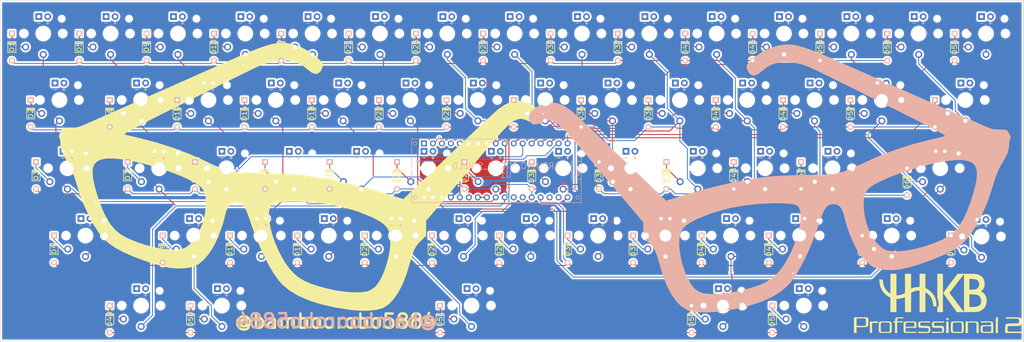
<source format=kicad_pcb>
(kicad_pcb (version 20171130) (host pcbnew "(5.0.0)")
  (layers (0 F.Cu signal) (31 B.Cu signal) (34 B.Paste user) (35 F.Paste user) (36 B.SilkS user) (37 F.SilkS user) (38 B.Mask user) (39 F.Mask user) (44 Edge.Cuts user))
  (net 0 "")
  (net 1 col1)
  (net 2 "Net-(!1-Pad2)")
  (net 3 col4)
  (net 4 "Net-($1-Pad2)")
  (net 5 col5)
  (net 6 "Net-(%1-Pad2)")
  (net 7 col7)
  (net 8 "Net-(&1-Pad2)")
  (net 9 col11)
  (net 10 "Net-('1-Pad2)")
  (net 11 col9)
  (net 12 "Net-((1-Pad2)")
  (net 13 col10)
  (net 14 "Net-()1-Pad2)")
  (net 15 col8)
  (net 16 "Net-(*1-Pad2)")
  (net 17 col12)
  (net 18 "Net-(+1-Pad2)")
  (net 19 "Net-(/1-Pad2)")
  (net 20 "Net-(;1-Pad2)")
  (net 21 "Net-(<1-Pad2)")
  (net 22 "Net-(>1-Pad2)")
  (net 23 col2)
  (net 24 "Net-(@1-Pad2)")
  (net 25 "Net-(D7-Pad2)")
  (net 26 "Net-(AltL1-Pad2)")
  (net 27 "Net-(AltR1-Pad2)")
  (net 28 col6)
  (net 29 "Net-(D24-Pad2)")
  (net 30 col13)
  (net 31 "Net-(BackSP1-Pad2)")
  (net 32 "Net-(D16-Pad2)")
  (net 33 col0)
  (net 34 "Net-(Control1-Pad2)")
  (net 35 row0)
  (net 36 "Net-(D1-Pad2)")
  (net 37 col3)
  (net 38 "Net-(D15-Pad2)")
  (net 39 row1)
  (net 40 "Net-(D2-Pad2)")
  (net 41 row2)
  (net 42 row3)
  (net 43 "Net-(D4-Pad2)")
  (net 44 "Net-(D6-Pad2)")
  (net 45 "Net-(D8-Pad2)")
  (net 46 "Net-(D10-Pad2)")
  (net 47 "Net-(D11-Pad2)")
  (net 48 "Net-(D12-Pad2)")
  (net 49 "Net-(D13-Pad2)")
  (net 50 "Net-(D14-Pad2)")
  (net 51 "Net-(D18-Pad2)")
  (net 52 "Net-(D19-Pad2)")
  (net 53 "Net-(D20-Pad2)")
  (net 54 "Net-(D22-Pad2)")
  (net 55 "Net-(D23-Pad2)")
  (net 56 "Net-(D25-Pad2)")
  (net 57 "Net-(D26-Pad2)")
  (net 58 "Net-(D27-Pad2)")
  (net 59 "Net-(D28-Pad2)")
  (net 60 "Net-(D30-Pad2)")
  (net 61 "Net-(D31-Pad2)")
  (net 62 "Net-(D32-Pad2)")
  (net 63 "Net-(D34-Pad2)")
  (net 64 "Net-(D35-Pad2)")
  (net 65 "Net-(D38-Pad2)")
  (net 66 "Net-(D39-Pad2)")
  (net 67 "Net-(D42-Pad2)")
  (net 68 "Net-(D45-Pad2)")
  (net 69 "Net-(D46-Pad2)")
  (net 70 "Net-(D48-Pad2)")
  (net 71 row4)
  (net 72 "Net-(D50-Pad2)")
  (net 73 "Net-(D51-Pad2)")
  (net 74 "Net-(D52-Pad2)")
  (net 75 "Net-(D54-Pad2)")
  (net 76 "Net-(D55-Pad2)")
  (net 77 "Net-(D57-Pad2)")
  (net 78 "Net-(D58-Pad2)")
  (net 79 "Net-(D60-Pad2)")
  (net 80 "Net-(U1-PadVI)")
  (net 81 "Net-(U1-PadGND)")
  (net 82 "Net-(U1-PadRST)")
  (net 83 "Net-(U1-Pad5V)")
  (net 84 "Net-(U1-PadNC)")
  (net 85 "Net-(U1-PadA3)")
  (net 86 "Net-(U1-PadA2)")
  (net 87 "Net-(U1-PadAREF)")
  (net 88 "Net-(U1-Pad3.3V)")
  (net 89 "Net-(U1-PadMO)")
  (net 90 "Net-(U1-PadTX)")
  (net 91 "Net-(U1-PadRX)")
  (module logo:megane (layer B.Cu) (at 211.1756 89.8144 180)
    (fp_text reference G*** hide)
    (fp_text value LOGO hide)
  )
  (module keyboard:Diode (layer F.Cu) (at 8.89 109.728 90)
    (fp_text reference D4 (at 0 0 90) (layer F.SilkS) (effects (font (size 1.27 1.524) (thickness 0.2032))))
    (fp_text value D hide)
    (pad 1 thru_hole circle (at -3.81 0 90) (size 1.651 1.651) (drill 0.9906) (layers *.Cu *.SilkS *.Mask) (net 42 row3))
    (pad 2 thru_hole rect (at 3.81 0 90) (size 1.651 1.651) (drill 0.9906) (layers *.Cu *.SilkS *.Mask) (net 43 "Net-(D4-Pad2)"))
  )
  (module keebio:Kailh-PG1350-1u (layer F.Cu) (at 229.108 86.868)
    (fp_text reference '1)
    (fp_text value SW_DIP_x01 hide)
    (fp_text user - (at -1.26 -3 180) (layer B.SilkS) (effects (justify mirror)))
    (fp_text user + (at 1.27 -3 180) (layer B.SilkS) (effects (justify mirror)))
    (fp_text user - (at -1.26 -3 180) (layer F.SilkS))
    (fp_text user + (at 1.27 -3 180) (layer F.SilkS))
    (pad "" np_thru_hole circle (at 5.22 -4.2 180) (size 1.2 1.2) (drill 1.2) (layers *.Cu))
    (pad "" np_thru_hole circle (at 0 0 180) (size 3.4 3.4) (drill 3.4) (layers *.Cu))
    (pad 4 thru_hole rect (at -1.27 -4.8 180) (size 1.905 1.905) (drill 0.9906) (layers *.Cu *.Mask))
    (pad 3 thru_hole circle (at 1.27 -4.8 180) (size 1.905 1.905) (drill 0.9906) (layers *.Cu *.Mask))
    (pad 1 thru_hole circle (at 0 5.9 180) (size 2 2) (drill 1.2) (layers *.Cu *.Mask) (net 9 col11))
    (pad 2 thru_hole circle (at -5 3.8 41.9) (size 2 2) (drill 1.2) (layers *.Cu *.Mask) (net 10 "Net-('1-Pad2)"))
    (pad "" np_thru_hole circle (at -5.5 0 180) (size 1.7 1.7) (drill 1.7) (layers *.Cu))
    (pad "" np_thru_hole circle (at 5.5 0 180) (size 1.7 1.7) (drill 1.7) (layers *.Cu))
  )
  (module keebio:Kailh-PG1350-1u (layer F.Cu) (at 220.98 125.73)
    (fp_text reference AltR1)
    (fp_text value SW_DIP_x01 hide)
    (fp_text user - (at -1.26 -3 180) (layer B.SilkS) (effects (justify mirror)))
    (fp_text user + (at 1.27 -3 180) (layer B.SilkS) (effects (justify mirror)))
    (fp_text user - (at -1.26 -3 180) (layer F.SilkS))
    (fp_text user + (at 1.27 -3 180) (layer F.SilkS))
    (pad "" np_thru_hole circle (at 5.22 -4.2 180) (size 1.2 1.2) (drill 1.2) (layers *.Cu))
    (pad "" np_thru_hole circle (at 0 0 180) (size 3.4 3.4) (drill 3.4) (layers *.Cu))
    (pad 4 thru_hole rect (at -1.27 -4.8 180) (size 1.905 1.905) (drill 0.9906) (layers *.Cu *.Mask))
    (pad 3 thru_hole circle (at 1.27 -4.8 180) (size 1.905 1.905) (drill 0.9906) (layers *.Cu *.Mask))
    (pad 1 thru_hole circle (at 0 5.9 180) (size 2 2) (drill 1.2) (layers *.Cu *.Mask) (net 9 col11))
    (pad 2 thru_hole circle (at -5 3.8 41.9) (size 2 2) (drill 1.2) (layers *.Cu *.Mask) (net 27 "Net-(AltR1-Pad2)"))
    (pad "" np_thru_hole circle (at -5.5 0 180) (size 1.7 1.7) (drill 1.7) (layers *.Cu))
    (pad "" np_thru_hole circle (at 5.5 0 180) (size 1.7 1.7) (drill 1.7) (layers *.Cu))
  )
  (module keebio:Kailh-PG1350-1u (layer F.Cu) (at 33.528 125.73)
    (fp_text reference AltL1)
    (fp_text value SW_DIP_x01 hide)
    (fp_text user - (at -1.26 -3 180) (layer B.SilkS) (effects (justify mirror)))
    (fp_text user + (at 1.27 -3 180) (layer B.SilkS) (effects (justify mirror)))
    (fp_text user - (at -1.26 -3 180) (layer F.SilkS))
    (fp_text user + (at 1.27 -3 180) (layer F.SilkS))
    (pad "" np_thru_hole circle (at 5.22 -4.2 180) (size 1.2 1.2) (drill 1.2) (layers *.Cu))
    (pad "" np_thru_hole circle (at 0 0 180) (size 3.4 3.4) (drill 3.4) (layers *.Cu))
    (pad 4 thru_hole rect (at -1.27 -4.8 180) (size 1.905 1.905) (drill 0.9906) (layers *.Cu *.Mask))
    (pad 3 thru_hole circle (at 1.27 -4.8 180) (size 1.905 1.905) (drill 0.9906) (layers *.Cu *.Mask))
    (pad 1 thru_hole circle (at 0 5.9 180) (size 2 2) (drill 1.2) (layers *.Cu *.Mask) (net 1 col1))
    (pad 2 thru_hole circle (at -5 3.8 41.9) (size 2 2) (drill 1.2) (layers *.Cu *.Mask) (net 26 "Net-(AltL1-Pad2)"))
    (pad "" np_thru_hole circle (at -5.5 0 180) (size 1.7 1.7) (drill 1.7) (layers *.Cu))
    (pad "" np_thru_hole circle (at 5.5 0 180) (size 1.7 1.7) (drill 1.7) (layers *.Cu))
  )
  (module keebio:Kailh-PG1350-1u (layer F.Cu) (at 234.442 48.768)
    (fp_text reference +1)
    (fp_text value SW_DIP_x01 hide)
    (fp_text user - (at -1.26 -3 180) (layer B.SilkS) (effects (justify mirror)))
    (fp_text user + (at 1.27 -3 180) (layer B.SilkS) (effects (justify mirror)))
    (fp_text user - (at -1.26 -3 180) (layer F.SilkS))
    (fp_text user + (at 1.27 -3 180) (layer F.SilkS))
    (pad "" np_thru_hole circle (at 5.22 -4.2 180) (size 1.2 1.2) (drill 1.2) (layers *.Cu))
    (pad "" np_thru_hole circle (at 0 0 180) (size 3.4 3.4) (drill 3.4) (layers *.Cu))
    (pad 4 thru_hole rect (at -1.27 -4.8 180) (size 1.905 1.905) (drill 0.9906) (layers *.Cu *.Mask))
    (pad 3 thru_hole circle (at 1.27 -4.8 180) (size 1.905 1.905) (drill 0.9906) (layers *.Cu *.Mask))
    (pad 1 thru_hole circle (at 0 5.9 180) (size 2 2) (drill 1.2) (layers *.Cu *.Mask) (net 17 col12))
    (pad 2 thru_hole circle (at -5 3.8 41.9) (size 2 2) (drill 1.2) (layers *.Cu *.Mask) (net 18 "Net-(+1-Pad2)"))
    (pad "" np_thru_hole circle (at -5.5 0 180) (size 1.7 1.7) (drill 1.7) (layers *.Cu))
    (pad "" np_thru_hole circle (at 5.5 0 180) (size 1.7 1.7) (drill 1.7) (layers *.Cu))
  )
  (module keebio:Kailh-PG1350-1u (layer F.Cu) (at 124.714 105.918)
    (fp_text reference b1)
    (fp_text value SW_DIP_x01 hide)
    (fp_text user - (at -1.26 -3 180) (layer B.SilkS) (effects (justify mirror)))
    (fp_text user + (at 1.27 -3 180) (layer B.SilkS) (effects (justify mirror)))
    (fp_text user - (at -1.26 -3 180) (layer F.SilkS))
    (fp_text user + (at 1.27 -3 180) (layer F.SilkS))
    (pad "" np_thru_hole circle (at 5.22 -4.2 180) (size 1.2 1.2) (drill 1.2) (layers *.Cu))
    (pad "" np_thru_hole circle (at 0 0 180) (size 3.4 3.4) (drill 3.4) (layers *.Cu))
    (pad 4 thru_hole rect (at -1.27 -4.8 180) (size 1.905 1.905) (drill 0.9906) (layers *.Cu *.Mask))
    (pad 3 thru_hole circle (at 1.27 -4.8 180) (size 1.905 1.905) (drill 0.9906) (layers *.Cu *.Mask))
    (pad 1 thru_hole circle (at 0 5.9 180) (size 2 2) (drill 1.2) (layers *.Cu *.Mask) (net 28 col6))
    (pad 2 thru_hole circle (at -5 3.8 41.9) (size 2 2) (drill 1.2) (layers *.Cu *.Mask) (net 29 "Net-(D24-Pad2)"))
    (pad "" np_thru_hole circle (at -5.5 0 180) (size 1.7 1.7) (drill 1.7) (layers *.Cu))
    (pad "" np_thru_hole circle (at 5.5 0 180) (size 1.7 1.7) (drill 1.7) (layers *.Cu))
  )
  (module keebio:Kailh-PG1350-1u (layer F.Cu) (at 82.042 48.768)
    (fp_text reference $1)
    (fp_text value SW_DIP_x01 hide)
    (fp_text user - (at -1.26 -3 180) (layer B.SilkS) (effects (justify mirror)))
    (fp_text user + (at 1.27 -3 180) (layer B.SilkS) (effects (justify mirror)))
    (fp_text user - (at -1.26 -3 180) (layer F.SilkS))
    (fp_text user + (at 1.27 -3 180) (layer F.SilkS))
    (pad "" np_thru_hole circle (at 5.22 -4.2 180) (size 1.2 1.2) (drill 1.2) (layers *.Cu))
    (pad "" np_thru_hole circle (at 0 0 180) (size 3.4 3.4) (drill 3.4) (layers *.Cu))
    (pad 4 thru_hole rect (at -1.27 -4.8 180) (size 1.905 1.905) (drill 0.9906) (layers *.Cu *.Mask))
    (pad 3 thru_hole circle (at 1.27 -4.8 180) (size 1.905 1.905) (drill 0.9906) (layers *.Cu *.Mask))
    (pad 1 thru_hole circle (at 0 5.9 180) (size 2 2) (drill 1.2) (layers *.Cu *.Mask) (net 3 col4))
    (pad 2 thru_hole circle (at -5 3.8 41.9) (size 2 2) (drill 1.2) (layers *.Cu *.Mask) (net 4 "Net-($1-Pad2)"))
    (pad "" np_thru_hole circle (at -5.5 0 180) (size 1.7 1.7) (drill 1.7) (layers *.Cu))
    (pad "" np_thru_hole circle (at 5.5 0 180) (size 1.7 1.7) (drill 1.7) (layers *.Cu))
  )
  (module keebio:Kailh-PG1350-1u (layer F.Cu) (at 139.192 48.768)
    (fp_text reference &1)
    (fp_text value SW_DIP_x01 hide)
    (fp_text user - (at -1.26 -3 180) (layer B.SilkS) (effects (justify mirror)))
    (fp_text user + (at 1.27 -3 180) (layer B.SilkS) (effects (justify mirror)))
    (fp_text user - (at -1.26 -3 180) (layer F.SilkS))
    (fp_text user + (at 1.27 -3 180) (layer F.SilkS))
    (pad "" np_thru_hole circle (at 5.22 -4.2 180) (size 1.2 1.2) (drill 1.2) (layers *.Cu))
    (pad "" np_thru_hole circle (at 0 0 180) (size 3.4 3.4) (drill 3.4) (layers *.Cu))
    (pad 4 thru_hole rect (at -1.27 -4.8 180) (size 1.905 1.905) (drill 0.9906) (layers *.Cu *.Mask))
    (pad 3 thru_hole circle (at 1.27 -4.8 180) (size 1.905 1.905) (drill 0.9906) (layers *.Cu *.Mask))
    (pad 1 thru_hole circle (at 0 5.9 180) (size 2 2) (drill 1.2) (layers *.Cu *.Mask) (net 7 col7))
    (pad 2 thru_hole circle (at -5 3.8 41.9) (size 2 2) (drill 1.2) (layers *.Cu *.Mask) (net 8 "Net-(&1-Pad2)"))
    (pad "" np_thru_hole circle (at -5.5 0 180) (size 1.7 1.7) (drill 1.7) (layers *.Cu))
    (pad "" np_thru_hole circle (at 5.5 0 180) (size 1.7 1.7) (drill 1.7) (layers *.Cu))
  )
  (module keebio:Kailh-PG1350-1u (layer F.Cu) (at 177.292 48.768)
    (fp_text reference "(1")
    (fp_text value SW_DIP_x01 hide)
    (fp_text user - (at -1.26 -3 180) (layer B.SilkS) (effects (justify mirror)))
    (fp_text user + (at 1.27 -3 180) (layer B.SilkS) (effects (justify mirror)))
    (fp_text user - (at -1.26 -3 180) (layer F.SilkS))
    (fp_text user + (at 1.27 -3 180) (layer F.SilkS))
    (pad "" np_thru_hole circle (at 5.22 -4.2 180) (size 1.2 1.2) (drill 1.2) (layers *.Cu))
    (pad "" np_thru_hole circle (at 0 0 180) (size 3.4 3.4) (drill 3.4) (layers *.Cu))
    (pad 4 thru_hole rect (at -1.27 -4.8 180) (size 1.905 1.905) (drill 0.9906) (layers *.Cu *.Mask))
    (pad 3 thru_hole circle (at 1.27 -4.8 180) (size 1.905 1.905) (drill 0.9906) (layers *.Cu *.Mask))
    (pad 1 thru_hole circle (at 0 5.9 180) (size 2 2) (drill 1.2) (layers *.Cu *.Mask) (net 11 col9))
    (pad 2 thru_hole circle (at -5 3.8 41.9) (size 2 2) (drill 1.2) (layers *.Cu *.Mask) (net 12 "Net-((1-Pad2)"))
    (pad "" np_thru_hole circle (at -5.5 0 180) (size 1.7 1.7) (drill 1.7) (layers *.Cu))
    (pad "" np_thru_hole circle (at 5.5 0 180) (size 1.7 1.7) (drill 1.7) (layers *.Cu))
  )
  (module keebio:Kailh-PG1350-1u (layer F.Cu) (at 158.242 48.768)
    (fp_text reference *1)
    (fp_text value SW_DIP_x01 hide)
    (fp_text user - (at -1.26 -3 180) (layer B.SilkS) (effects (justify mirror)))
    (fp_text user + (at 1.27 -3 180) (layer B.SilkS) (effects (justify mirror)))
    (fp_text user - (at -1.26 -3 180) (layer F.SilkS))
    (fp_text user + (at 1.27 -3 180) (layer F.SilkS))
    (pad "" np_thru_hole circle (at 5.22 -4.2 180) (size 1.2 1.2) (drill 1.2) (layers *.Cu))
    (pad "" np_thru_hole circle (at 0 0 180) (size 3.4 3.4) (drill 3.4) (layers *.Cu))
    (pad 4 thru_hole rect (at -1.27 -4.8 180) (size 1.905 1.905) (drill 0.9906) (layers *.Cu *.Mask))
    (pad 3 thru_hole circle (at 1.27 -4.8 180) (size 1.905 1.905) (drill 0.9906) (layers *.Cu *.Mask))
    (pad 1 thru_hole circle (at 0 5.9 180) (size 2 2) (drill 1.2) (layers *.Cu *.Mask) (net 15 col8))
    (pad 2 thru_hole circle (at -5 3.8 41.9) (size 2 2) (drill 1.2) (layers *.Cu *.Mask) (net 16 "Net-(*1-Pad2)"))
    (pad "" np_thru_hole circle (at -5.5 0 180) (size 1.7 1.7) (drill 1.7) (layers *.Cu))
    (pad "" np_thru_hole circle (at 5.5 0 180) (size 1.7 1.7) (drill 1.7) (layers *.Cu))
  )
  (module keebio:Kailh-PG1350-1u (layer F.Cu) (at 210.058 86.868)
    (fp_text reference ;1)
    (fp_text value SW_DIP_x01 hide)
    (fp_text user - (at -1.26 -3 180) (layer B.SilkS) (effects (justify mirror)))
    (fp_text user + (at 1.27 -3 180) (layer B.SilkS) (effects (justify mirror)))
    (fp_text user - (at -1.26 -3 180) (layer F.SilkS))
    (fp_text user + (at 1.27 -3 180) (layer F.SilkS))
    (pad "" np_thru_hole circle (at 5.22 -4.2 180) (size 1.2 1.2) (drill 1.2) (layers *.Cu))
    (pad "" np_thru_hole circle (at 0 0 180) (size 3.4 3.4) (drill 3.4) (layers *.Cu))
    (pad 4 thru_hole rect (at -1.27 -4.8 180) (size 1.905 1.905) (drill 0.9906) (layers *.Cu *.Mask))
    (pad 3 thru_hole circle (at 1.27 -4.8 180) (size 1.905 1.905) (drill 0.9906) (layers *.Cu *.Mask))
    (pad 1 thru_hole circle (at 0 5.9 180) (size 2 2) (drill 1.2) (layers *.Cu *.Mask) (net 13 col10))
    (pad 2 thru_hole circle (at -5 3.8 41.9) (size 2 2) (drill 1.2) (layers *.Cu *.Mask) (net 20 "Net-(;1-Pad2)"))
    (pad "" np_thru_hole circle (at -5.5 0 180) (size 1.7 1.7) (drill 1.7) (layers *.Cu))
    (pad "" np_thru_hole circle (at 5.5 0 180) (size 1.7 1.7) (drill 1.7) (layers *.Cu))
  )
  (module keebio:Kailh-PG1350-1u (layer F.Cu) (at 24.892 48.768)
    (fp_text reference !1)
    (fp_text value SW_DIP_x01 hide)
    (fp_text user - (at -1.26 -3 180) (layer B.SilkS) (effects (justify mirror)))
    (fp_text user + (at 1.27 -3 180) (layer B.SilkS) (effects (justify mirror)))
    (fp_text user - (at -1.26 -3 180) (layer F.SilkS))
    (fp_text user + (at 1.27 -3 180) (layer F.SilkS))
    (pad "" np_thru_hole circle (at 5.22 -4.2 180) (size 1.2 1.2) (drill 1.2) (layers *.Cu))
    (pad "" np_thru_hole circle (at 0 0 180) (size 3.4 3.4) (drill 3.4) (layers *.Cu))
    (pad 4 thru_hole rect (at -1.27 -4.8 180) (size 1.905 1.905) (drill 0.9906) (layers *.Cu *.Mask))
    (pad 3 thru_hole circle (at 1.27 -4.8 180) (size 1.905 1.905) (drill 0.9906) (layers *.Cu *.Mask))
    (pad 1 thru_hole circle (at 0 5.9 180) (size 2 2) (drill 1.2) (layers *.Cu *.Mask) (net 1 col1))
    (pad 2 thru_hole circle (at -5 3.8 41.9) (size 2 2) (drill 1.2) (layers *.Cu *.Mask) (net 2 "Net-(!1-Pad2)"))
    (pad "" np_thru_hole circle (at -5.5 0 180) (size 1.7 1.7) (drill 1.7) (layers *.Cu))
    (pad "" np_thru_hole circle (at 5.5 0 180) (size 1.7 1.7) (drill 1.7) (layers *.Cu))
  )
  (module keebio:Kailh-PG1350-1u (layer F.Cu) (at 200.406 105.918)
    (fp_text reference >1)
    (fp_text value SW_DIP_x01 hide)
    (fp_text user - (at -1.26 -3 180) (layer B.SilkS) (effects (justify mirror)))
    (fp_text user + (at 1.27 -3 180) (layer B.SilkS) (effects (justify mirror)))
    (fp_text user - (at -1.26 -3 180) (layer F.SilkS))
    (fp_text user + (at 1.27 -3 180) (layer F.SilkS))
    (pad "" np_thru_hole circle (at 5.22 -4.2 180) (size 1.2 1.2) (drill 1.2) (layers *.Cu))
    (pad "" np_thru_hole circle (at 0 0 180) (size 3.4 3.4) (drill 3.4) (layers *.Cu))
    (pad 4 thru_hole rect (at -1.27 -4.8 180) (size 1.905 1.905) (drill 0.9906) (layers *.Cu *.Mask))
    (pad 3 thru_hole circle (at 1.27 -4.8 180) (size 1.905 1.905) (drill 0.9906) (layers *.Cu *.Mask))
    (pad 1 thru_hole circle (at 0 5.9 180) (size 2 2) (drill 1.2) (layers *.Cu *.Mask) (net 13 col10))
    (pad 2 thru_hole circle (at -5 3.8 41.9) (size 2 2) (drill 1.2) (layers *.Cu *.Mask) (net 22 "Net-(>1-Pad2)"))
    (pad "" np_thru_hole circle (at -5.5 0 180) (size 1.7 1.7) (drill 1.7) (layers *.Cu))
    (pad "" np_thru_hole circle (at 5.5 0 180) (size 1.7 1.7) (drill 1.7) (layers *.Cu))
  )
  (module keebio:Kailh-PG1350-1u (layer F.Cu) (at 196.342 48.768)
    (fp_text reference ")1")
    (fp_text value SW_DIP_x01 hide)
    (fp_text user - (at -1.26 -3 180) (layer B.SilkS) (effects (justify mirror)))
    (fp_text user + (at 1.27 -3 180) (layer B.SilkS) (effects (justify mirror)))
    (fp_text user - (at -1.26 -3 180) (layer F.SilkS))
    (fp_text user + (at 1.27 -3 180) (layer F.SilkS))
    (pad "" np_thru_hole circle (at 5.22 -4.2 180) (size 1.2 1.2) (drill 1.2) (layers *.Cu))
    (pad "" np_thru_hole circle (at 0 0 180) (size 3.4 3.4) (drill 3.4) (layers *.Cu))
    (pad 4 thru_hole rect (at -1.27 -4.8 180) (size 1.905 1.905) (drill 0.9906) (layers *.Cu *.Mask))
    (pad 3 thru_hole circle (at 1.27 -4.8 180) (size 1.905 1.905) (drill 0.9906) (layers *.Cu *.Mask))
    (pad 1 thru_hole circle (at 0 5.9 180) (size 2 2) (drill 1.2) (layers *.Cu *.Mask) (net 13 col10))
    (pad 2 thru_hole circle (at -5 3.8 41.9) (size 2 2) (drill 1.2) (layers *.Cu *.Mask) (net 14 "Net-()1-Pad2)"))
    (pad "" np_thru_hole circle (at -5.5 0 180) (size 1.7 1.7) (drill 1.7) (layers *.Cu))
    (pad "" np_thru_hole circle (at 5.5 0 180) (size 1.7 1.7) (drill 1.7) (layers *.Cu))
  )
  (module keebio:Kailh-PG1350-1u (layer F.Cu) (at 219.964 105.918)
    (fp_text reference /1)
    (fp_text value SW_DIP_x01 hide)
    (fp_text user - (at -1.26 -3 180) (layer B.SilkS) (effects (justify mirror)))
    (fp_text user + (at 1.27 -3 180) (layer B.SilkS) (effects (justify mirror)))
    (fp_text user - (at -1.26 -3 180) (layer F.SilkS))
    (fp_text user + (at 1.27 -3 180) (layer F.SilkS))
    (pad "" np_thru_hole circle (at 5.22 -4.2 180) (size 1.2 1.2) (drill 1.2) (layers *.Cu))
    (pad "" np_thru_hole circle (at 0 0 180) (size 3.4 3.4) (drill 3.4) (layers *.Cu))
    (pad 4 thru_hole rect (at -1.27 -4.8 180) (size 1.905 1.905) (drill 0.9906) (layers *.Cu *.Mask))
    (pad 3 thru_hole circle (at 1.27 -4.8 180) (size 1.905 1.905) (drill 0.9906) (layers *.Cu *.Mask))
    (pad 1 thru_hole circle (at 0 5.9 180) (size 2 2) (drill 1.2) (layers *.Cu *.Mask) (net 9 col11))
    (pad 2 thru_hole circle (at -5 3.8 41.9) (size 2 2) (drill 1.2) (layers *.Cu *.Mask) (net 19 "Net-(/1-Pad2)"))
    (pad "" np_thru_hole circle (at -5.5 0 180) (size 1.7 1.7) (drill 1.7) (layers *.Cu))
    (pad "" np_thru_hole circle (at 5.5 0 180) (size 1.7 1.7) (drill 1.7) (layers *.Cu))
  )
  (module keebio:Kailh-PG1350-1u (layer F.Cu) (at 43.942 48.768)
    (fp_text reference @1)
    (fp_text value SW_DIP_x01 hide)
    (fp_text user - (at -1.26 -3 180) (layer B.SilkS) (effects (justify mirror)))
    (fp_text user + (at 1.27 -3 180) (layer B.SilkS) (effects (justify mirror)))
    (fp_text user - (at -1.26 -3 180) (layer F.SilkS))
    (fp_text user + (at 1.27 -3 180) (layer F.SilkS))
    (pad "" np_thru_hole circle (at 5.22 -4.2 180) (size 1.2 1.2) (drill 1.2) (layers *.Cu))
    (pad "" np_thru_hole circle (at 0 0 180) (size 3.4 3.4) (drill 3.4) (layers *.Cu))
    (pad 4 thru_hole rect (at -1.27 -4.8 180) (size 1.905 1.905) (drill 0.9906) (layers *.Cu *.Mask))
    (pad 3 thru_hole circle (at 1.27 -4.8 180) (size 1.905 1.905) (drill 0.9906) (layers *.Cu *.Mask))
    (pad 1 thru_hole circle (at 0 5.9 180) (size 2 2) (drill 1.2) (layers *.Cu *.Mask) (net 23 col2))
    (pad 2 thru_hole circle (at -5 3.8 41.9) (size 2 2) (drill 1.2) (layers *.Cu *.Mask) (net 24 "Net-(@1-Pad2)"))
    (pad "" np_thru_hole circle (at -5.5 0 180) (size 1.7 1.7) (drill 1.7) (layers *.Cu))
    (pad "" np_thru_hole circle (at 5.5 0 180) (size 1.7 1.7) (drill 1.7) (layers *.Cu))
  )
  (module keebio:Kailh-PG1350-1u (layer F.Cu) (at 38.608 86.868)
    (fp_text reference a1)
    (fp_text value SW_DIP_x01 hide)
    (fp_text user - (at -1.26 -3 180) (layer B.SilkS) (effects (justify mirror)))
    (fp_text user + (at 1.27 -3 180) (layer B.SilkS) (effects (justify mirror)))
    (fp_text user - (at -1.26 -3 180) (layer F.SilkS))
    (fp_text user + (at 1.27 -3 180) (layer F.SilkS))
    (pad "" np_thru_hole circle (at 5.22 -4.2 180) (size 1.2 1.2) (drill 1.2) (layers *.Cu))
    (pad "" np_thru_hole circle (at 0 0 180) (size 3.4 3.4) (drill 3.4) (layers *.Cu))
    (pad 4 thru_hole rect (at -1.27 -4.8 180) (size 1.905 1.905) (drill 0.9906) (layers *.Cu *.Mask))
    (pad 3 thru_hole circle (at 1.27 -4.8 180) (size 1.905 1.905) (drill 0.9906) (layers *.Cu *.Mask))
    (pad 1 thru_hole circle (at 0 5.9 180) (size 2 2) (drill 1.2) (layers *.Cu *.Mask) (net 1 col1))
    (pad 2 thru_hole circle (at -5 3.8 41.9) (size 2 2) (drill 1.2) (layers *.Cu *.Mask) (net 25 "Net-(D7-Pad2)"))
    (pad "" np_thru_hole circle (at -5.5 0 180) (size 1.7 1.7) (drill 1.7) (layers *.Cu))
    (pad "" np_thru_hole circle (at 5.5 0 180) (size 1.7 1.7) (drill 1.7) (layers *.Cu))
  )
  (module keebio:Kailh-PG1350-1u (layer F.Cu) (at 101.092 48.768)
    (fp_text reference %1)
    (fp_text value SW_DIP_x01 hide)
    (fp_text user - (at -1.26 -3 180) (layer B.SilkS) (effects (justify mirror)))
    (fp_text user + (at 1.27 -3 180) (layer B.SilkS) (effects (justify mirror)))
    (fp_text user - (at -1.26 -3 180) (layer F.SilkS))
    (fp_text user + (at 1.27 -3 180) (layer F.SilkS))
    (pad "" np_thru_hole circle (at 5.22 -4.2 180) (size 1.2 1.2) (drill 1.2) (layers *.Cu))
    (pad "" np_thru_hole circle (at 0 0 180) (size 3.4 3.4) (drill 3.4) (layers *.Cu))
    (pad 4 thru_hole rect (at -1.27 -4.8 180) (size 1.905 1.905) (drill 0.9906) (layers *.Cu *.Mask))
    (pad 3 thru_hole circle (at 1.27 -4.8 180) (size 1.905 1.905) (drill 0.9906) (layers *.Cu *.Mask))
    (pad 1 thru_hole circle (at 0 5.9 180) (size 2 2) (drill 1.2) (layers *.Cu *.Mask) (net 5 col5))
    (pad 2 thru_hole circle (at -5 3.8 41.9) (size 2 2) (drill 1.2) (layers *.Cu *.Mask) (net 6 "Net-(%1-Pad2)"))
    (pad "" np_thru_hole circle (at -5.5 0 180) (size 1.7 1.7) (drill 1.7) (layers *.Cu))
    (pad "" np_thru_hole circle (at 5.5 0 180) (size 1.7 1.7) (drill 1.7) (layers *.Cu))
  )
  (module keebio:Kailh-PG1350-1u (layer F.Cu) (at 181.864 105.918)
    (fp_text reference <1)
    (fp_text value SW_DIP_x01 hide)
    (fp_text user - (at -1.26 -3 180) (layer B.SilkS) (effects (justify mirror)))
    (fp_text user + (at 1.27 -3 180) (layer B.SilkS) (effects (justify mirror)))
    (fp_text user - (at -1.26 -3 180) (layer F.SilkS))
    (fp_text user + (at 1.27 -3 180) (layer F.SilkS))
    (pad "" np_thru_hole circle (at 5.22 -4.2 180) (size 1.2 1.2) (drill 1.2) (layers *.Cu))
    (pad "" np_thru_hole circle (at 0 0 180) (size 3.4 3.4) (drill 3.4) (layers *.Cu))
    (pad 4 thru_hole rect (at -1.27 -4.8 180) (size 1.905 1.905) (drill 0.9906) (layers *.Cu *.Mask))
    (pad 3 thru_hole circle (at 1.27 -4.8 180) (size 1.905 1.905) (drill 0.9906) (layers *.Cu *.Mask))
    (pad 1 thru_hole circle (at 0 5.9 180) (size 2 2) (drill 1.2) (layers *.Cu *.Mask) (net 11 col9))
    (pad 2 thru_hole circle (at -5 3.8 41.9) (size 2 2) (drill 1.2) (layers *.Cu *.Mask) (net 21 "Net-(<1-Pad2)"))
    (pad "" np_thru_hole circle (at -5.5 0 180) (size 1.7 1.7) (drill 1.7) (layers *.Cu))
    (pad "" np_thru_hole circle (at 5.5 0 180) (size 1.7 1.7) (drill 1.7) (layers *.Cu))
  )
  (module micro:ARDUINO_MICRO_SHIELD (layer B.Cu) (at 110.0328 78.5876)
    (fp_text reference U1 (at 26.67 10.16) (layer B.SilkS) (effects (font (size 1.7 1.7)) (justify mirror)))
    (fp_text value ARDUINO_MICRO_SHIELD (at 26.67 7.62) (layer B.SilkS) (effects (font (size 1.7 1.7)) (justify mirror)))
    (fp_text user USB (at 46.99 8.89 -90) (layer B.SilkS) (effects (justify mirror)))
    (pad SCK thru_hole circle (at 3.5 16.51) (size 1.7 1.7) (drill 1) (layers *.Cu *.Mask) (net 7 col7))
    (pad MI thru_hole circle (at 6.04 16.51) (size 1.7 1.7) (drill 1) (layers *.Cu *.Mask) (net 30 col13))
    (pad VI thru_hole circle (at 8.58 16.51) (size 1.7 1.7) (drill 1) (layers *.Cu *.Mask) (net 80 "Net-(U1-PadVI)"))
    (pad GND thru_hole circle (at 11.12 16.51) (size 1.7 1.7) (drill 1) (layers *.Cu *.Mask) (net 81 "Net-(U1-PadGND)"))
    (pad RST thru_hole circle (at 13.66 16.51) (size 1.7 1.7) (drill 1) (layers *.Cu *.Mask) (net 82 "Net-(U1-PadRST)"))
    (pad 5V thru_hole circle (at 16.2 16.51) (size 1.7 1.7) (drill 1) (layers *.Cu *.Mask) (net 83 "Net-(U1-Pad5V)"))
    (pad NC thru_hole circle (at 18.74 16.51) (size 1.7 1.7) (drill 1) (layers *.Cu *.Mask) (net 84 "Net-(U1-PadNC)"))
    (pad NC thru_hole circle (at 21.28 16.51) (size 1.7 1.7) (drill 1) (layers *.Cu *.Mask) (net 84 "Net-(U1-PadNC)"))
    (pad A5 thru_hole circle (at 23.82 16.51) (size 1.7 1.7) (drill 1) (layers *.Cu *.Mask) (net 33 col0))
    (pad A4 thru_hole circle (at 26.36 16.51) (size 1.7 1.7) (drill 1) (layers *.Cu *.Mask) (net 1 col1))
    (pad A3 thru_hole circle (at 28.9 16.51) (size 1.7 1.7) (drill 1) (layers *.Cu *.Mask) (net 85 "Net-(U1-PadA3)"))
    (pad A2 thru_hole circle (at 31.44 16.51) (size 1.7 1.7) (drill 1) (layers *.Cu *.Mask) (net 86 "Net-(U1-PadA2)"))
    (pad A1 thru_hole circle (at 33.98 16.51) (size 1.7 1.7) (drill 1) (layers *.Cu *.Mask) (net 41 row2))
    (pad A0 thru_hole circle (at 36.52 16.51) (size 1.7 1.7) (drill 1) (layers *.Cu *.Mask) (net 42 row3))
    (pad AREF thru_hole circle (at 39.06 16.51) (size 1.7 1.7) (drill 1) (layers *.Cu *.Mask) (net 87 "Net-(U1-PadAREF)"))
    (pad 3.3V thru_hole circle (at 41.6 16.51) (size 1.7 1.7) (drill 1) (layers *.Cu *.Mask) (net 88 "Net-(U1-Pad3.3V)"))
    (pad 13 thru_hole circle (at 44.14 16.51) (size 1.7 1.7) (drill 1) (layers *.Cu *.Mask) (net 37 col3))
    (pad MO thru_hole rect (at 3.5 1.254) (size 1.7 1.7) (drill 1) (layers *.Cu *.Mask) (net 89 "Net-(U1-PadMO)"))
    (pad SS thru_hole circle (at 6.04 1.254) (size 1.7 1.7) (drill 1) (layers *.Cu *.Mask) (net 15 col8))
    (pad TX thru_hole circle (at 8.58 1.254) (size 1.7 1.7) (drill 1) (layers *.Cu *.Mask) (net 90 "Net-(U1-PadTX)"))
    (pad RX thru_hole circle (at 11.12 1.254) (size 1.7 1.7) (drill 1) (layers *.Cu *.Mask) (net 91 "Net-(U1-PadRX)"))
    (pad RST thru_hole circle (at 13.66 1.254) (size 1.7 1.7) (drill 1) (layers *.Cu *.Mask) (net 82 "Net-(U1-PadRST)"))
    (pad GND thru_hole circle (at 16.2 1.254) (size 1.7 1.7) (drill 1) (layers *.Cu *.Mask) (net 81 "Net-(U1-PadGND)"))
    (pad 2 thru_hole circle (at 18.74 1.254) (size 1.7 1.7) (drill 1) (layers *.Cu *.Mask) (net 39 row1))
    (pad 3 thru_hole circle (at 21.28 1.254) (size 1.7 1.7) (drill 1) (layers *.Cu *.Mask) (net 35 row0))
    (pad 4 thru_hole circle (at 23.82 1.254) (size 1.7 1.7) (drill 1) (layers *.Cu *.Mask) (net 28 col6))
    (pad 5 thru_hole circle (at 26.36 1.254) (size 1.7 1.7) (drill 1) (layers *.Cu *.Mask) (net 3 col4))
    (pad 6 thru_hole circle (at 28.9 1.254) (size 1.7 1.7) (drill 1) (layers *.Cu *.Mask) (net 9 col11))
    (pad 7 thru_hole circle (at 31.44 1.254) (size 1.7 1.7) (drill 1) (layers *.Cu *.Mask) (net 23 col2))
    (pad 8 thru_hole circle (at 33.98 1.254) (size 1.7 1.7) (drill 1) (layers *.Cu *.Mask) (net 13 col10))
    (pad 9 thru_hole circle (at 36.52 1.254) (size 1.7 1.7) (drill 1) (layers *.Cu *.Mask) (net 11 col9))
    (pad 10 thru_hole circle (at 39.06 1.254) (size 1.7 1.7) (drill 1) (layers *.Cu *.Mask) (net 71 row4))
    (pad 11 thru_hole circle (at 41.6 1.254) (size 1.7 1.7) (drill 1) (layers *.Cu *.Mask) (net 5 col5))
    (pad 12 thru_hole circle (at 44.14 1.254) (size 1.7 1.7) (drill 1) (layers *.Cu *.Mask) (net 17 col12))
  )
  (module keyboard:Diode (layer F.Cu) (at 262.636 109.728 90)
    (fp_text reference D48 (at 0 0 90) (layer F.SilkS) (effects (font (size 1.27 1.524) (thickness 0.2032))))
    (fp_text value D hide)
    (pad 1 thru_hole circle (at -3.81 0 90) (size 1.651 1.651) (drill 0.9906) (layers *.Cu *.SilkS *.Mask) (net 42 row3))
    (pad 2 thru_hole rect (at 3.81 0 90) (size 1.651 1.651) (drill 0.9906) (layers *.Cu *.SilkS *.Mask) (net 70 "Net-(D48-Pad2)"))
  )
  (module keyboard:Diode (layer F.Cu) (at 187.452 52.578 90)
    (fp_text reference D41 (at 0 0 90) (layer F.SilkS) (effects (font (size 1.27 1.524) (thickness 0.2032))))
    (fp_text value D hide)
    (pad 1 thru_hole circle (at -3.81 0 90) (size 1.651 1.651) (drill 0.9906) (layers *.Cu *.SilkS *.Mask) (net 35 row0))
    (pad 2 thru_hole rect (at 3.81 0 90) (size 1.651 1.651) (drill 0.9906) (layers *.Cu *.SilkS *.Mask) (net 14 "Net-()1-Pad2)"))
  )
  (module keyboard:Diode (layer F.Cu) (at 211.074 109.728 90)
    (fp_text reference D44 (at 0 0 90) (layer F.SilkS) (effects (font (size 1.27 1.524) (thickness 0.2032))))
    (fp_text value D hide)
    (pad 1 thru_hole circle (at -3.81 0 90) (size 1.651 1.651) (drill 0.9906) (layers *.Cu *.SilkS *.Mask) (net 42 row3))
    (pad 2 thru_hole rect (at 3.81 0 90) (size 1.651 1.651) (drill 0.9906) (layers *.Cu *.SilkS *.Mask) (net 19 "Net-(/1-Pad2)"))
  )
  (module keyboard:Diode (layer F.Cu) (at 201.168 88.9 90)
    (fp_text reference D43 (at 0 0 90) (layer F.SilkS) (effects (font (size 1.27 1.524) (thickness 0.2032))))
    (fp_text value D hide)
    (pad 1 thru_hole circle (at -3.81 0 90) (size 1.651 1.651) (drill 0.9906) (layers *.Cu *.SilkS *.Mask) (net 41 row2))
    (pad 2 thru_hole rect (at 3.81 0 90) (size 1.651 1.651) (drill 0.9906) (layers *.Cu *.SilkS *.Mask) (net 20 "Net-(;1-Pad2)"))
  )
  (module keyboard:Diode (layer F.Cu) (at 215.138 71.374 90)
    (fp_text reference D46 (at 0 0 90) (layer F.SilkS) (effects (font (size 1.27 1.524) (thickness 0.2032))))
    (fp_text value D hide)
    (pad 1 thru_hole circle (at -3.81 0 90) (size 1.651 1.651) (drill 0.9906) (layers *.Cu *.SilkS *.Mask) (net 39 row1))
    (pad 2 thru_hole rect (at 3.81 0 90) (size 1.651 1.651) (drill 0.9906) (layers *.Cu *.SilkS *.Mask) (net 69 "Net-(D46-Pad2)"))
  )
  (module keyboard:Diode (layer F.Cu) (at 172.72 109.728 90)
    (fp_text reference D36 (at 0 0 90) (layer F.SilkS) (effects (font (size 1.27 1.524) (thickness 0.2032))))
    (fp_text value D hide)
    (pad 1 thru_hole circle (at -3.81 0 90) (size 1.651 1.651) (drill 0.9906) (layers *.Cu *.SilkS *.Mask) (net 42 row3))
    (pad 2 thru_hole rect (at 3.81 0 90) (size 1.651 1.651) (drill 0.9906) (layers *.Cu *.SilkS *.Mask) (net 21 "Net-(<1-Pad2)"))
  )
  (module keyboard:Diode (layer F.Cu) (at 220.218 88.9 90)
    (fp_text reference D47 (at 0 0 90) (layer F.SilkS) (effects (font (size 1.27 1.524) (thickness 0.2032))))
    (fp_text value D hide)
    (pad 1 thru_hole circle (at -3.81 0 90) (size 1.651 1.651) (drill 0.9906) (layers *.Cu *.SilkS *.Mask) (net 41 row2))
    (pad 2 thru_hole rect (at 3.81 0 90) (size 1.651 1.651) (drill 0.9906) (layers *.Cu *.SilkS *.Mask) (net 10 "Net-('1-Pad2)"))
  )
  (module keyboard:Diode (layer F.Cu) (at 24.638 129.54 90)
    (fp_text reference D49 (at 0 0 90) (layer F.SilkS) (effects (font (size 1.27 1.524) (thickness 0.2032))))
    (fp_text value D hide)
    (pad 1 thru_hole circle (at -3.81 0 90) (size 1.651 1.651) (drill 0.9906) (layers *.Cu *.SilkS *.Mask) (net 71 row4))
    (pad 2 thru_hole rect (at 3.81 0 90) (size 1.651 1.651) (drill 0.9906) (layers *.Cu *.SilkS *.Mask) (net 26 "Net-(AltL1-Pad2)"))
  )
  (module keyboard:Diode (layer F.Cu) (at 47.498 129.54 90)
    (fp_text reference D50 (at 0 0 90) (layer F.SilkS) (effects (font (size 1.27 1.524) (thickness 0.2032))))
    (fp_text value D hide)
    (pad 1 thru_hole circle (at -3.81 0 90) (size 1.651 1.651) (drill 0.9906) (layers *.Cu *.SilkS *.Mask) (net 71 row4))
    (pad 2 thru_hole rect (at 3.81 0 90) (size 1.651 1.651) (drill 0.9906) (layers *.Cu *.SilkS *.Mask) (net 72 "Net-(D50-Pad2)"))
  )
  (module keyboard:Diode (layer F.Cu) (at 157.988 71.374 90)
    (fp_text reference D34 (at 0 0 90) (layer F.SilkS) (effects (font (size 1.27 1.524) (thickness 0.2032))))
    (fp_text value D hide)
    (pad 1 thru_hole circle (at -3.81 0 90) (size 1.651 1.651) (drill 0.9906) (layers *.Cu *.SilkS *.Mask) (net 39 row1))
    (pad 2 thru_hole rect (at 3.81 0 90) (size 1.651 1.651) (drill 0.9906) (layers *.Cu *.SilkS *.Mask) (net 63 "Net-(D34-Pad2)"))
  )
  (module keyboard:Diode (layer F.Cu) (at 177.038 71.374 90)
    (fp_text reference D38 (at 0 0 90) (layer F.SilkS) (effects (font (size 1.27 1.524) (thickness 0.2032))))
    (fp_text value D hide)
    (pad 1 thru_hole circle (at -3.81 0 90) (size 1.651 1.651) (drill 0.9906) (layers *.Cu *.SilkS *.Mask) (net 39 row1))
    (pad 2 thru_hole rect (at 3.81 0 90) (size 1.651 1.651) (drill 0.9906) (layers *.Cu *.SilkS *.Mask) (net 65 "Net-(D38-Pad2)"))
  )
  (module keyboard:Diode (layer F.Cu) (at 163.068 88.9 90)
    (fp_text reference D35 (at 0 0 90) (layer F.SilkS) (effects (font (size 1.27 1.524) (thickness 0.2032))))
    (fp_text value D hide)
    (pad 1 thru_hole circle (at -3.81 0 90) (size 1.651 1.651) (drill 0.9906) (layers *.Cu *.SilkS *.Mask) (net 41 row2))
    (pad 2 thru_hole rect (at 3.81 0 90) (size 1.651 1.651) (drill 0.9906) (layers *.Cu *.SilkS *.Mask) (net 64 "Net-(D35-Pad2)"))
  )
  (module keyboard:Diode (layer F.Cu) (at 168.402 52.578 90)
    (fp_text reference D37 (at 0 0 90) (layer F.SilkS) (effects (font (size 1.27 1.524) (thickness 0.2032))))
    (fp_text value D hide)
    (pad 1 thru_hole circle (at -3.81 0 90) (size 1.651 1.651) (drill 0.9906) (layers *.Cu *.SilkS *.Mask) (net 35 row0))
    (pad 2 thru_hole rect (at 3.81 0 90) (size 1.651 1.651) (drill 0.9906) (layers *.Cu *.SilkS *.Mask) (net 12 "Net-((1-Pad2)"))
  )
  (module keyboard:Diode (layer F.Cu) (at 149.352 52.578 90)
    (fp_text reference D33 (at 0 0 90) (layer F.SilkS) (effects (font (size 1.27 1.524) (thickness 0.2032))))
    (fp_text value D hide)
    (pad 1 thru_hole circle (at -3.81 0 90) (size 1.651 1.651) (drill 0.9906) (layers *.Cu *.SilkS *.Mask) (net 35 row0))
    (pad 2 thru_hole rect (at 3.81 0 90) (size 1.651 1.651) (drill 0.9906) (layers *.Cu *.SilkS *.Mask) (net 16 "Net-(*1-Pad2)"))
  )
  (module keyboard:Diode (layer F.Cu) (at 182.118 88.9 90)
    (fp_text reference D39 (at 0 0 90) (layer F.SilkS) (effects (font (size 1.27 1.524) (thickness 0.2032))))
    (fp_text value D hide)
    (pad 1 thru_hole circle (at -3.81 0 90) (size 1.651 1.651) (drill 0.9906) (layers *.Cu *.SilkS *.Mask) (net 41 row2))
    (pad 2 thru_hole rect (at 3.81 0 90) (size 1.651 1.651) (drill 0.9906) (layers *.Cu *.SilkS *.Mask) (net 66 "Net-(D39-Pad2)"))
  )
  (module keyboard:Diode (layer F.Cu) (at 192.024 109.728 90)
    (fp_text reference D40 (at 0 0 90) (layer F.SilkS) (effects (font (size 1.27 1.524) (thickness 0.2032))))
    (fp_text value D hide)
    (pad 1 thru_hole circle (at -3.81 0 90) (size 1.651 1.651) (drill 0.9906) (layers *.Cu *.SilkS *.Mask) (net 42 row3))
    (pad 2 thru_hole rect (at 3.81 0 90) (size 1.651 1.651) (drill 0.9906) (layers *.Cu *.SilkS *.Mask) (net 22 "Net-(>1-Pad2)"))
  )
  (module keyboard:Diode (layer F.Cu) (at 196.088 71.374 90)
    (fp_text reference D42 (at 0 0 90) (layer F.SilkS) (effects (font (size 1.27 1.524) (thickness 0.2032))))
    (fp_text value D hide)
    (pad 1 thru_hole circle (at -3.81 0 90) (size 1.651 1.651) (drill 0.9906) (layers *.Cu *.SilkS *.Mask) (net 39 row1))
    (pad 2 thru_hole rect (at 3.81 0 90) (size 1.651 1.651) (drill 0.9906) (layers *.Cu *.SilkS *.Mask) (net 67 "Net-(D42-Pad2)"))
  )
  (module keyboard:Diode (layer F.Cu) (at 206.502 52.578 90)
    (fp_text reference D45 (at 0 0 90) (layer F.SilkS) (effects (font (size 1.27 1.524) (thickness 0.2032))))
    (fp_text value D hide)
    (pad 1 thru_hole circle (at -3.81 0 90) (size 1.651 1.651) (drill 0.9906) (layers *.Cu *.SilkS *.Mask) (net 35 row0))
    (pad 2 thru_hole rect (at 3.81 0 90) (size 1.651 1.651) (drill 0.9906) (layers *.Cu *.SilkS *.Mask) (net 68 "Net-(D45-Pad2)"))
  )
  (module keebio:Kailh-PG1350-1u (layer F.Cu) (at 71.628 67.564)
    (fp_text reference e1)
    (fp_text value SW_DIP_x01 hide)
    (fp_text user - (at -1.26 -3 180) (layer B.SilkS) (effects (justify mirror)))
    (fp_text user + (at 1.27 -3 180) (layer B.SilkS) (effects (justify mirror)))
    (fp_text user - (at -1.26 -3 180) (layer F.SilkS))
    (fp_text user + (at 1.27 -3 180) (layer F.SilkS))
    (pad "" np_thru_hole circle (at 5.22 -4.2 180) (size 1.2 1.2) (drill 1.2) (layers *.Cu))
    (pad "" np_thru_hole circle (at 0 0 180) (size 3.4 3.4) (drill 3.4) (layers *.Cu))
    (pad 4 thru_hole rect (at -1.27 -4.8 180) (size 1.905 1.905) (drill 0.9906) (layers *.Cu *.Mask))
    (pad 3 thru_hole circle (at 1.27 -4.8 180) (size 1.905 1.905) (drill 0.9906) (layers *.Cu *.Mask))
    (pad 1 thru_hole circle (at 0 5.9 180) (size 2 2) (drill 1.2) (layers *.Cu *.Mask) (net 37 col3))
    (pad 2 thru_hole circle (at -5 3.8 41.9) (size 2 2) (drill 1.2) (layers *.Cu *.Mask) (net 50 "Net-(D14-Pad2)"))
    (pad "" np_thru_hole circle (at -5.5 0 180) (size 1.7 1.7) (drill 1.7) (layers *.Cu))
    (pad "" np_thru_hole circle (at 5.5 0 180) (size 1.7 1.7) (drill 1.7) (layers *.Cu))
  )
  (module keebio:Kailh-PG1350-1u (layer F.Cu) (at 5.842 48.768)
    (fp_text reference ESC1)
    (fp_text value SW_DIP_x01 hide)
    (fp_text user - (at -1.26 -3 180) (layer B.SilkS) (effects (justify mirror)))
    (fp_text user + (at 1.27 -3 180) (layer B.SilkS) (effects (justify mirror)))
    (fp_text user - (at -1.26 -3 180) (layer F.SilkS))
    (fp_text user + (at 1.27 -3 180) (layer F.SilkS))
    (pad "" np_thru_hole circle (at 5.22 -4.2 180) (size 1.2 1.2) (drill 1.2) (layers *.Cu))
    (pad "" np_thru_hole circle (at 0 0 180) (size 3.4 3.4) (drill 3.4) (layers *.Cu))
    (pad 4 thru_hole rect (at -1.27 -4.8 180) (size 1.905 1.905) (drill 0.9906) (layers *.Cu *.Mask))
    (pad 3 thru_hole circle (at 1.27 -4.8 180) (size 1.905 1.905) (drill 0.9906) (layers *.Cu *.Mask))
    (pad 1 thru_hole circle (at 0 5.9 180) (size 2 2) (drill 1.2) (layers *.Cu *.Mask) (net 33 col0))
    (pad 2 thru_hole circle (at -5 3.8 41.9) (size 2 2) (drill 1.2) (layers *.Cu *.Mask) (net 36 "Net-(D1-Pad2)"))
    (pad "" np_thru_hole circle (at -5.5 0 180) (size 1.7 1.7) (drill 1.7) (layers *.Cu))
    (pad "" np_thru_hole circle (at 5.5 0 180) (size 1.7 1.7) (drill 1.7) (layers *.Cu))
  )
  (module keebio:Kailh-PG1350-1u (layer F.Cu) (at 166.878 67.564)
    (fp_text reference i1)
    (fp_text value SW_DIP_x01 hide)
    (fp_text user - (at -1.26 -3 180) (layer B.SilkS) (effects (justify mirror)))
    (fp_text user + (at 1.27 -3 180) (layer B.SilkS) (effects (justify mirror)))
    (fp_text user - (at -1.26 -3 180) (layer F.SilkS))
    (fp_text user + (at 1.27 -3 180) (layer F.SilkS))
    (pad "" np_thru_hole circle (at 5.22 -4.2 180) (size 1.2 1.2) (drill 1.2) (layers *.Cu))
    (pad "" np_thru_hole circle (at 0 0 180) (size 3.4 3.4) (drill 3.4) (layers *.Cu))
    (pad 4 thru_hole rect (at -1.27 -4.8 180) (size 1.905 1.905) (drill 0.9906) (layers *.Cu *.Mask))
    (pad 3 thru_hole circle (at 1.27 -4.8 180) (size 1.905 1.905) (drill 0.9906) (layers *.Cu *.Mask))
    (pad 1 thru_hole circle (at 0 5.9 180) (size 2 2) (drill 1.2) (layers *.Cu *.Mask) (net 15 col8))
    (pad 2 thru_hole circle (at -5 3.8 41.9) (size 2 2) (drill 1.2) (layers *.Cu *.Mask) (net 63 "Net-(D34-Pad2)"))
    (pad "" np_thru_hole circle (at -5.5 0 180) (size 1.7 1.7) (drill 1.7) (layers *.Cu))
    (pad "" np_thru_hole circle (at 5.5 0 180) (size 1.7 1.7) (drill 1.7) (layers *.Cu))
  )
  (module keyboard:Diode (layer F.Cu) (at 225.552 52.578 90)
    (fp_text reference D56 (at 0 0 90) (layer F.SilkS) (effects (font (size 1.27 1.524) (thickness 0.2032))))
    (fp_text value D hide)
    (pad 1 thru_hole circle (at -3.81 0 90) (size 1.651 1.651) (drill 0.9906) (layers *.Cu *.SilkS *.Mask) (net 35 row0))
    (pad 2 thru_hole rect (at 3.81 0 90) (size 1.651 1.651) (drill 0.9906) (layers *.Cu *.SilkS *.Mask) (net 18 "Net-(+1-Pad2)"))
  )
  (module keyboard:Diode (layer F.Cu) (at 244.602 52.578 90)
    (fp_text reference D58 (at 0 0 90) (layer F.SilkS) (effects (font (size 1.27 1.524) (thickness 0.2032))))
    (fp_text value D hide)
    (pad 1 thru_hole circle (at -3.81 0 90) (size 1.651 1.651) (drill 0.9906) (layers *.Cu *.SilkS *.Mask) (net 35 row0))
    (pad 2 thru_hole rect (at 3.81 0 90) (size 1.651 1.651) (drill 0.9906) (layers *.Cu *.SilkS *.Mask) (net 78 "Net-(D58-Pad2)"))
  )
  (module keebio:Kailh-PG1350-1u (layer F.Cu) (at 95.758 86.868)
    (fp_text reference f1)
    (fp_text value SW_DIP_x01 hide)
    (fp_text user - (at -1.26 -3 180) (layer B.SilkS) (effects (justify mirror)))
    (fp_text user + (at 1.27 -3 180) (layer B.SilkS) (effects (justify mirror)))
    (fp_text user - (at -1.26 -3 180) (layer F.SilkS))
    (fp_text user + (at 1.27 -3 180) (layer F.SilkS))
    (pad "" np_thru_hole circle (at 5.22 -4.2 180) (size 1.2 1.2) (drill 1.2) (layers *.Cu))
    (pad "" np_thru_hole circle (at 0 0 180) (size 3.4 3.4) (drill 3.4) (layers *.Cu))
    (pad 4 thru_hole rect (at -1.27 -4.8 180) (size 1.905 1.905) (drill 0.9906) (layers *.Cu *.Mask))
    (pad 3 thru_hole circle (at 1.27 -4.8 180) (size 1.905 1.905) (drill 0.9906) (layers *.Cu *.Mask))
    (pad 1 thru_hole circle (at 0 5.9 180) (size 2 2) (drill 1.2) (layers *.Cu *.Mask) (net 3 col4))
    (pad 2 thru_hole circle (at -5 3.8 41.9) (size 2 2) (drill 1.2) (layers *.Cu *.Mask) (net 52 "Net-(D19-Pad2)"))
    (pad "" np_thru_hole circle (at -5.5 0 180) (size 1.7 1.7) (drill 1.7) (layers *.Cu))
    (pad "" np_thru_hole circle (at 5.5 0 180) (size 1.7 1.7) (drill 1.7) (layers *.Cu))
  )
  (module keebio:Kailh-PG1350-1u (layer F.Cu) (at 271.272 106.172)
    (fp_text reference Fn1)
    (fp_text value SW_DIP_x01 hide)
    (fp_text user - (at -1.26 -3 180) (layer B.SilkS) (effects (justify mirror)))
    (fp_text user + (at 1.27 -3 180) (layer B.SilkS) (effects (justify mirror)))
    (fp_text user - (at -1.26 -3 180) (layer F.SilkS))
    (fp_text user + (at 1.27 -3 180) (layer F.SilkS))
    (pad "" np_thru_hole circle (at 5.22 -4.2 180) (size 1.2 1.2) (drill 1.2) (layers *.Cu))
    (pad "" np_thru_hole circle (at 0 0 180) (size 3.4 3.4) (drill 3.4) (layers *.Cu))
    (pad 4 thru_hole rect (at -1.27 -4.8 180) (size 1.905 1.905) (drill 0.9906) (layers *.Cu *.Mask))
    (pad 3 thru_hole circle (at 1.27 -4.8 180) (size 1.905 1.905) (drill 0.9906) (layers *.Cu *.Mask))
    (pad 1 thru_hole circle (at 0 5.9 180) (size 2 2) (drill 1.2) (layers *.Cu *.Mask) (net 17 col12))
    (pad 2 thru_hole circle (at -5 3.8 41.9) (size 2 2) (drill 1.2) (layers *.Cu *.Mask) (net 70 "Net-(D48-Pad2)"))
    (pad "" np_thru_hole circle (at -5.5 0 180) (size 1.7 1.7) (drill 1.7) (layers *.Cu))
    (pad "" np_thru_hole circle (at 5.5 0 180) (size 1.7 1.7) (drill 1.7) (layers *.Cu))
  )
  (module keyboard:Diode (layer F.Cu) (at 189.23 129.54 90)
    (fp_text reference D52 (at 0 0 90) (layer F.SilkS) (effects (font (size 1.27 1.524) (thickness 0.2032))))
    (fp_text value D hide)
    (pad 1 thru_hole circle (at -3.81 0 90) (size 1.651 1.651) (drill 0.9906) (layers *.Cu *.SilkS *.Mask) (net 71 row4))
    (pad 2 thru_hole rect (at 3.81 0 90) (size 1.651 1.651) (drill 0.9906) (layers *.Cu *.SilkS *.Mask) (net 74 "Net-(D52-Pad2)"))
  )
  (module keebio:Kailh-PG1350-1u (layer F.Cu) (at 114.808 86.868)
    (fp_text reference g1)
    (fp_text value SW_DIP_x01 hide)
    (fp_text user - (at -1.26 -3 180) (layer B.SilkS) (effects (justify mirror)))
    (fp_text user + (at 1.27 -3 180) (layer B.SilkS) (effects (justify mirror)))
    (fp_text user - (at -1.26 -3 180) (layer F.SilkS))
    (fp_text user + (at 1.27 -3 180) (layer F.SilkS))
    (pad "" np_thru_hole circle (at 5.22 -4.2 180) (size 1.2 1.2) (drill 1.2) (layers *.Cu))
    (pad "" np_thru_hole circle (at 0 0 180) (size 3.4 3.4) (drill 3.4) (layers *.Cu))
    (pad 4 thru_hole rect (at -1.27 -4.8 180) (size 1.905 1.905) (drill 0.9906) (layers *.Cu *.Mask))
    (pad 3 thru_hole circle (at 1.27 -4.8 180) (size 1.905 1.905) (drill 0.9906) (layers *.Cu *.Mask))
    (pad 1 thru_hole circle (at 0 5.9 180) (size 2 2) (drill 1.2) (layers *.Cu *.Mask) (net 5 col5))
    (pad 2 thru_hole circle (at -5 3.8 41.9) (size 2 2) (drill 1.2) (layers *.Cu *.Mask) (net 55 "Net-(D23-Pad2)"))
    (pad "" np_thru_hole circle (at -5.5 0 180) (size 1.7 1.7) (drill 1.7) (layers *.Cu))
    (pad "" np_thru_hole circle (at 5.5 0 180) (size 1.7 1.7) (drill 1.7) (layers *.Cu))
  )
  (module keyboard:Diode (layer F.Cu) (at 212.09 129.54 90)
    (fp_text reference D53 (at 0 0 90) (layer F.SilkS) (effects (font (size 1.27 1.524) (thickness 0.2032))))
    (fp_text value D hide)
    (pad 1 thru_hole circle (at -3.81 0 90) (size 1.651 1.651) (drill 0.9906) (layers *.Cu *.SilkS *.Mask) (net 71 row4))
    (pad 2 thru_hole rect (at 3.81 0 90) (size 1.651 1.651) (drill 0.9906) (layers *.Cu *.SilkS *.Mask) (net 27 "Net-(AltR1-Pad2)"))
  )
  (module keyboard:Diode (layer F.Cu) (at 263.652 52.578 90)
    (fp_text reference D55 (at 0 0 90) (layer F.SilkS) (effects (font (size 1.27 1.524) (thickness 0.2032))))
    (fp_text value D hide)
    (pad 1 thru_hole circle (at -3.81 0 90) (size 1.651 1.651) (drill 0.9906) (layers *.Cu *.SilkS *.Mask) (net 71 row4))
    (pad 2 thru_hole rect (at 3.81 0 90) (size 1.651 1.651) (drill 0.9906) (layers *.Cu *.SilkS *.Mask) (net 76 "Net-(D55-Pad2)"))
  )
  (module keyboard:Diode (layer F.Cu) (at 250.19 90.678 90)
    (fp_text reference D60 (at 0 0 90) (layer F.SilkS) (effects (font (size 1.27 1.524) (thickness 0.2032))))
    (fp_text value D hide)
    (pad 1 thru_hole circle (at -3.81 0 90) (size 1.651 1.651) (drill 0.9906) (layers *.Cu *.SilkS *.Mask) (net 41 row2))
    (pad 2 thru_hole rect (at 3.81 0 90) (size 1.651 1.651) (drill 0.9906) (layers *.Cu *.SilkS *.Mask) (net 79 "Net-(D60-Pad2)"))
  )
  (module keyboard:Diode (layer F.Cu) (at 118.11 129.54 90)
    (fp_text reference D51 (at 0 0 90) (layer F.SilkS) (effects (font (size 1.27 1.524) (thickness 0.2032))))
    (fp_text value D hide)
    (pad 1 thru_hole circle (at -3.81 0 90) (size 1.651 1.651) (drill 0.9906) (layers *.Cu *.SilkS *.Mask) (net 71 row4))
    (pad 2 thru_hole rect (at 3.81 0 90) (size 1.651 1.651) (drill 0.9906) (layers *.Cu *.SilkS *.Mask) (net 73 "Net-(D51-Pad2)"))
  )
  (module keyboard:Diode (layer F.Cu) (at 237.49 109.728 90)
    (fp_text reference D54 (at 0 0 90) (layer F.SilkS) (effects (font (size 1.27 1.524) (thickness 0.2032))))
    (fp_text value D hide)
    (pad 1 thru_hole circle (at -3.81 0 90) (size 1.651 1.651) (drill 0.9906) (layers *.Cu *.SilkS *.Mask) (net 42 row3))
    (pad 2 thru_hole rect (at 3.81 0 90) (size 1.651 1.651) (drill 0.9906) (layers *.Cu *.SilkS *.Mask) (net 75 "Net-(D54-Pad2)"))
  )
  (module keyboard:Diode (layer F.Cu) (at 234.188 71.374 90)
    (fp_text reference D57 (at 0 0 90) (layer F.SilkS) (effects (font (size 1.27 1.524) (thickness 0.2032))))
    (fp_text value D hide)
    (pad 1 thru_hole circle (at -3.81 0 90) (size 1.651 1.651) (drill 0.9906) (layers *.Cu *.SilkS *.Mask) (net 39 row1))
    (pad 2 thru_hole rect (at 3.81 0 90) (size 1.651 1.651) (drill 0.9906) (layers *.Cu *.SilkS *.Mask) (net 77 "Net-(D57-Pad2)"))
  )
  (module keyboard:Diode (layer F.Cu) (at 258.064 71.374 90)
    (fp_text reference D59 (at 0 0 90) (layer F.SilkS) (effects (font (size 1.27 1.524) (thickness 0.2032))))
    (fp_text value D hide)
    (pad 1 thru_hole circle (at -3.81 0 90) (size 1.651 1.651) (drill 0.9906) (layers *.Cu *.SilkS *.Mask) (net 39 row1))
    (pad 2 thru_hole rect (at 3.81 0 90) (size 1.651 1.651) (drill 0.9906) (layers *.Cu *.SilkS *.Mask) (net 31 "Net-(BackSP1-Pad2)"))
  )
  (module keebio:Kailh-PG1350-1u (layer F.Cu) (at 259.588 86.868)
    (fp_text reference Enter1)
    (fp_text value SW_DIP_x01 hide)
    (fp_text user - (at -1.26 -3 180) (layer B.SilkS) (effects (justify mirror)))
    (fp_text user + (at 1.27 -3 180) (layer B.SilkS) (effects (justify mirror)))
    (fp_text user - (at -1.26 -3 180) (layer F.SilkS))
    (fp_text user + (at 1.27 -3 180) (layer F.SilkS))
    (pad "" np_thru_hole circle (at 5.22 -4.2 180) (size 1.2 1.2) (drill 1.2) (layers *.Cu))
    (pad "" np_thru_hole circle (at 0 0 180) (size 3.4 3.4) (drill 3.4) (layers *.Cu))
    (pad 4 thru_hole rect (at -1.27 -4.8 180) (size 1.905 1.905) (drill 0.9906) (layers *.Cu *.Mask))
    (pad 3 thru_hole circle (at 1.27 -4.8 180) (size 1.905 1.905) (drill 0.9906) (layers *.Cu *.Mask))
    (pad 1 thru_hole circle (at 0 5.9 180) (size 2 2) (drill 1.2) (layers *.Cu *.Mask) (net 30 col13))
    (pad 2 thru_hole circle (at -5 3.8 41.9) (size 2 2) (drill 1.2) (layers *.Cu *.Mask) (net 79 "Net-(D60-Pad2)"))
    (pad "" np_thru_hole circle (at -5.5 0 180) (size 1.7 1.7) (drill 1.7) (layers *.Cu))
    (pad "" np_thru_hole circle (at 5.5 0 180) (size 1.7 1.7) (drill 1.7) (layers *.Cu))
  )
  (module keebio:Kailh-PG1350-1u (layer F.Cu) (at 133.858 86.868)
    (fp_text reference h1)
    (fp_text value SW_DIP_x01 hide)
    (fp_text user - (at -1.26 -3 180) (layer B.SilkS) (effects (justify mirror)))
    (fp_text user + (at 1.27 -3 180) (layer B.SilkS) (effects (justify mirror)))
    (fp_text user - (at -1.26 -3 180) (layer F.SilkS))
    (fp_text user + (at 1.27 -3 180) (layer F.SilkS))
    (pad "" np_thru_hole circle (at 5.22 -4.2 180) (size 1.2 1.2) (drill 1.2) (layers *.Cu))
    (pad "" np_thru_hole circle (at 0 0 180) (size 3.4 3.4) (drill 3.4) (layers *.Cu))
    (pad 4 thru_hole rect (at -1.27 -4.8 180) (size 1.905 1.905) (drill 0.9906) (layers *.Cu *.Mask))
    (pad 3 thru_hole circle (at 1.27 -4.8 180) (size 1.905 1.905) (drill 0.9906) (layers *.Cu *.Mask))
    (pad 1 thru_hole circle (at 0 5.9 180) (size 2 2) (drill 1.2) (layers *.Cu *.Mask) (net 28 col6))
    (pad 2 thru_hole circle (at -5 3.8 41.9) (size 2 2) (drill 1.2) (layers *.Cu *.Mask) (net 58 "Net-(D27-Pad2)"))
    (pad "" np_thru_hole circle (at -5.5 0 180) (size 1.7 1.7) (drill 1.7) (layers *.Cu))
    (pad "" np_thru_hole circle (at 5.5 0 180) (size 1.7 1.7) (drill 1.7) (layers *.Cu))
  )
  (module keebio:Kailh-PG1350-1u (layer F.Cu) (at 266.7 67.564)
    (fp_text reference BackSP1)
    (fp_text value SW_DIP_x01 hide)
    (fp_text user - (at -1.26 -3 180) (layer B.SilkS) (effects (justify mirror)))
    (fp_text user + (at 1.27 -3 180) (layer B.SilkS) (effects (justify mirror)))
    (fp_text user - (at -1.26 -3 180) (layer F.SilkS))
    (fp_text user + (at 1.27 -3 180) (layer F.SilkS))
    (pad "" np_thru_hole circle (at 5.22 -4.2 180) (size 1.2 1.2) (drill 1.2) (layers *.Cu))
    (pad "" np_thru_hole circle (at 0 0 180) (size 3.4 3.4) (drill 3.4) (layers *.Cu))
    (pad 4 thru_hole rect (at -1.27 -4.8 180) (size 1.905 1.905) (drill 0.9906) (layers *.Cu *.Mask))
    (pad 3 thru_hole circle (at 1.27 -4.8 180) (size 1.905 1.905) (drill 0.9906) (layers *.Cu *.Mask))
    (pad 1 thru_hole circle (at 0 5.9 180) (size 2 2) (drill 1.2) (layers *.Cu *.Mask) (net 30 col13))
    (pad 2 thru_hole circle (at -5 3.8 41.9) (size 2 2) (drill 1.2) (layers *.Cu *.Mask) (net 31 "Net-(BackSP1-Pad2)"))
    (pad "" np_thru_hole circle (at -5.5 0 180) (size 1.7 1.7) (drill 1.7) (layers *.Cu))
    (pad "" np_thru_hole circle (at 5.5 0 180) (size 1.7 1.7) (drill 1.7) (layers *.Cu))
  )
  (module keyboard:Diode (layer F.Cu) (at 54.102 52.578 90)
    (fp_text reference D13 (at 0 0 90) (layer F.SilkS) (effects (font (size 1.27 1.524) (thickness 0.2032))))
    (fp_text value D hide)
    (pad 1 thru_hole circle (at -3.81 0 90) (size 1.651 1.651) (drill 0.9906) (layers *.Cu *.SilkS *.Mask) (net 35 row0))
    (pad 2 thru_hole rect (at 3.81 0 90) (size 1.651 1.651) (drill 0.9906) (layers *.Cu *.SilkS *.Mask) (net 49 "Net-(D13-Pad2)"))
  )
  (module keyboard:Diode (layer F.Cu) (at 48.768 88.9 90)
    (fp_text reference D11 (at 0 0 90) (layer F.SilkS) (effects (font (size 1.27 1.524) (thickness 0.2032))))
    (fp_text value D hide)
    (pad 1 thru_hole circle (at -3.81 0 90) (size 1.651 1.651) (drill 0.9906) (layers *.Cu *.SilkS *.Mask) (net 41 row2))
    (pad 2 thru_hole rect (at 3.81 0 90) (size 1.651 1.651) (drill 0.9906) (layers *.Cu *.SilkS *.Mask) (net 47 "Net-(D11-Pad2)"))
  )
  (module keyboard:Diode (layer F.Cu) (at 62.738 71.374 90)
    (fp_text reference D14 (at 0 0 90) (layer F.SilkS) (effects (font (size 1.27 1.524) (thickness 0.2032))))
    (fp_text value D hide)
    (pad 1 thru_hole circle (at -3.81 0 90) (size 1.651 1.651) (drill 0.9906) (layers *.Cu *.SilkS *.Mask) (net 39 row1))
    (pad 2 thru_hole rect (at 3.81 0 90) (size 1.651 1.651) (drill 0.9906) (layers *.Cu *.SilkS *.Mask) (net 50 "Net-(D14-Pad2)"))
  )
  (module keebio:Kailh-PG1350-1u (layer F.Cu) (at 76.708 86.868)
    (fp_text reference d1)
    (fp_text value SW_DIP_x01 hide)
    (fp_text user - (at -1.26 -3 180) (layer B.SilkS) (effects (justify mirror)))
    (fp_text user + (at 1.27 -3 180) (layer B.SilkS) (effects (justify mirror)))
    (fp_text user - (at -1.26 -3 180) (layer F.SilkS))
    (fp_text user + (at 1.27 -3 180) (layer F.SilkS))
    (pad "" np_thru_hole circle (at 5.22 -4.2 180) (size 1.2 1.2) (drill 1.2) (layers *.Cu))
    (pad "" np_thru_hole circle (at 0 0 180) (size 3.4 3.4) (drill 3.4) (layers *.Cu))
    (pad 4 thru_hole rect (at -1.27 -4.8 180) (size 1.905 1.905) (drill 0.9906) (layers *.Cu *.Mask))
    (pad 3 thru_hole circle (at 1.27 -4.8 180) (size 1.905 1.905) (drill 0.9906) (layers *.Cu *.Mask))
    (pad 1 thru_hole circle (at 0 5.9 180) (size 2 2) (drill 1.2) (layers *.Cu *.Mask) (net 37 col3))
    (pad 2 thru_hole circle (at -5 3.8 41.9) (size 2 2) (drill 1.2) (layers *.Cu *.Mask) (net 38 "Net-(D15-Pad2)"))
    (pad "" np_thru_hole circle (at -5.5 0 180) (size 1.7 1.7) (drill 1.7) (layers *.Cu))
    (pad "" np_thru_hole circle (at 5.5 0 180) (size 1.7 1.7) (drill 1.7) (layers *.Cu))
  )
  (module keyboard:Diode (layer F.Cu) (at 16.002 52.578 90)
    (fp_text reference D5 (at 0 0 90) (layer F.SilkS) (effects (font (size 1.27 1.524) (thickness 0.2032))))
    (fp_text value D hide)
    (pad 1 thru_hole circle (at -3.81 0 90) (size 1.651 1.651) (drill 0.9906) (layers *.Cu *.SilkS *.Mask) (net 35 row0))
    (pad 2 thru_hole rect (at 3.81 0 90) (size 1.651 1.651) (drill 0.9906) (layers *.Cu *.SilkS *.Mask) (net 2 "Net-(!1-Pad2)"))
  )
  (module keyboard:Diode (layer F.Cu) (at 24.638 71.374 90)
    (fp_text reference D6 (at 0 0 90) (layer F.SilkS) (effects (font (size 1.27 1.524) (thickness 0.2032))))
    (fp_text value D hide)
    (pad 1 thru_hole circle (at -3.81 0 90) (size 1.651 1.651) (drill 0.9906) (layers *.Cu *.SilkS *.Mask) (net 39 row1))
    (pad 2 thru_hole rect (at 3.81 0 90) (size 1.651 1.651) (drill 0.9906) (layers *.Cu *.SilkS *.Mask) (net 44 "Net-(D6-Pad2)"))
  )
  (module keyboard:Diode (layer F.Cu) (at 29.718 88.9 90)
    (fp_text reference D7 (at 0 0 90) (layer F.SilkS) (effects (font (size 1.27 1.524) (thickness 0.2032))))
    (fp_text value D hide)
    (pad 1 thru_hole circle (at -3.81 0 90) (size 1.651 1.651) (drill 0.9906) (layers *.Cu *.SilkS *.Mask) (net 41 row2))
    (pad 2 thru_hole rect (at 3.81 0 90) (size 1.651 1.651) (drill 0.9906) (layers *.Cu *.SilkS *.Mask) (net 25 "Net-(D7-Pad2)"))
  )
  (module keyboard:Diode (layer F.Cu) (at 39.624 109.728 90)
    (fp_text reference D8 (at 0 0 90) (layer F.SilkS) (effects (font (size 1.27 1.524) (thickness 0.2032))))
    (fp_text value D hide)
    (pad 1 thru_hole circle (at -3.81 0 90) (size 1.651 1.651) (drill 0.9906) (layers *.Cu *.SilkS *.Mask) (net 42 row3))
    (pad 2 thru_hole rect (at 3.81 0 90) (size 1.651 1.651) (drill 0.9906) (layers *.Cu *.SilkS *.Mask) (net 45 "Net-(D8-Pad2)"))
  )
  (module keebio:Kailh-PG1350-1u (layer F.Cu) (at 86.614 105.918)
    (fp_text reference c1)
    (fp_text value SW_DIP_x01 hide)
    (fp_text user - (at -1.26 -3 180) (layer B.SilkS) (effects (justify mirror)))
    (fp_text user + (at 1.27 -3 180) (layer B.SilkS) (effects (justify mirror)))
    (fp_text user - (at -1.26 -3 180) (layer F.SilkS))
    (fp_text user + (at 1.27 -3 180) (layer F.SilkS))
    (pad "" np_thru_hole circle (at 5.22 -4.2 180) (size 1.2 1.2) (drill 1.2) (layers *.Cu))
    (pad "" np_thru_hole circle (at 0 0 180) (size 3.4 3.4) (drill 3.4) (layers *.Cu))
    (pad 4 thru_hole rect (at -1.27 -4.8 180) (size 1.905 1.905) (drill 0.9906) (layers *.Cu *.Mask))
    (pad 3 thru_hole circle (at 1.27 -4.8 180) (size 1.905 1.905) (drill 0.9906) (layers *.Cu *.Mask))
    (pad 1 thru_hole circle (at 0 5.9 180) (size 2 2) (drill 1.2) (layers *.Cu *.Mask) (net 3 col4))
    (pad 2 thru_hole circle (at -5 3.8 41.9) (size 2 2) (drill 1.2) (layers *.Cu *.Mask) (net 32 "Net-(D16-Pad2)"))
    (pad "" np_thru_hole circle (at -5.5 0 180) (size 1.7 1.7) (drill 1.7) (layers *.Cu))
    (pad "" np_thru_hole circle (at 5.5 0 180) (size 1.7 1.7) (drill 1.7) (layers *.Cu))
  )
  (module keyboard:Diode (layer F.Cu) (at 2.286 71.374 90)
    (fp_text reference D2 (at 0 0 90) (layer F.SilkS) (effects (font (size 1.27 1.524) (thickness 0.2032))))
    (fp_text value D hide)
    (pad 1 thru_hole circle (at -3.81 0 90) (size 1.651 1.651) (drill 0.9906) (layers *.Cu *.SilkS *.Mask) (net 39 row1))
    (pad 2 thru_hole rect (at 3.81 0 90) (size 1.651 1.651) (drill 0.9906) (layers *.Cu *.SilkS *.Mask) (net 40 "Net-(D2-Pad2)"))
  )
  (module keyboard:Diode (layer F.Cu) (at 3.81 88.9 90)
    (fp_text reference D3 (at 0 0 90) (layer F.SilkS) (effects (font (size 1.27 1.524) (thickness 0.2032))))
    (fp_text value D hide)
    (pad 1 thru_hole circle (at -3.81 0 90) (size 1.651 1.651) (drill 0.9906) (layers *.Cu *.SilkS *.Mask) (net 41 row2))
    (pad 2 thru_hole rect (at 3.81 0 90) (size 1.651 1.651) (drill 0.9906) (layers *.Cu *.SilkS *.Mask) (net 34 "Net-(Control1-Pad2)"))
  )
  (module keebio:Kailh-PG1350-1u (layer F.Cu) (at 12.7 86.868)
    (fp_text reference Control1)
    (fp_text value SW_DIP_x01 hide)
    (fp_text user - (at -1.26 -3 180) (layer B.SilkS) (effects (justify mirror)))
    (fp_text user + (at 1.27 -3 180) (layer B.SilkS) (effects (justify mirror)))
    (fp_text user - (at -1.26 -3 180) (layer F.SilkS))
    (fp_text user + (at 1.27 -3 180) (layer F.SilkS))
    (pad "" np_thru_hole circle (at 5.22 -4.2 180) (size 1.2 1.2) (drill 1.2) (layers *.Cu))
    (pad "" np_thru_hole circle (at 0 0 180) (size 3.4 3.4) (drill 3.4) (layers *.Cu))
    (pad 4 thru_hole rect (at -1.27 -4.8 180) (size 1.905 1.905) (drill 0.9906) (layers *.Cu *.Mask))
    (pad 3 thru_hole circle (at 1.27 -4.8 180) (size 1.905 1.905) (drill 0.9906) (layers *.Cu *.Mask))
    (pad 1 thru_hole circle (at 0 5.9 180) (size 2 2) (drill 1.2) (layers *.Cu *.Mask) (net 33 col0))
    (pad 2 thru_hole circle (at -5 3.8 41.9) (size 2 2) (drill 1.2) (layers *.Cu *.Mask) (net 34 "Net-(Control1-Pad2)"))
    (pad "" np_thru_hole circle (at -5.5 0 180) (size 1.7 1.7) (drill 1.7) (layers *.Cu))
    (pad "" np_thru_hole circle (at 5.5 0 180) (size 1.7 1.7) (drill 1.7) (layers *.Cu))
  )
  (module keyboard:Diode (layer F.Cu) (at -3.048 52.578 90)
    (fp_text reference D1 (at 0 0 90) (layer F.SilkS) (effects (font (size 1.27 1.524) (thickness 0.2032))))
    (fp_text value D hide)
    (pad 1 thru_hole circle (at -3.81 0 90) (size 1.651 1.651) (drill 0.9906) (layers *.Cu *.SilkS *.Mask) (net 35 row0))
    (pad 2 thru_hole rect (at 3.81 0 90) (size 1.651 1.651) (drill 0.9906) (layers *.Cu *.SilkS *.Mask) (net 36 "Net-(D1-Pad2)"))
  )
  (module keyboard:Diode (layer F.Cu) (at 43.688 71.374 90)
    (fp_text reference D10 (at 0 0 90) (layer F.SilkS) (effects (font (size 1.27 1.524) (thickness 0.2032))))
    (fp_text value D hide)
    (pad 1 thru_hole circle (at -3.81 0 90) (size 1.651 1.651) (drill 0.9906) (layers *.Cu *.SilkS *.Mask) (net 39 row1))
    (pad 2 thru_hole rect (at 3.81 0 90) (size 1.651 1.651) (drill 0.9906) (layers *.Cu *.SilkS *.Mask) (net 46 "Net-(D10-Pad2)"))
  )
  (module keyboard:Diode (layer F.Cu) (at 58.674 109.728 90)
    (fp_text reference D12 (at 0 0 90) (layer F.SilkS) (effects (font (size 1.27 1.524) (thickness 0.2032))))
    (fp_text value D hide)
    (pad 1 thru_hole circle (at -3.81 0 90) (size 1.651 1.651) (drill 0.9906) (layers *.Cu *.SilkS *.Mask) (net 42 row3))
    (pad 2 thru_hole rect (at 3.81 0 90) (size 1.651 1.651) (drill 0.9906) (layers *.Cu *.SilkS *.Mask) (net 48 "Net-(D12-Pad2)"))
  )
  (module keyboard:Diode (layer F.Cu) (at 35.052 52.578 90)
    (fp_text reference D9 (at 0 0 90) (layer F.SilkS) (effects (font (size 1.27 1.524) (thickness 0.2032))))
    (fp_text value D hide)
    (pad 1 thru_hole circle (at -3.81 0 90) (size 1.651 1.651) (drill 0.9906) (layers *.Cu *.SilkS *.Mask) (net 35 row0))
    (pad 2 thru_hole rect (at 3.81 0 90) (size 1.651 1.651) (drill 0.9906) (layers *.Cu *.SilkS *.Mask) (net 24 "Net-(@1-Pad2)"))
  )
  (module keyboard:Diode (layer F.Cu) (at 115.824 109.728 90)
    (fp_text reference D24 (at 0 0 90) (layer F.SilkS) (effects (font (size 1.27 1.524) (thickness 0.2032))))
    (fp_text value D hide)
    (pad 1 thru_hole circle (at -3.81 0 90) (size 1.651 1.651) (drill 0.9906) (layers *.Cu *.SilkS *.Mask) (net 42 row3))
    (pad 2 thru_hole rect (at 3.81 0 90) (size 1.651 1.651) (drill 0.9906) (layers *.Cu *.SilkS *.Mask) (net 29 "Net-(D24-Pad2)"))
  )
  (module keyboard:Diode (layer F.Cu) (at 111.252 52.578 90)
    (fp_text reference D25 (at 0 0 90) (layer F.SilkS) (effects (font (size 1.27 1.524) (thickness 0.2032))))
    (fp_text value D hide)
    (pad 1 thru_hole circle (at -3.81 0 90) (size 1.651 1.651) (drill 0.9906) (layers *.Cu *.SilkS *.Mask) (net 35 row0))
    (pad 2 thru_hole rect (at 3.81 0 90) (size 1.651 1.651) (drill 0.9906) (layers *.Cu *.SilkS *.Mask) (net 56 "Net-(D25-Pad2)"))
  )
  (module keyboard:Diode (layer F.Cu) (at 134.874 109.728 90)
    (fp_text reference D28 (at 0 0 90) (layer F.SilkS) (effects (font (size 1.27 1.524) (thickness 0.2032))))
    (fp_text value D hide)
    (pad 1 thru_hole circle (at -3.81 0 90) (size 1.651 1.651) (drill 0.9906) (layers *.Cu *.SilkS *.Mask) (net 42 row3))
    (pad 2 thru_hole rect (at 3.81 0 90) (size 1.651 1.651) (drill 0.9906) (layers *.Cu *.SilkS *.Mask) (net 59 "Net-(D28-Pad2)"))
  )
  (module keyboard:Diode (layer F.Cu) (at 138.938 71.374 90)
    (fp_text reference D30 (at 0 0 90) (layer F.SilkS) (effects (font (size 1.27 1.524) (thickness 0.2032))))
    (fp_text value D hide)
    (pad 1 thru_hole circle (at -3.81 0 90) (size 1.651 1.651) (drill 0.9906) (layers *.Cu *.SilkS *.Mask) (net 39 row1))
    (pad 2 thru_hole rect (at 3.81 0 90) (size 1.651 1.651) (drill 0.9906) (layers *.Cu *.SilkS *.Mask) (net 60 "Net-(D30-Pad2)"))
  )
  (module keyboard:Diode (layer F.Cu) (at 144.018 88.9 90)
    (fp_text reference D31 (at 0 0 90) (layer F.SilkS) (effects (font (size 1.27 1.524) (thickness 0.2032))))
    (fp_text value D hide)
    (pad 1 thru_hole circle (at -3.81 0 90) (size 1.651 1.651) (drill 0.9906) (layers *.Cu *.SilkS *.Mask) (net 41 row2))
    (pad 2 thru_hole rect (at 3.81 0 90) (size 1.651 1.651) (drill 0.9906) (layers *.Cu *.SilkS *.Mask) (net 61 "Net-(D31-Pad2)"))
  )
  (module keyboard:Diode (layer F.Cu) (at 154.178 109.728 90)
    (fp_text reference D32 (at 0 0 90) (layer F.SilkS) (effects (font (size 1.27 1.524) (thickness 0.2032))))
    (fp_text value D hide)
    (pad 1 thru_hole circle (at -3.81 0 90) (size 1.651 1.651) (drill 0.9906) (layers *.Cu *.SilkS *.Mask) (net 42 row3))
    (pad 2 thru_hole rect (at 3.81 0 90) (size 1.651 1.651) (drill 0.9906) (layers *.Cu *.SilkS *.Mask) (net 62 "Net-(D32-Pad2)"))
  )
  (module keyboard:Diode (layer F.Cu) (at 68.58 88.9 90)
    (fp_text reference D15 (at 0 0 90) (layer F.SilkS) (effects (font (size 1.27 1.524) (thickness 0.2032))))
    (fp_text value D hide)
    (pad 1 thru_hole circle (at -3.81 0 90) (size 1.651 1.651) (drill 0.9906) (layers *.Cu *.SilkS *.Mask) (net 41 row2))
    (pad 2 thru_hole rect (at 3.81 0 90) (size 1.651 1.651) (drill 0.9906) (layers *.Cu *.SilkS *.Mask) (net 38 "Net-(D15-Pad2)"))
  )
  (module keyboard:Diode (layer F.Cu) (at 77.724 109.728 90)
    (fp_text reference D16 (at 0 0 90) (layer F.SilkS) (effects (font (size 1.27 1.524) (thickness 0.2032))))
    (fp_text value D hide)
    (pad 1 thru_hole circle (at -3.81 0 90) (size 1.651 1.651) (drill 0.9906) (layers *.Cu *.SilkS *.Mask) (net 42 row3))
    (pad 2 thru_hole rect (at 3.81 0 90) (size 1.651 1.651) (drill 0.9906) (layers *.Cu *.SilkS *.Mask) (net 32 "Net-(D16-Pad2)"))
  )
  (module keyboard:Diode (layer F.Cu) (at 73.152 52.578 90)
    (fp_text reference D17 (at 0 0 90) (layer F.SilkS) (effects (font (size 1.27 1.524) (thickness 0.2032))))
    (fp_text value D hide)
    (pad 1 thru_hole circle (at -3.81 0 90) (size 1.651 1.651) (drill 0.9906) (layers *.Cu *.SilkS *.Mask) (net 35 row0))
    (pad 2 thru_hole rect (at 3.81 0 90) (size 1.651 1.651) (drill 0.9906) (layers *.Cu *.SilkS *.Mask) (net 4 "Net-($1-Pad2)"))
  )
  (module keyboard:Diode (layer F.Cu) (at 96.774 109.728 90)
    (fp_text reference D20 (at 0 0 90) (layer F.SilkS) (effects (font (size 1.27 1.524) (thickness 0.2032))))
    (fp_text value D hide)
    (pad 1 thru_hole circle (at -3.81 0 90) (size 1.651 1.651) (drill 0.9906) (layers *.Cu *.SilkS *.Mask) (net 42 row3))
    (pad 2 thru_hole rect (at 3.81 0 90) (size 1.651 1.651) (drill 0.9906) (layers *.Cu *.SilkS *.Mask) (net 53 "Net-(D20-Pad2)"))
  )
  (module keyboard:Diode (layer F.Cu) (at 92.202 52.578 90)
    (fp_text reference D21 (at 0 0 90) (layer F.SilkS) (effects (font (size 1.27 1.524) (thickness 0.2032))))
    (fp_text value D hide)
    (pad 1 thru_hole circle (at -3.81 0 90) (size 1.651 1.651) (drill 0.9906) (layers *.Cu *.SilkS *.Mask) (net 35 row0))
    (pad 2 thru_hole rect (at 3.81 0 90) (size 1.651 1.651) (drill 0.9906) (layers *.Cu *.SilkS *.Mask) (net 6 "Net-(%1-Pad2)"))
  )
  (module keyboard:Diode (layer F.Cu) (at 86.868 88.9 90)
    (fp_text reference D19 (at 0 0 90) (layer F.SilkS) (effects (font (size 1.27 1.524) (thickness 0.2032))))
    (fp_text value D hide)
    (pad 1 thru_hole circle (at -3.81 0 90) (size 1.651 1.651) (drill 0.9906) (layers *.Cu *.SilkS *.Mask) (net 41 row2))
    (pad 2 thru_hole rect (at 3.81 0 90) (size 1.651 1.651) (drill 0.9906) (layers *.Cu *.SilkS *.Mask) (net 52 "Net-(D19-Pad2)"))
  )
  (module keyboard:Diode (layer F.Cu) (at 105.918 88.9 90)
    (fp_text reference D23 (at 0 0 90) (layer F.SilkS) (effects (font (size 1.27 1.524) (thickness 0.2032))))
    (fp_text value D hide)
    (pad 1 thru_hole circle (at -3.81 0 90) (size 1.651 1.651) (drill 0.9906) (layers *.Cu *.SilkS *.Mask) (net 41 row2))
    (pad 2 thru_hole rect (at 3.81 0 90) (size 1.651 1.651) (drill 0.9906) (layers *.Cu *.SilkS *.Mask) (net 55 "Net-(D23-Pad2)"))
  )
  (module keyboard:Diode (layer F.Cu) (at 119.888 71.374 90)
    (fp_text reference D26 (at 0 0 90) (layer F.SilkS) (effects (font (size 1.27 1.524) (thickness 0.2032))))
    (fp_text value D hide)
    (pad 1 thru_hole circle (at -3.81 0 90) (size 1.651 1.651) (drill 0.9906) (layers *.Cu *.SilkS *.Mask) (net 39 row1))
    (pad 2 thru_hole rect (at 3.81 0 90) (size 1.651 1.651) (drill 0.9906) (layers *.Cu *.SilkS *.Mask) (net 57 "Net-(D26-Pad2)"))
  )
  (module keyboard:Diode (layer F.Cu) (at 124.968 88.9 90)
    (fp_text reference D27 (at 0 0 90) (layer F.SilkS) (effects (font (size 1.27 1.524) (thickness 0.2032))))
    (fp_text value D hide)
    (pad 1 thru_hole circle (at -3.81 0 90) (size 1.651 1.651) (drill 0.9906) (layers *.Cu *.SilkS *.Mask) (net 41 row2))
    (pad 2 thru_hole rect (at 3.81 0 90) (size 1.651 1.651) (drill 0.9906) (layers *.Cu *.SilkS *.Mask) (net 58 "Net-(D27-Pad2)"))
  )
  (module keyboard:Diode (layer F.Cu) (at 130.302 52.578 90)
    (fp_text reference D29 (at 0 0 90) (layer F.SilkS) (effects (font (size 1.27 1.524) (thickness 0.2032))))
    (fp_text value D hide)
    (pad 1 thru_hole circle (at -3.81 0 90) (size 1.651 1.651) (drill 0.9906) (layers *.Cu *.SilkS *.Mask) (net 35 row0))
    (pad 2 thru_hole rect (at 3.81 0 90) (size 1.651 1.651) (drill 0.9906) (layers *.Cu *.SilkS *.Mask) (net 8 "Net-(&1-Pad2)"))
  )
  (module keyboard:Diode (layer F.Cu) (at 81.788 71.374 90)
    (fp_text reference D18 (at 0 0 90) (layer F.SilkS) (effects (font (size 1.27 1.524) (thickness 0.2032))))
    (fp_text value D hide)
    (pad 1 thru_hole circle (at -3.81 0 90) (size 1.651 1.651) (drill 0.9906) (layers *.Cu *.SilkS *.Mask) (net 39 row1))
    (pad 2 thru_hole rect (at 3.81 0 90) (size 1.651 1.651) (drill 0.9906) (layers *.Cu *.SilkS *.Mask) (net 51 "Net-(D18-Pad2)"))
  )
  (module keyboard:Diode (layer F.Cu) (at 100.838 71.374 90)
    (fp_text reference D22 (at 0 0 90) (layer F.SilkS) (effects (font (size 1.27 1.524) (thickness 0.2032))))
    (fp_text value D hide)
    (pad 1 thru_hole circle (at -3.81 0 90) (size 1.651 1.651) (drill 0.9906) (layers *.Cu *.SilkS *.Mask) (net 39 row1))
    (pad 2 thru_hole rect (at 3.81 0 90) (size 1.651 1.651) (drill 0.9906) (layers *.Cu *.SilkS *.Mask) (net 54 "Net-(D22-Pad2)"))
  )
  (module keebio:Kailh-PG1350-1u (layer F.Cu) (at 204.978 67.564)
    (fp_text reference p1)
    (fp_text value SW_DIP_x01 hide)
    (fp_text user - (at -1.26 -3 180) (layer B.SilkS) (effects (justify mirror)))
    (fp_text user + (at 1.27 -3 180) (layer B.SilkS) (effects (justify mirror)))
    (fp_text user - (at -1.26 -3 180) (layer F.SilkS))
    (fp_text user + (at 1.27 -3 180) (layer F.SilkS))
    (pad "" np_thru_hole circle (at 5.22 -4.2 180) (size 1.2 1.2) (drill 1.2) (layers *.Cu))
    (pad "" np_thru_hole circle (at 0 0 180) (size 3.4 3.4) (drill 3.4) (layers *.Cu))
    (pad 4 thru_hole rect (at -1.27 -4.8 180) (size 1.905 1.905) (drill 0.9906) (layers *.Cu *.Mask))
    (pad 3 thru_hole circle (at 1.27 -4.8 180) (size 1.905 1.905) (drill 0.9906) (layers *.Cu *.Mask))
    (pad 1 thru_hole circle (at 0 5.9 180) (size 2 2) (drill 1.2) (layers *.Cu *.Mask) (net 13 col10))
    (pad 2 thru_hole circle (at -5 3.8 41.9) (size 2 2) (drill 1.2) (layers *.Cu *.Mask) (net 67 "Net-(D42-Pad2)"))
    (pad "" np_thru_hole circle (at -5.5 0 180) (size 1.7 1.7) (drill 1.7) (layers *.Cu))
    (pad "" np_thru_hole circle (at 5.5 0 180) (size 1.7 1.7) (drill 1.7) (layers *.Cu))
  )
  (module keebio:Kailh-PG1350-1u (layer F.Cu) (at 33.528 67.564)
    (fp_text reference q1)
    (fp_text value SW_DIP_x01 hide)
    (fp_text user - (at -1.26 -3 180) (layer B.SilkS) (effects (justify mirror)))
    (fp_text user + (at 1.27 -3 180) (layer B.SilkS) (effects (justify mirror)))
    (fp_text user - (at -1.26 -3 180) (layer F.SilkS))
    (fp_text user + (at 1.27 -3 180) (layer F.SilkS))
    (pad "" np_thru_hole circle (at 5.22 -4.2 180) (size 1.2 1.2) (drill 1.2) (layers *.Cu))
    (pad "" np_thru_hole circle (at 0 0 180) (size 3.4 3.4) (drill 3.4) (layers *.Cu))
    (pad 4 thru_hole rect (at -1.27 -4.8 180) (size 1.905 1.905) (drill 0.9906) (layers *.Cu *.Mask))
    (pad 3 thru_hole circle (at 1.27 -4.8 180) (size 1.905 1.905) (drill 0.9906) (layers *.Cu *.Mask))
    (pad 1 thru_hole circle (at 0 5.9 180) (size 2 2) (drill 1.2) (layers *.Cu *.Mask) (net 1 col1))
    (pad 2 thru_hole circle (at -5 3.8 41.9) (size 2 2) (drill 1.2) (layers *.Cu *.Mask) (net 44 "Net-(D6-Pad2)"))
    (pad "" np_thru_hole circle (at -5.5 0 180) (size 1.7 1.7) (drill 1.7) (layers *.Cu))
    (pad "" np_thru_hole circle (at 5.5 0 180) (size 1.7 1.7) (drill 1.7) (layers *.Cu))
  )
  (module keebio:Kailh-PG1350-1u (layer F.Cu) (at 109.728 67.564)
    (fp_text reference t1)
    (fp_text value SW_DIP_x01 hide)
    (fp_text user - (at -1.26 -3 180) (layer B.SilkS) (effects (justify mirror)))
    (fp_text user + (at 1.27 -3 180) (layer B.SilkS) (effects (justify mirror)))
    (fp_text user - (at -1.26 -3 180) (layer F.SilkS))
    (fp_text user + (at 1.27 -3 180) (layer F.SilkS))
    (pad "" np_thru_hole circle (at 5.22 -4.2 180) (size 1.2 1.2) (drill 1.2) (layers *.Cu))
    (pad "" np_thru_hole circle (at 0 0 180) (size 3.4 3.4) (drill 3.4) (layers *.Cu))
    (pad 4 thru_hole rect (at -1.27 -4.8 180) (size 1.905 1.905) (drill 0.9906) (layers *.Cu *.Mask))
    (pad 3 thru_hole circle (at 1.27 -4.8 180) (size 1.905 1.905) (drill 0.9906) (layers *.Cu *.Mask))
    (pad 1 thru_hole circle (at 0 5.9 180) (size 2 2) (drill 1.2) (layers *.Cu *.Mask) (net 5 col5))
    (pad 2 thru_hole circle (at -5 3.8 41.9) (size 2 2) (drill 1.2) (layers *.Cu *.Mask) (net 54 "Net-(D22-Pad2)"))
    (pad "" np_thru_hole circle (at -5.5 0 180) (size 1.7 1.7) (drill 1.7) (layers *.Cu))
    (pad "" np_thru_hole circle (at 5.5 0 180) (size 1.7 1.7) (drill 1.7) (layers *.Cu))
  )
  (module keebio:Kailh-PG1350-1u (layer F.Cu) (at 143.764 105.918)
    (fp_text reference n1)
    (fp_text value SW_DIP_x01 hide)
    (fp_text user - (at -1.26 -3 180) (layer B.SilkS) (effects (justify mirror)))
    (fp_text user + (at 1.27 -3 180) (layer B.SilkS) (effects (justify mirror)))
    (fp_text user - (at -1.26 -3 180) (layer F.SilkS))
    (fp_text user + (at 1.27 -3 180) (layer F.SilkS))
    (pad "" np_thru_hole circle (at 5.22 -4.2 180) (size 1.2 1.2) (drill 1.2) (layers *.Cu))
    (pad "" np_thru_hole circle (at 0 0 180) (size 3.4 3.4) (drill 3.4) (layers *.Cu))
    (pad 4 thru_hole rect (at -1.27 -4.8 180) (size 1.905 1.905) (drill 0.9906) (layers *.Cu *.Mask))
    (pad 3 thru_hole circle (at 1.27 -4.8 180) (size 1.905 1.905) (drill 0.9906) (layers *.Cu *.Mask))
    (pad 1 thru_hole circle (at 0 5.9 180) (size 2 2) (drill 1.2) (layers *.Cu *.Mask) (net 7 col7))
    (pad 2 thru_hole circle (at -5 3.8 41.9) (size 2 2) (drill 1.2) (layers *.Cu *.Mask) (net 59 "Net-(D28-Pad2)"))
    (pad "" np_thru_hole circle (at -5.5 0 180) (size 1.7 1.7) (drill 1.7) (layers *.Cu))
    (pad "" np_thru_hole circle (at 5.5 0 180) (size 1.7 1.7) (drill 1.7) (layers *.Cu))
  )
  (module keebio:Kailh-PG1350-1u (layer F.Cu) (at 52.578 67.564)
    (fp_text reference w1)
    (fp_text value SW_DIP_x01 hide)
    (fp_text user - (at -1.26 -3 180) (layer B.SilkS) (effects (justify mirror)))
    (fp_text user + (at 1.27 -3 180) (layer B.SilkS) (effects (justify mirror)))
    (fp_text user - (at -1.26 -3 180) (layer F.SilkS))
    (fp_text user + (at 1.27 -3 180) (layer F.SilkS))
    (pad "" np_thru_hole circle (at 5.22 -4.2 180) (size 1.2 1.2) (drill 1.2) (layers *.Cu))
    (pad "" np_thru_hole circle (at 0 0 180) (size 3.4 3.4) (drill 3.4) (layers *.Cu))
    (pad 4 thru_hole rect (at -1.27 -4.8 180) (size 1.905 1.905) (drill 0.9906) (layers *.Cu *.Mask))
    (pad 3 thru_hole circle (at 1.27 -4.8 180) (size 1.905 1.905) (drill 0.9906) (layers *.Cu *.Mask))
    (pad 1 thru_hole circle (at 0 5.9 180) (size 2 2) (drill 1.2) (layers *.Cu *.Mask) (net 23 col2))
    (pad 2 thru_hole circle (at -5 3.8 41.9) (size 2 2) (drill 1.2) (layers *.Cu *.Mask) (net 46 "Net-(D10-Pad2)"))
    (pad "" np_thru_hole circle (at -5.5 0 180) (size 1.7 1.7) (drill 1.7) (layers *.Cu))
    (pad "" np_thru_hole circle (at 5.5 0 180) (size 1.7 1.7) (drill 1.7) (layers *.Cu))
  )
  (module keebio:Kailh-PG1350-1u (layer F.Cu) (at 191.008 86.868)
    (fp_text reference L1)
    (fp_text value SW_DIP_x01 hide)
    (fp_text user - (at -1.26 -3 180) (layer B.SilkS) (effects (justify mirror)))
    (fp_text user + (at 1.27 -3 180) (layer B.SilkS) (effects (justify mirror)))
    (fp_text user - (at -1.26 -3 180) (layer F.SilkS))
    (fp_text user + (at 1.27 -3 180) (layer F.SilkS))
    (pad "" np_thru_hole circle (at 5.22 -4.2 180) (size 1.2 1.2) (drill 1.2) (layers *.Cu))
    (pad "" np_thru_hole circle (at 0 0 180) (size 3.4 3.4) (drill 3.4) (layers *.Cu))
    (pad 4 thru_hole rect (at -1.27 -4.8 180) (size 1.905 1.905) (drill 0.9906) (layers *.Cu *.Mask))
    (pad 3 thru_hole circle (at 1.27 -4.8 180) (size 1.905 1.905) (drill 0.9906) (layers *.Cu *.Mask))
    (pad 1 thru_hole circle (at 0 5.9 180) (size 2 2) (drill 1.2) (layers *.Cu *.Mask) (net 11 col9))
    (pad 2 thru_hole circle (at -5 3.8 41.9) (size 2 2) (drill 1.2) (layers *.Cu *.Mask) (net 66 "Net-(D39-Pad2)"))
    (pad "" np_thru_hole circle (at -5.5 0 180) (size 1.7 1.7) (drill 1.7) (layers *.Cu))
    (pad "" np_thru_hole circle (at 5.5 0 180) (size 1.7 1.7) (drill 1.7) (layers *.Cu))
  )
  (module keebio:Kailh-PG1350-1u (layer F.Cu) (at 171.958 86.868)
    (fp_text reference k1)
    (fp_text value SW_DIP_x01 hide)
    (fp_text user - (at -1.26 -3 180) (layer B.SilkS) (effects (justify mirror)))
    (fp_text user + (at 1.27 -3 180) (layer B.SilkS) (effects (justify mirror)))
    (fp_text user - (at -1.26 -3 180) (layer F.SilkS))
    (fp_text user + (at 1.27 -3 180) (layer F.SilkS))
    (pad "" np_thru_hole circle (at 5.22 -4.2 180) (size 1.2 1.2) (drill 1.2) (layers *.Cu))
    (pad "" np_thru_hole circle (at 0 0 180) (size 3.4 3.4) (drill 3.4) (layers *.Cu))
    (pad 4 thru_hole rect (at -1.27 -4.8 180) (size 1.905 1.905) (drill 0.9906) (layers *.Cu *.Mask))
    (pad 3 thru_hole circle (at 1.27 -4.8 180) (size 1.905 1.905) (drill 0.9906) (layers *.Cu *.Mask))
    (pad 1 thru_hole circle (at 0 5.9 180) (size 2 2) (drill 1.2) (layers *.Cu *.Mask) (net 15 col8))
    (pad 2 thru_hole circle (at -5 3.8 41.9) (size 2 2) (drill 1.2) (layers *.Cu *.Mask) (net 64 "Net-(D35-Pad2)"))
    (pad "" np_thru_hole circle (at -5.5 0 180) (size 1.7 1.7) (drill 1.7) (layers *.Cu))
    (pad "" np_thru_hole circle (at 5.5 0 180) (size 1.7 1.7) (drill 1.7) (layers *.Cu))
  )
  (module keebio:Kailh-PG1350-1u (layer F.Cu) (at 105.664 105.918)
    (fp_text reference v1)
    (fp_text value SW_DIP_x01 hide)
    (fp_text user - (at -1.26 -3 180) (layer B.SilkS) (effects (justify mirror)))
    (fp_text user + (at 1.27 -3 180) (layer B.SilkS) (effects (justify mirror)))
    (fp_text user - (at -1.26 -3 180) (layer F.SilkS))
    (fp_text user + (at 1.27 -3 180) (layer F.SilkS))
    (pad "" np_thru_hole circle (at 5.22 -4.2 180) (size 1.2 1.2) (drill 1.2) (layers *.Cu))
    (pad "" np_thru_hole circle (at 0 0 180) (size 3.4 3.4) (drill 3.4) (layers *.Cu))
    (pad 4 thru_hole rect (at -1.27 -4.8 180) (size 1.905 1.905) (drill 0.9906) (layers *.Cu *.Mask))
    (pad 3 thru_hole circle (at 1.27 -4.8 180) (size 1.905 1.905) (drill 0.9906) (layers *.Cu *.Mask))
    (pad 1 thru_hole circle (at 0 5.9 180) (size 2 2) (drill 1.2) (layers *.Cu *.Mask) (net 5 col5))
    (pad 2 thru_hole circle (at -5 3.8 41.9) (size 2 2) (drill 1.2) (layers *.Cu *.Mask) (net 53 "Net-(D20-Pad2)"))
    (pad "" np_thru_hole circle (at -5.5 0 180) (size 1.7 1.7) (drill 1.7) (layers *.Cu))
    (pad "" np_thru_hole circle (at 5.5 0 180) (size 1.7 1.7) (drill 1.7) (layers *.Cu))
  )
  (module keebio:Kailh-PG1350-1u (layer F.Cu) (at 90.678 67.564)
    (fp_text reference r1)
    (fp_text value SW_DIP_x01 hide)
    (fp_text user - (at -1.26 -3 180) (layer B.SilkS) (effects (justify mirror)))
    (fp_text user + (at 1.27 -3 180) (layer B.SilkS) (effects (justify mirror)))
    (fp_text user - (at -1.26 -3 180) (layer F.SilkS))
    (fp_text user + (at 1.27 -3 180) (layer F.SilkS))
    (pad "" np_thru_hole circle (at 5.22 -4.2 180) (size 1.2 1.2) (drill 1.2) (layers *.Cu))
    (pad "" np_thru_hole circle (at 0 0 180) (size 3.4 3.4) (drill 3.4) (layers *.Cu))
    (pad 4 thru_hole rect (at -1.27 -4.8 180) (size 1.905 1.905) (drill 0.9906) (layers *.Cu *.Mask))
    (pad 3 thru_hole circle (at 1.27 -4.8 180) (size 1.905 1.905) (drill 0.9906) (layers *.Cu *.Mask))
    (pad 1 thru_hole circle (at 0 5.9 180) (size 2 2) (drill 1.2) (layers *.Cu *.Mask) (net 3 col4))
    (pad 2 thru_hole circle (at -5 3.8 41.9) (size 2 2) (drill 1.2) (layers *.Cu *.Mask) (net 51 "Net-(D18-Pad2)"))
    (pad "" np_thru_hole circle (at -5.5 0 180) (size 1.7 1.7) (drill 1.7) (layers *.Cu))
    (pad "" np_thru_hole circle (at 5.5 0 180) (size 1.7 1.7) (drill 1.7) (layers *.Cu))
  )
  (module keebio:Kailh-PG1350-1u (layer F.Cu) (at 57.658 86.868)
    (fp_text reference s1)
    (fp_text value SW_DIP_x01 hide)
    (fp_text user - (at -1.26 -3 180) (layer B.SilkS) (effects (justify mirror)))
    (fp_text user + (at 1.27 -3 180) (layer B.SilkS) (effects (justify mirror)))
    (fp_text user - (at -1.26 -3 180) (layer F.SilkS))
    (fp_text user + (at 1.27 -3 180) (layer F.SilkS))
    (pad "" np_thru_hole circle (at 5.22 -4.2 180) (size 1.2 1.2) (drill 1.2) (layers *.Cu))
    (pad "" np_thru_hole circle (at 0 0 180) (size 3.4 3.4) (drill 3.4) (layers *.Cu))
    (pad 4 thru_hole rect (at -1.27 -4.8 180) (size 1.905 1.905) (drill 0.9906) (layers *.Cu *.Mask))
    (pad 3 thru_hole circle (at 1.27 -4.8 180) (size 1.905 1.905) (drill 0.9906) (layers *.Cu *.Mask))
    (pad 1 thru_hole circle (at 0 5.9 180) (size 2 2) (drill 1.2) (layers *.Cu *.Mask) (net 23 col2))
    (pad 2 thru_hole circle (at -5 3.8 41.9) (size 2 2) (drill 1.2) (layers *.Cu *.Mask) (net 47 "Net-(D11-Pad2)"))
    (pad "" np_thru_hole circle (at -5.5 0 180) (size 1.7 1.7) (drill 1.7) (layers *.Cu))
    (pad "" np_thru_hole circle (at 5.5 0 180) (size 1.7 1.7) (drill 1.7) (layers *.Cu))
  )
  (module keebio:Kailh-PG1350-1u (layer F.Cu) (at 127 125.73)
    (fp_text reference SP1)
    (fp_text value SW_DIP_x01 hide)
    (fp_text user - (at -1.26 -3 180) (layer B.SilkS) (effects (justify mirror)))
    (fp_text user + (at 1.27 -3 180) (layer B.SilkS) (effects (justify mirror)))
    (fp_text user - (at -1.26 -3 180) (layer F.SilkS))
    (fp_text user + (at 1.27 -3 180) (layer F.SilkS))
    (pad "" np_thru_hole circle (at 5.22 -4.2 180) (size 1.2 1.2) (drill 1.2) (layers *.Cu))
    (pad "" np_thru_hole circle (at 0 0 180) (size 3.4 3.4) (drill 3.4) (layers *.Cu))
    (pad 4 thru_hole rect (at -1.27 -4.8 180) (size 1.905 1.905) (drill 0.9906) (layers *.Cu *.Mask))
    (pad 3 thru_hole circle (at 1.27 -4.8 180) (size 1.905 1.905) (drill 0.9906) (layers *.Cu *.Mask))
    (pad 1 thru_hole circle (at 0 5.9 180) (size 2 2) (drill 1.2) (layers *.Cu *.Mask) (net 5 col5))
    (pad 2 thru_hole circle (at -5 3.8 41.9) (size 2 2) (drill 1.2) (layers *.Cu *.Mask) (net 73 "Net-(D51-Pad2)"))
    (pad "" np_thru_hole circle (at -5.5 0 180) (size 1.7 1.7) (drill 1.7) (layers *.Cu))
    (pad "" np_thru_hole circle (at 5.5 0 180) (size 1.7 1.7) (drill 1.7) (layers *.Cu))
  )
  (module keebio:Kailh-PG1350-1u (layer F.Cu) (at 147.828 67.564)
    (fp_text reference u1)
    (fp_text value SW_DIP_x01 hide)
    (fp_text user - (at -1.26 -3 180) (layer B.SilkS) (effects (justify mirror)))
    (fp_text user + (at 1.27 -3 180) (layer B.SilkS) (effects (justify mirror)))
    (fp_text user - (at -1.26 -3 180) (layer F.SilkS))
    (fp_text user + (at 1.27 -3 180) (layer F.SilkS))
    (pad "" np_thru_hole circle (at 5.22 -4.2 180) (size 1.2 1.2) (drill 1.2) (layers *.Cu))
    (pad "" np_thru_hole circle (at 0 0 180) (size 3.4 3.4) (drill 3.4) (layers *.Cu))
    (pad 4 thru_hole rect (at -1.27 -4.8 180) (size 1.905 1.905) (drill 0.9906) (layers *.Cu *.Mask))
    (pad 3 thru_hole circle (at 1.27 -4.8 180) (size 1.905 1.905) (drill 0.9906) (layers *.Cu *.Mask))
    (pad 1 thru_hole circle (at 0 5.9 180) (size 2 2) (drill 1.2) (layers *.Cu *.Mask) (net 7 col7))
    (pad 2 thru_hole circle (at -5 3.8 41.9) (size 2 2) (drill 1.2) (layers *.Cu *.Mask) (net 60 "Net-(D30-Pad2)"))
    (pad "" np_thru_hole circle (at -5.5 0 180) (size 1.7 1.7) (drill 1.7) (layers *.Cu))
    (pad "" np_thru_hole circle (at 5.5 0 180) (size 1.7 1.7) (drill 1.7) (layers *.Cu))
  )
  (module keebio:Kailh-PG1350-1u (layer F.Cu) (at 10.414 67.564)
    (fp_text reference tab1)
    (fp_text value SW_DIP_x01 hide)
    (fp_text user - (at -1.26 -3 180) (layer B.SilkS) (effects (justify mirror)))
    (fp_text user + (at 1.27 -3 180) (layer B.SilkS) (effects (justify mirror)))
    (fp_text user - (at -1.26 -3 180) (layer F.SilkS))
    (fp_text user + (at 1.27 -3 180) (layer F.SilkS))
    (pad "" np_thru_hole circle (at 5.22 -4.2 180) (size 1.2 1.2) (drill 1.2) (layers *.Cu))
    (pad "" np_thru_hole circle (at 0 0 180) (size 3.4 3.4) (drill 3.4) (layers *.Cu))
    (pad 4 thru_hole rect (at -1.27 -4.8 180) (size 1.905 1.905) (drill 0.9906) (layers *.Cu *.Mask))
    (pad 3 thru_hole circle (at 1.27 -4.8 180) (size 1.905 1.905) (drill 0.9906) (layers *.Cu *.Mask))
    (pad 1 thru_hole circle (at 0 5.9 180) (size 2 2) (drill 1.2) (layers *.Cu *.Mask) (net 33 col0))
    (pad 2 thru_hole circle (at -5 3.8 41.9) (size 2 2) (drill 1.2) (layers *.Cu *.Mask) (net 40 "Net-(D2-Pad2)"))
    (pad "" np_thru_hole circle (at -5.5 0 180) (size 1.7 1.7) (drill 1.7) (layers *.Cu))
    (pad "" np_thru_hole circle (at 5.5 0 180) (size 1.7 1.7) (drill 1.7) (layers *.Cu))
  )
  (module keebio:Kailh-PG1350-1u (layer F.Cu) (at 162.814 105.918)
    (fp_text reference m1)
    (fp_text value SW_DIP_x01 hide)
    (fp_text user - (at -1.26 -3 180) (layer B.SilkS) (effects (justify mirror)))
    (fp_text user + (at 1.27 -3 180) (layer B.SilkS) (effects (justify mirror)))
    (fp_text user - (at -1.26 -3 180) (layer F.SilkS))
    (fp_text user + (at 1.27 -3 180) (layer F.SilkS))
    (pad "" np_thru_hole circle (at 5.22 -4.2 180) (size 1.2 1.2) (drill 1.2) (layers *.Cu))
    (pad "" np_thru_hole circle (at 0 0 180) (size 3.4 3.4) (drill 3.4) (layers *.Cu))
    (pad 4 thru_hole rect (at -1.27 -4.8 180) (size 1.905 1.905) (drill 0.9906) (layers *.Cu *.Mask))
    (pad 3 thru_hole circle (at 1.27 -4.8 180) (size 1.905 1.905) (drill 0.9906) (layers *.Cu *.Mask))
    (pad 1 thru_hole circle (at 0 5.9 180) (size 2 2) (drill 1.2) (layers *.Cu *.Mask) (net 15 col8))
    (pad 2 thru_hole circle (at -5 3.8 41.9) (size 2 2) (drill 1.2) (layers *.Cu *.Mask) (net 62 "Net-(D32-Pad2)"))
    (pad "" np_thru_hole circle (at -5.5 0 180) (size 1.7 1.7) (drill 1.7) (layers *.Cu))
    (pad "" np_thru_hole circle (at 5.5 0 180) (size 1.7 1.7) (drill 1.7) (layers *.Cu))
  )
  (module keebio:Kailh-PG1350-1u (layer F.Cu) (at 152.908 86.868)
    (fp_text reference j1)
    (fp_text value SW_DIP_x01 hide)
    (fp_text user - (at -1.26 -3 180) (layer B.SilkS) (effects (justify mirror)))
    (fp_text user + (at 1.27 -3 180) (layer B.SilkS) (effects (justify mirror)))
    (fp_text user - (at -1.26 -3 180) (layer F.SilkS))
    (fp_text user + (at 1.27 -3 180) (layer F.SilkS))
    (pad "" np_thru_hole circle (at 5.22 -4.2 180) (size 1.2 1.2) (drill 1.2) (layers *.Cu))
    (pad "" np_thru_hole circle (at 0 0 180) (size 3.4 3.4) (drill 3.4) (layers *.Cu))
    (pad 4 thru_hole rect (at -1.27 -4.8 180) (size 1.905 1.905) (drill 0.9906) (layers *.Cu *.Mask))
    (pad 3 thru_hole circle (at 1.27 -4.8 180) (size 1.905 1.905) (drill 0.9906) (layers *.Cu *.Mask))
    (pad 1 thru_hole circle (at 0 5.9 180) (size 2 2) (drill 1.2) (layers *.Cu *.Mask) (net 7 col7))
    (pad 2 thru_hole circle (at -5 3.8 41.9) (size 2 2) (drill 1.2) (layers *.Cu *.Mask) (net 61 "Net-(D31-Pad2)"))
    (pad "" np_thru_hole circle (at -5.5 0 180) (size 1.7 1.7) (drill 1.7) (layers *.Cu))
    (pad "" np_thru_hole circle (at 5.5 0 180) (size 1.7 1.7) (drill 1.7) (layers *.Cu))
  )
  (module keebio:Kailh-PG1350-1u (layer F.Cu) (at 17.78 105.918)
    (fp_text reference shiftL1)
    (fp_text value SW_DIP_x01 hide)
    (fp_text user - (at -1.26 -3 180) (layer B.SilkS) (effects (justify mirror)))
    (fp_text user + (at 1.27 -3 180) (layer B.SilkS) (effects (justify mirror)))
    (fp_text user - (at -1.26 -3 180) (layer F.SilkS))
    (fp_text user + (at 1.27 -3 180) (layer F.SilkS))
    (pad "" np_thru_hole circle (at 5.22 -4.2 180) (size 1.2 1.2) (drill 1.2) (layers *.Cu))
    (pad "" np_thru_hole circle (at 0 0 180) (size 3.4 3.4) (drill 3.4) (layers *.Cu))
    (pad 4 thru_hole rect (at -1.27 -4.8 180) (size 1.905 1.905) (drill 0.9906) (layers *.Cu *.Mask))
    (pad 3 thru_hole circle (at 1.27 -4.8 180) (size 1.905 1.905) (drill 0.9906) (layers *.Cu *.Mask))
    (pad 1 thru_hole circle (at 0 5.9 180) (size 2 2) (drill 1.2) (layers *.Cu *.Mask) (net 33 col0))
    (pad 2 thru_hole circle (at -5 3.8 41.9) (size 2 2) (drill 1.2) (layers *.Cu *.Mask) (net 43 "Net-(D4-Pad2)"))
    (pad "" np_thru_hole circle (at -5.5 0 180) (size 1.7 1.7) (drill 1.7) (layers *.Cu))
    (pad "" np_thru_hole circle (at 5.5 0 180) (size 1.7 1.7) (drill 1.7) (layers *.Cu))
  )
  (module keebio:Kailh-PG1350-1u (layer F.Cu) (at 185.928 67.564)
    (fp_text reference o1)
    (fp_text value SW_DIP_x01 hide)
    (fp_text user - (at -1.26 -3 180) (layer B.SilkS) (effects (justify mirror)))
    (fp_text user + (at 1.27 -3 180) (layer B.SilkS) (effects (justify mirror)))
    (fp_text user - (at -1.26 -3 180) (layer F.SilkS))
    (fp_text user + (at 1.27 -3 180) (layer F.SilkS))
    (pad "" np_thru_hole circle (at 5.22 -4.2 180) (size 1.2 1.2) (drill 1.2) (layers *.Cu))
    (pad "" np_thru_hole circle (at 0 0 180) (size 3.4 3.4) (drill 3.4) (layers *.Cu))
    (pad 4 thru_hole rect (at -1.27 -4.8 180) (size 1.905 1.905) (drill 0.9906) (layers *.Cu *.Mask))
    (pad 3 thru_hole circle (at 1.27 -4.8 180) (size 1.905 1.905) (drill 0.9906) (layers *.Cu *.Mask))
    (pad 1 thru_hole circle (at 0 5.9 180) (size 2 2) (drill 1.2) (layers *.Cu *.Mask) (net 11 col9))
    (pad 2 thru_hole circle (at -5 3.8 41.9) (size 2 2) (drill 1.2) (layers *.Cu *.Mask) (net 65 "Net-(D38-Pad2)"))
    (pad "" np_thru_hole circle (at -5.5 0 180) (size 1.7 1.7) (drill 1.7) (layers *.Cu))
    (pad "" np_thru_hole circle (at 5.5 0 180) (size 1.7 1.7) (drill 1.7) (layers *.Cu))
  )
  (module keebio:Kailh-PG1350-1u (layer F.Cu) (at 245.872 105.918)
    (fp_text reference shiftR1)
    (fp_text value SW_DIP_x01 hide)
    (fp_text user - (at -1.26 -3 180) (layer B.SilkS) (effects (justify mirror)))
    (fp_text user + (at 1.27 -3 180) (layer B.SilkS) (effects (justify mirror)))
    (fp_text user - (at -1.26 -3 180) (layer F.SilkS))
    (fp_text user + (at 1.27 -3 180) (layer F.SilkS))
    (pad "" np_thru_hole circle (at 5.22 -4.2 180) (size 1.2 1.2) (drill 1.2) (layers *.Cu))
    (pad "" np_thru_hole circle (at 0 0 180) (size 3.4 3.4) (drill 3.4) (layers *.Cu))
    (pad 4 thru_hole rect (at -1.27 -4.8 180) (size 1.905 1.905) (drill 0.9906) (layers *.Cu *.Mask))
    (pad 3 thru_hole circle (at 1.27 -4.8 180) (size 1.905 1.905) (drill 0.9906) (layers *.Cu *.Mask))
    (pad 1 thru_hole circle (at 0 5.9 180) (size 2 2) (drill 1.2) (layers *.Cu *.Mask) (net 30 col13))
    (pad 2 thru_hole circle (at -5 3.8 41.9) (size 2 2) (drill 1.2) (layers *.Cu *.Mask) (net 75 "Net-(D54-Pad2)"))
    (pad "" np_thru_hole circle (at -5.5 0 180) (size 1.7 1.7) (drill 1.7) (layers *.Cu))
    (pad "" np_thru_hole circle (at 5.5 0 180) (size 1.7 1.7) (drill 1.7) (layers *.Cu))
  )
  (module keebio:Kailh-PG1350-1u (layer F.Cu) (at 62.992 48.768)
    (fp_text reference a3)
    (fp_text value SW_DIP_x01 hide)
    (fp_text user - (at -1.26 -3 180) (layer B.SilkS) (effects (justify mirror)))
    (fp_text user + (at 1.27 -3 180) (layer B.SilkS) (effects (justify mirror)))
    (fp_text user - (at -1.26 -3 180) (layer F.SilkS))
    (fp_text user + (at 1.27 -3 180) (layer F.SilkS))
    (pad "" np_thru_hole circle (at 5.22 -4.2 180) (size 1.2 1.2) (drill 1.2) (layers *.Cu))
    (pad "" np_thru_hole circle (at 0 0 180) (size 3.4 3.4) (drill 3.4) (layers *.Cu))
    (pad 4 thru_hole rect (at -1.27 -4.8 180) (size 1.905 1.905) (drill 0.9906) (layers *.Cu *.Mask))
    (pad 3 thru_hole circle (at 1.27 -4.8 180) (size 1.905 1.905) (drill 0.9906) (layers *.Cu *.Mask))
    (pad 1 thru_hole circle (at 0 5.9 180) (size 2 2) (drill 1.2) (layers *.Cu *.Mask) (net 37 col3))
    (pad 2 thru_hole circle (at -5 3.8 41.9) (size 2 2) (drill 1.2) (layers *.Cu *.Mask) (net 49 "Net-(D13-Pad2)"))
    (pad "" np_thru_hole circle (at -5.5 0 180) (size 1.7 1.7) (drill 1.7) (layers *.Cu))
    (pad "" np_thru_hole circle (at 5.5 0 180) (size 1.7 1.7) (drill 1.7) (layers *.Cu))
  )
  (module keebio:Kailh-PG1350-1u (layer F.Cu) (at 198.12 125.73)
    (fp_text reference winR1)
    (fp_text value SW_DIP_x01 hide)
    (fp_text user - (at -1.26 -3 180) (layer B.SilkS) (effects (justify mirror)))
    (fp_text user + (at 1.27 -3 180) (layer B.SilkS) (effects (justify mirror)))
    (fp_text user - (at -1.26 -3 180) (layer F.SilkS))
    (fp_text user + (at 1.27 -3 180) (layer F.SilkS))
    (pad "" np_thru_hole circle (at 5.22 -4.2 180) (size 1.2 1.2) (drill 1.2) (layers *.Cu))
    (pad "" np_thru_hole circle (at 0 0 180) (size 3.4 3.4) (drill 3.4) (layers *.Cu))
    (pad 4 thru_hole rect (at -1.27 -4.8 180) (size 1.905 1.905) (drill 0.9906) (layers *.Cu *.Mask))
    (pad 3 thru_hole circle (at 1.27 -4.8 180) (size 1.905 1.905) (drill 0.9906) (layers *.Cu *.Mask))
    (pad 1 thru_hole circle (at 0 5.9 180) (size 2 2) (drill 1.2) (layers *.Cu *.Mask) (net 13 col10))
    (pad 2 thru_hole circle (at -5 3.8 41.9) (size 2 2) (drill 1.2) (layers *.Cu *.Mask) (net 74 "Net-(D52-Pad2)"))
    (pad "" np_thru_hole circle (at -5.5 0 180) (size 1.7 1.7) (drill 1.7) (layers *.Cu))
    (pad "" np_thru_hole circle (at 5.5 0 180) (size 1.7 1.7) (drill 1.7) (layers *.Cu))
  )
  (module logo:megane (layer F.Cu) (at 78.5876 89.3572)
    (fp_text reference G*** hide)
    (fp_text value LOGO hide)
  )
  (module keebio:Kailh-PG1350-1u (layer F.Cu) (at 128.778 67.564)
    (fp_text reference y1)
    (fp_text value SW_DIP_x01 hide)
    (fp_text user - (at -1.26 -3 180) (layer B.SilkS) (effects (justify mirror)))
    (fp_text user + (at 1.27 -3 180) (layer B.SilkS) (effects (justify mirror)))
    (fp_text user - (at -1.26 -3 180) (layer F.SilkS))
    (fp_text user + (at 1.27 -3 180) (layer F.SilkS))
    (pad "" np_thru_hole circle (at 5.22 -4.2 180) (size 1.2 1.2) (drill 1.2) (layers *.Cu))
    (pad "" np_thru_hole circle (at 0 0 180) (size 3.4 3.4) (drill 3.4) (layers *.Cu))
    (pad 4 thru_hole rect (at -1.27 -4.8 180) (size 1.905 1.905) (drill 0.9906) (layers *.Cu *.Mask))
    (pad 3 thru_hole circle (at 1.27 -4.8 180) (size 1.905 1.905) (drill 0.9906) (layers *.Cu *.Mask))
    (pad 1 thru_hole circle (at 0 5.9 180) (size 2 2) (drill 1.2) (layers *.Cu *.Mask) (net 28 col6))
    (pad 2 thru_hole circle (at -5 3.8 41.9) (size 2 2) (drill 1.2) (layers *.Cu *.Mask) (net 57 "Net-(D26-Pad2)"))
    (pad "" np_thru_hole circle (at -5.5 0 180) (size 1.7 1.7) (drill 1.7) (layers *.Cu))
    (pad "" np_thru_hole circle (at 5.5 0 180) (size 1.7 1.7) (drill 1.7) (layers *.Cu))
  )
  (module keebio:Kailh-PG1350-1u (layer F.Cu) (at 56.388 125.73)
    (fp_text reference winL1)
    (fp_text value SW_DIP_x01 hide)
    (fp_text user - (at -1.26 -3 180) (layer B.SilkS) (effects (justify mirror)))
    (fp_text user + (at 1.27 -3 180) (layer B.SilkS) (effects (justify mirror)))
    (fp_text user - (at -1.26 -3 180) (layer F.SilkS))
    (fp_text user + (at 1.27 -3 180) (layer F.SilkS))
    (pad "" np_thru_hole circle (at 5.22 -4.2 180) (size 1.2 1.2) (drill 1.2) (layers *.Cu))
    (pad "" np_thru_hole circle (at 0 0 180) (size 3.4 3.4) (drill 3.4) (layers *.Cu))
    (pad 4 thru_hole rect (at -1.27 -4.8 180) (size 1.905 1.905) (drill 0.9906) (layers *.Cu *.Mask))
    (pad 3 thru_hole circle (at 1.27 -4.8 180) (size 1.905 1.905) (drill 0.9906) (layers *.Cu *.Mask))
    (pad 1 thru_hole circle (at 0 5.9 180) (size 2 2) (drill 1.2) (layers *.Cu *.Mask) (net 23 col2))
    (pad 2 thru_hole circle (at -5 3.8 41.9) (size 2 2) (drill 1.2) (layers *.Cu *.Mask) (net 72 "Net-(D50-Pad2)"))
    (pad "" np_thru_hole circle (at -5.5 0 180) (size 1.7 1.7) (drill 1.7) (layers *.Cu))
    (pad "" np_thru_hole circle (at 5.5 0 180) (size 1.7 1.7) (drill 1.7) (layers *.Cu))
  )
  (module logo:HHKBlogo (layer F.Cu) (at 259.08 125.73)
    (fp_text reference G*** hide)
    (fp_text value LOGO hide)
  )
  (module keebio:Kailh-PG1350-1u (layer F.Cu) (at 67.564 105.918)
    (fp_text reference x1)
    (fp_text value SW_DIP_x01 hide)
    (fp_text user - (at -1.26 -3 180) (layer B.SilkS) (effects (justify mirror)))
    (fp_text user + (at 1.27 -3 180) (layer B.SilkS) (effects (justify mirror)))
    (fp_text user - (at -1.26 -3 180) (layer F.SilkS))
    (fp_text user + (at 1.27 -3 180) (layer F.SilkS))
    (pad "" np_thru_hole circle (at 5.22 -4.2 180) (size 1.2 1.2) (drill 1.2) (layers *.Cu))
    (pad "" np_thru_hole circle (at 0 0 180) (size 3.4 3.4) (drill 3.4) (layers *.Cu))
    (pad 4 thru_hole rect (at -1.27 -4.8 180) (size 1.905 1.905) (drill 0.9906) (layers *.Cu *.Mask))
    (pad 3 thru_hole circle (at 1.27 -4.8 180) (size 1.905 1.905) (drill 0.9906) (layers *.Cu *.Mask))
    (pad 1 thru_hole circle (at 0 5.9 180) (size 2 2) (drill 1.2) (layers *.Cu *.Mask) (net 37 col3))
    (pad 2 thru_hole circle (at -5 3.8 41.9) (size 2 2) (drill 1.2) (layers *.Cu *.Mask) (net 48 "Net-(D12-Pad2)"))
    (pad "" np_thru_hole circle (at -5.5 0 180) (size 1.7 1.7) (drill 1.7) (layers *.Cu))
    (pad "" np_thru_hole circle (at 5.5 0 180) (size 1.7 1.7) (drill 1.7) (layers *.Cu))
  )
  (module keebio:Kailh-PG1350-1u (layer F.Cu) (at 224.028 67.564)
    (fp_text reference [1)
    (fp_text value SW_DIP_x01 hide)
    (fp_text user - (at -1.26 -3 180) (layer B.SilkS) (effects (justify mirror)))
    (fp_text user + (at 1.27 -3 180) (layer B.SilkS) (effects (justify mirror)))
    (fp_text user - (at -1.26 -3 180) (layer F.SilkS))
    (fp_text user + (at 1.27 -3 180) (layer F.SilkS))
    (pad "" np_thru_hole circle (at 5.22 -4.2 180) (size 1.2 1.2) (drill 1.2) (layers *.Cu))
    (pad "" np_thru_hole circle (at 0 0 180) (size 3.4 3.4) (drill 3.4) (layers *.Cu))
    (pad 4 thru_hole rect (at -1.27 -4.8 180) (size 1.905 1.905) (drill 0.9906) (layers *.Cu *.Mask))
    (pad 3 thru_hole circle (at 1.27 -4.8 180) (size 1.905 1.905) (drill 0.9906) (layers *.Cu *.Mask))
    (pad 1 thru_hole circle (at 0 5.9 180) (size 2 2) (drill 1.2) (layers *.Cu *.Mask) (net 9 col11))
    (pad 2 thru_hole circle (at -5 3.8 41.9) (size 2 2) (drill 1.2) (layers *.Cu *.Mask) (net 69 "Net-(D46-Pad2)"))
    (pad "" np_thru_hole circle (at -5.5 0 180) (size 1.7 1.7) (drill 1.7) (layers *.Cu))
    (pad "" np_thru_hole circle (at 5.5 0 180) (size 1.7 1.7) (drill 1.7) (layers *.Cu))
  )
  (module keebio:Kailh-PG1350-1u (layer F.Cu) (at 215.392 48.768)
    (fp_text reference _1)
    (fp_text value SW_DIP_x01 hide)
    (fp_text user - (at -1.26 -3 180) (layer B.SilkS) (effects (justify mirror)))
    (fp_text user + (at 1.27 -3 180) (layer B.SilkS) (effects (justify mirror)))
    (fp_text user - (at -1.26 -3 180) (layer F.SilkS))
    (fp_text user + (at 1.27 -3 180) (layer F.SilkS))
    (pad "" np_thru_hole circle (at 5.22 -4.2 180) (size 1.2 1.2) (drill 1.2) (layers *.Cu))
    (pad "" np_thru_hole circle (at 0 0 180) (size 3.4 3.4) (drill 3.4) (layers *.Cu))
    (pad 4 thru_hole rect (at -1.27 -4.8 180) (size 1.905 1.905) (drill 0.9906) (layers *.Cu *.Mask))
    (pad 3 thru_hole circle (at 1.27 -4.8 180) (size 1.905 1.905) (drill 0.9906) (layers *.Cu *.Mask))
    (pad 1 thru_hole circle (at 0 5.9 180) (size 2 2) (drill 1.2) (layers *.Cu *.Mask) (net 9 col11))
    (pad 2 thru_hole circle (at -5 3.8 41.9) (size 2 2) (drill 1.2) (layers *.Cu *.Mask) (net 68 "Net-(D45-Pad2)"))
    (pad "" np_thru_hole circle (at -5.5 0 180) (size 1.7 1.7) (drill 1.7) (layers *.Cu))
    (pad "" np_thru_hole circle (at 5.5 0 180) (size 1.7 1.7) (drill 1.7) (layers *.Cu))
  )
  (module keebio:Kailh-PG1350-1u (layer F.Cu) (at 272.542 48.768)
    (fp_text reference `1)
    (fp_text value SW_DIP_x01 hide)
    (fp_text user - (at -1.26 -3 180) (layer B.SilkS) (effects (justify mirror)))
    (fp_text user + (at 1.27 -3 180) (layer B.SilkS) (effects (justify mirror)))
    (fp_text user - (at -1.26 -3 180) (layer F.SilkS))
    (fp_text user + (at 1.27 -3 180) (layer F.SilkS))
    (pad "" np_thru_hole circle (at 5.22 -4.2 180) (size 1.2 1.2) (drill 1.2) (layers *.Cu))
    (pad "" np_thru_hole circle (at 0 0 180) (size 3.4 3.4) (drill 3.4) (layers *.Cu))
    (pad 4 thru_hole rect (at -1.27 -4.8 180) (size 1.905 1.905) (drill 0.9906) (layers *.Cu *.Mask))
    (pad 3 thru_hole circle (at 1.27 -4.8 180) (size 1.905 1.905) (drill 0.9906) (layers *.Cu *.Mask))
    (pad 1 thru_hole circle (at 0 5.9 180) (size 2 2) (drill 1.2) (layers *.Cu *.Mask) (net 11 col9))
    (pad 2 thru_hole circle (at -5 3.8 41.9) (size 2 2) (drill 1.2) (layers *.Cu *.Mask) (net 76 "Net-(D55-Pad2)"))
    (pad "" np_thru_hole circle (at -5.5 0 180) (size 1.7 1.7) (drill 1.7) (layers *.Cu))
    (pad "" np_thru_hole circle (at 5.5 0 180) (size 1.7 1.7) (drill 1.7) (layers *.Cu))
  )
  (module keebio:Kailh-PG1350-1u (layer F.Cu) (at 48.514 105.918)
    (fp_text reference z1)
    (fp_text value SW_DIP_x01 hide)
    (fp_text user - (at -1.26 -3 180) (layer B.SilkS) (effects (justify mirror)))
    (fp_text user + (at 1.27 -3 180) (layer B.SilkS) (effects (justify mirror)))
    (fp_text user - (at -1.26 -3 180) (layer F.SilkS))
    (fp_text user + (at 1.27 -3 180) (layer F.SilkS))
    (pad "" np_thru_hole circle (at 5.22 -4.2 180) (size 1.2 1.2) (drill 1.2) (layers *.Cu))
    (pad "" np_thru_hole circle (at 0 0 180) (size 3.4 3.4) (drill 3.4) (layers *.Cu))
    (pad 4 thru_hole rect (at -1.27 -4.8 180) (size 1.905 1.905) (drill 0.9906) (layers *.Cu *.Mask))
    (pad 3 thru_hole circle (at 1.27 -4.8 180) (size 1.905 1.905) (drill 0.9906) (layers *.Cu *.Mask))
    (pad 1 thru_hole circle (at 0 5.9 180) (size 2 2) (drill 1.2) (layers *.Cu *.Mask) (net 23 col2))
    (pad 2 thru_hole circle (at -5 3.8 41.9) (size 2 2) (drill 1.2) (layers *.Cu *.Mask) (net 45 "Net-(D8-Pad2)"))
    (pad "" np_thru_hole circle (at -5.5 0 180) (size 1.7 1.7) (drill 1.7) (layers *.Cu))
    (pad "" np_thru_hole circle (at 5.5 0 180) (size 1.7 1.7) (drill 1.7) (layers *.Cu))
  )
  (module keebio:Kailh-PG1350-1u (layer F.Cu) (at 120.142 48.768)
    (fp_text reference ^1)
    (fp_text value SW_DIP_x01 hide)
    (fp_text user - (at -1.26 -3 180) (layer B.SilkS) (effects (justify mirror)))
    (fp_text user + (at 1.27 -3 180) (layer B.SilkS) (effects (justify mirror)))
    (fp_text user - (at -1.26 -3 180) (layer F.SilkS))
    (fp_text user + (at 1.27 -3 180) (layer F.SilkS))
    (pad "" np_thru_hole circle (at 5.22 -4.2 180) (size 1.2 1.2) (drill 1.2) (layers *.Cu))
    (pad "" np_thru_hole circle (at 0 0 180) (size 3.4 3.4) (drill 3.4) (layers *.Cu))
    (pad 4 thru_hole rect (at -1.27 -4.8 180) (size 1.905 1.905) (drill 0.9906) (layers *.Cu *.Mask))
    (pad 3 thru_hole circle (at 1.27 -4.8 180) (size 1.905 1.905) (drill 0.9906) (layers *.Cu *.Mask))
    (pad 1 thru_hole circle (at 0 5.9 180) (size 2 2) (drill 1.2) (layers *.Cu *.Mask) (net 28 col6))
    (pad 2 thru_hole circle (at -5 3.8 41.9) (size 2 2) (drill 1.2) (layers *.Cu *.Mask) (net 56 "Net-(D25-Pad2)"))
    (pad "" np_thru_hole circle (at -5.5 0 180) (size 1.7 1.7) (drill 1.7) (layers *.Cu))
    (pad "" np_thru_hole circle (at 5.5 0 180) (size 1.7 1.7) (drill 1.7) (layers *.Cu))
  )
  (module keebio:Kailh-PG1350-1u (layer F.Cu) (at 243.078 67.564)
    (fp_text reference ]1)
    (fp_text value SW_DIP_x01 hide)
    (fp_text user - (at -1.26 -3 180) (layer B.SilkS) (effects (justify mirror)))
    (fp_text user + (at 1.27 -3 180) (layer B.SilkS) (effects (justify mirror)))
    (fp_text user - (at -1.26 -3 180) (layer F.SilkS))
    (fp_text user + (at 1.27 -3 180) (layer F.SilkS))
    (pad "" np_thru_hole circle (at 5.22 -4.2 180) (size 1.2 1.2) (drill 1.2) (layers *.Cu))
    (pad "" np_thru_hole circle (at 0 0 180) (size 3.4 3.4) (drill 3.4) (layers *.Cu))
    (pad 4 thru_hole rect (at -1.27 -4.8 180) (size 1.905 1.905) (drill 0.9906) (layers *.Cu *.Mask))
    (pad 3 thru_hole circle (at 1.27 -4.8 180) (size 1.905 1.905) (drill 0.9906) (layers *.Cu *.Mask))
    (pad 1 thru_hole circle (at 0 5.9 180) (size 2 2) (drill 1.2) (layers *.Cu *.Mask) (net 17 col12))
    (pad 2 thru_hole circle (at -5 3.8 41.9) (size 2 2) (drill 1.2) (layers *.Cu *.Mask) (net 77 "Net-(D57-Pad2)"))
    (pad "" np_thru_hole circle (at -5.5 0 180) (size 1.7 1.7) (drill 1.7) (layers *.Cu))
    (pad "" np_thru_hole circle (at 5.5 0 180) (size 1.7 1.7) (drill 1.7) (layers *.Cu))
  )
  (module keebio:Kailh-PG1350-1u (layer F.Cu) (at 253.492 48.768)
    (fp_text reference |1)
    (fp_text value SW_DIP_x01 hide)
    (fp_text user - (at -1.26 -3 180) (layer B.SilkS) (effects (justify mirror)))
    (fp_text user + (at 1.27 -3 180) (layer B.SilkS) (effects (justify mirror)))
    (fp_text user - (at -1.26 -3 180) (layer F.SilkS))
    (fp_text user + (at 1.27 -3 180) (layer F.SilkS))
    (pad "" np_thru_hole circle (at 5.22 -4.2 180) (size 1.2 1.2) (drill 1.2) (layers *.Cu))
    (pad "" np_thru_hole circle (at 0 0 180) (size 3.4 3.4) (drill 3.4) (layers *.Cu))
    (pad 4 thru_hole rect (at -1.27 -4.8 180) (size 1.905 1.905) (drill 0.9906) (layers *.Cu *.Mask))
    (pad 3 thru_hole circle (at 1.27 -4.8 180) (size 1.905 1.905) (drill 0.9906) (layers *.Cu *.Mask))
    (pad 1 thru_hole circle (at 0 5.9 180) (size 2 2) (drill 1.2) (layers *.Cu *.Mask) (net 30 col13))
    (pad 2 thru_hole circle (at -5 3.8 41.9) (size 2 2) (drill 1.2) (layers *.Cu *.Mask) (net 78 "Net-(D58-Pad2)"))
    (pad "" np_thru_hole circle (at -5.5 0 180) (size 1.7 1.7) (drill 1.7) (layers *.Cu))
    (pad "" np_thru_hole circle (at 5.5 0 180) (size 1.7 1.7) (drill 1.7) (layers *.Cu))
  )
  (gr_text "@bamboorobo5884\n" (at 88.7476 130.048) (layer B.SilkS) (effects (font (size 4 4) (thickness 0.7)) (justify mirror)))
  (gr_line (start -6.35 39.37) (end -6.35 135.89) (layer Edge.Cuts) (width 0.1))
  (gr_line (start 281.94 39.37) (end 283.21 39.37) (layer Edge.Cuts) (width 0.1))
  (gr_line (start 0 135.89) (end -6.35 135.89) (layer Edge.Cuts) (width 0.1))
  (gr_line (start 283.21 39.37) (end 283.21 135.89) (layer Edge.Cuts) (width 0.2))
  (gr_line (start 0 135.89) (end 281.94 135.89) (layer Edge.Cuts) (width 0.1))
  (gr_line (start 281.94 135.89) (end 283.21 135.89) (layer Edge.Cuts) (width 0.1))
  (gr_line (start -3.81 39.37) (end -6.35 39.37) (layer Edge.Cuts) (width 0.1))
  (gr_line (start 281.94 39.37) (end -3.81 39.37) (layer Edge.Cuts) (width 0.1))
  (gr_text "@bamboorobo5884\n" (at 88.4936 130.1496) (layer F.SilkS) (effects (font (size 4 4) (thickness 0.7))))
  (target plus (at 272.542 48.768) (size 5) (width 0.1) (layer Edge.Cuts))
  (target plus (at 253.492 48.768) (size 5) (width 0.1) (layer Edge.Cuts))
  (segment (start 136.3928 96.299681) (end 135.156481 97.536) (width 0.25) (layer B.Cu) (net 1))
  (segment (start 136.3928 95.0976) (end 136.3928 96.299681) (width 0.25) (layer B.Cu) (net 1))
  (segment (start 135.156481 97.536) (end 43.376 97.536) (width 0.25) (layer B.Cu) (net 1))
  (via (at 43.376 97.536) (size 0.6) (drill 0.4) (layers F.Cu B.Cu) (net 1))
  (segment (start 38.608 92.768) (end 43.376 97.536) (width 0.25) (layer F.Cu) (net 1))
  (segment (start 43.076001 97.835999) (end 43.376 97.536) (width 0.25) (layer B.Cu) (net 1))
  (segment (start 36.7284 104.1836) (end 43.076001 97.835999) (width 0.25) (layer B.Cu) (net 1))
  (segment (start 36.7284 128.4296) (end 36.7284 104.1836) (width 0.25) (layer B.Cu) (net 1))
  (segment (start 33.528 131.63) (end 36.7284 128.4296) (width 0.25) (layer B.Cu) (net 1))
  (segment (start 24.892 56.082213) (end 30.1244 61.314613) (width 0.25) (layer F.Cu) (net 1))
  (segment (start 24.892 54.668) (end 24.892 56.082213) (width 0.25) (layer F.Cu) (net 1))
  (segment (start 30.1244 70.0604) (end 33.528 73.464) (width 0.25) (layer F.Cu) (net 1))
  (segment (start 30.1244 61.314613) (end 30.1244 70.0604) (width 0.25) (layer F.Cu) (net 1))
  (segment (start 33.528 74.878213) (end 35.306 76.656213) (width 0.25) (layer F.Cu) (net 1))
  (segment (start 33.528 73.464) (end 33.528 74.878213) (width 0.25) (layer F.Cu) (net 1))
  (segment (start 35.306 89.466) (end 38.608 92.768) (width 0.25) (layer F.Cu) (net 1))
  (segment (start 35.306 76.656213) (end 35.306 89.466) (width 0.25) (layer F.Cu) (net 1))
  (segment (start 18.7265 52.568) (end 19.892 52.568) (width 0.25) (layer F.Cu) (net 2))
  (segment (start 16.002 49.8435) (end 18.7265 52.568) (width 0.25) (layer F.Cu) (net 2))
  (segment (start 16.002 48.768) (end 16.002 49.8435) (width 0.25) (layer F.Cu) (net 2))
  (segment (start 99.183001 89.342999) (end 135.396201 89.342999) (width 0.25) (layer B.Cu) (net 3))
  (segment (start 95.758 92.768) (end 99.183001 89.342999) (width 0.25) (layer B.Cu) (net 3))
  (via (at 136.3726 85.4202) (size 0.6) (drill 0.4) (layers F.Cu B.Cu) (net 3))
  (segment (start 135.396201 89.342999) (end 136.3726 88.3666) (width 0.25) (layer B.Cu) (net 3))
  (segment (start 136.3726 88.3666) (end 136.3726 85.4202) (width 0.25) (layer B.Cu) (net 3))
  (segment (start 136.672599 85.120201) (end 136.672599 80.121399) (width 0.25) (layer F.Cu) (net 3))
  (segment (start 136.672599 80.121399) (end 136.3928 79.8416) (width 0.25) (layer F.Cu) (net 3))
  (segment (start 136.3726 85.4202) (end 136.672599 85.120201) (width 0.25) (layer F.Cu) (net 3))
  (segment (start 87.003001 69.789001) (end 90.678 73.464) (width 0.25) (layer F.Cu) (net 3))
  (segment (start 87.003001 61.043214) (end 87.003001 69.789001) (width 0.25) (layer F.Cu) (net 3))
  (segment (start 82.042 54.668) (end 82.042 56.082213) (width 0.25) (layer F.Cu) (net 3))
  (segment (start 82.042 56.082213) (end 87.003001 61.043214) (width 0.25) (layer F.Cu) (net 3))
  (segment (start 94.758001 93.767999) (end 95.758 92.768) (width 0.25) (layer F.Cu) (net 3))
  (segment (start 89.161501 99.364499) (end 94.758001 93.767999) (width 0.25) (layer F.Cu) (net 3))
  (segment (start 89.161501 109.270499) (end 89.161501 99.364499) (width 0.25) (layer F.Cu) (net 3))
  (segment (start 86.614 111.818) (end 89.161501 109.270499) (width 0.25) (layer F.Cu) (net 3))
  (segment (start 99.183001 81.969001) (end 99.183001 89.342999) (width 0.25) (layer F.Cu) (net 3))
  (segment (start 90.678 73.464) (end 99.183001 81.969001) (width 0.25) (layer F.Cu) (net 3))
  (via (at 99.183001 89.342999) (size 0.6) (drill 0.4) (layers F.Cu B.Cu) (net 3))
  (segment (start 75.8765 52.568) (end 77.042 52.568) (width 0.25) (layer F.Cu) (net 4))
  (segment (start 73.152 49.8435) (end 75.8765 52.568) (width 0.25) (layer F.Cu) (net 4))
  (segment (start 73.152 48.768) (end 73.152 49.8435) (width 0.25) (layer F.Cu) (net 4))
  (segment (start 114.808 92.768) (end 111.76 89.72) (width 0.25) (layer F.Cu) (net 5))
  (segment (start 111.76 89.72) (end 111.76 77.724) (width 0.25) (layer F.Cu) (net 5))
  (segment (start 122.985998 84.836) (end 111.76 84.836) (width 0.25) (layer B.Cu) (net 5))
  (segment (start 123.882499 83.939499) (end 122.985998 84.836) (width 0.25) (layer B.Cu) (net 5))
  (segment (start 126.442002 84.328) (end 126.053501 83.939499) (width 0.25) (layer B.Cu) (net 5))
  (segment (start 126.053501 83.939499) (end 123.882499 83.939499) (width 0.25) (layer B.Cu) (net 5))
  (segment (start 147.828 83.312) (end 142.748 83.312) (width 0.25) (layer B.Cu) (net 5))
  (segment (start 141.732 84.328) (end 126.442002 84.328) (width 0.25) (layer B.Cu) (net 5))
  (segment (start 142.748 83.312) (end 141.732 84.328) (width 0.25) (layer B.Cu) (net 5))
  (via (at 111.76 84.836) (size 0.6) (drill 0.4) (layers F.Cu B.Cu) (net 5))
  (segment (start 151.6328 79.8416) (end 151.2984 79.8416) (width 0.25) (layer B.Cu) (net 5))
  (segment (start 151.2984 79.8416) (end 147.828 83.312) (width 0.25) (layer B.Cu) (net 5))
  (segment (start 111.76 89.72) (end 111.76 98.044) (width 0.25) (layer F.Cu) (net 5))
  (segment (start 111.76 98.044) (end 109.22 100.584) (width 0.25) (layer F.Cu) (net 5))
  (segment (start 109.22 108.262) (end 105.664 111.818) (width 0.25) (layer F.Cu) (net 5))
  (segment (start 109.22 100.584) (end 109.22 108.262) (width 0.25) (layer F.Cu) (net 5))
  (segment (start 110.0836 111.818) (end 105.664 111.818) (width 0.25) (layer B.Cu) (net 5))
  (segment (start 110.743802 112.478202) (end 110.0836 111.818) (width 0.25) (layer B.Cu) (net 5))
  (segment (start 110.7512 112.478202) (end 110.743802 112.478202) (width 0.25) (layer B.Cu) (net 5))
  (segment (start 123.6472 125.374202) (end 110.7512 112.478202) (width 0.25) (layer B.Cu) (net 5))
  (segment (start 123.6472 128.2772) (end 123.6472 125.374202) (width 0.25) (layer B.Cu) (net 5))
  (segment (start 127 131.63) (end 123.6472 128.2772) (width 0.25) (layer B.Cu) (net 5))
  (segment (start 101.092 54.668) (end 102.091999 55.667999) (width 0.25) (layer F.Cu) (net 5))
  (segment (start 102.091999 60.452) (end 102.091999 61.096399) (width 0.25) (layer F.Cu) (net 5))
  (segment (start 102.091999 55.667999) (end 102.091999 60.452) (width 0.25) (layer F.Cu) (net 5))
  (segment (start 102.091999 60.452) (end 102.091999 60.588399) (width 0.25) (layer F.Cu) (net 5))
  (segment (start 102.091999 61.096399) (end 107.1372 66.1416) (width 0.25) (layer F.Cu) (net 5))
  (segment (start 107.1372 70.8732) (end 109.728 73.464) (width 0.25) (layer F.Cu) (net 5))
  (segment (start 107.1372 66.1416) (end 107.1372 70.8732) (width 0.25) (layer F.Cu) (net 5))
  (segment (start 111.76 75.496) (end 111.76 77.724) (width 0.25) (layer F.Cu) (net 5))
  (segment (start 109.728 73.464) (end 111.76 75.496) (width 0.25) (layer F.Cu) (net 5))
  (segment (start 94.9265 52.568) (end 96.092 52.568) (width 0.25) (layer F.Cu) (net 6))
  (segment (start 92.202 49.8435) (end 94.9265 52.568) (width 0.25) (layer F.Cu) (net 6))
  (segment (start 92.202 48.768) (end 92.202 49.8435) (width 0.25) (layer F.Cu) (net 6))
  (segment (start 143.764 110.403787) (end 143.764 111.818) (width 0.25) (layer F.Cu) (net 7))
  (segment (start 143.764 109.678998) (end 143.764 110.403787) (width 0.25) (layer F.Cu) (net 7))
  (segment (start 113.5328 96.299681) (end 115.023119 97.79) (width 0.25) (layer F.Cu) (net 7))
  (segment (start 113.5328 95.0976) (end 113.5328 96.299681) (width 0.25) (layer F.Cu) (net 7))
  (segment (start 146.762998 106.68) (end 146.762998 99.617002) (width 0.25) (layer F.Cu) (net 7))
  (segment (start 146.762998 106.68) (end 143.764 109.678998) (width 0.25) (layer F.Cu) (net 7))
  (segment (start 113.5328 96.299681) (end 116.293119 99.06) (width 0.25) (layer F.Cu) (net 7))
  (segment (start 116.293119 99.06) (end 147.32 99.06) (width 0.25) (layer F.Cu) (net 7))
  (segment (start 146.762998 99.617002) (end 147.32 99.06) (width 0.25) (layer F.Cu) (net 7))
  (segment (start 156.268 92.768) (end 152.908 92.768) (width 0.25) (layer F.Cu) (net 7))
  (segment (start 157.48 93.98) (end 156.268 92.768) (width 0.25) (layer F.Cu) (net 7))
  (segment (start 157.48 96.52) (end 157.48 93.98) (width 0.25) (layer F.Cu) (net 7))
  (segment (start 147.32 99.06) (end 154.94 99.06) (width 0.25) (layer F.Cu) (net 7))
  (segment (start 154.94 99.06) (end 157.48 96.52) (width 0.25) (layer F.Cu) (net 7))
  (segment (start 149.242213 73.464) (end 151.267013 75.4888) (width 0.25) (layer B.Cu) (net 7))
  (segment (start 147.828 73.464) (end 149.242213 73.464) (width 0.25) (layer B.Cu) (net 7))
  (segment (start 151.267013 75.4888) (end 153.6192 75.4888) (width 0.25) (layer B.Cu) (net 7))
  (via (at 156.268 92.768) (size 0.6) (drill 0.4) (layers F.Cu B.Cu) (net 7))
  (segment (start 153.6192 75.4888) (end 156.268 78.1376) (width 0.25) (layer B.Cu) (net 7))
  (segment (start 156.268 78.1376) (end 156.268 92.768) (width 0.25) (layer B.Cu) (net 7))
  (segment (start 144.1196 69.7556) (end 147.828 73.464) (width 0.25) (layer B.Cu) (net 7))
  (segment (start 139.192 54.668) (end 144.1196 59.5956) (width 0.25) (layer B.Cu) (net 7))
  (segment (start 144.1196 59.5956) (end 144.1196 69.7556) (width 0.25) (layer B.Cu) (net 7))
  (segment (start 133.0265 52.568) (end 134.192 52.568) (width 0.25) (layer F.Cu) (net 8))
  (segment (start 130.302 49.8435) (end 133.0265 52.568) (width 0.25) (layer F.Cu) (net 8))
  (segment (start 130.302 48.768) (end 130.302 49.8435) (width 0.25) (layer F.Cu) (net 8))
  (segment (start 213.977787 54.668) (end 213.970587 54.6608) (width 0.25) (layer F.Cu) (net 9))
  (segment (start 215.392 54.668) (end 213.977787 54.668) (width 0.25) (layer F.Cu) (net 9))
  (segment (start 141.2536 77.5208) (end 138.9328 79.8416) (width 0.25) (layer F.Cu) (net 9))
  (segment (start 146.6596 77.5208) (end 141.2536 77.5208) (width 0.25) (layer F.Cu) (net 9))
  (segment (start 151.0284 73.152) (end 146.6596 77.5208) (width 0.25) (layer F.Cu) (net 9))
  (segment (start 212.521499 57.538501) (end 184.827497 57.538501) (width 0.25) (layer F.Cu) (net 9))
  (segment (start 184.827497 57.538501) (end 167.576997 74.789001) (width 0.25) (layer F.Cu) (net 9))
  (segment (start 167.576997 74.789001) (end 161.707801 74.789001) (width 0.25) (layer F.Cu) (net 9))
  (segment (start 161.707801 74.789001) (end 160.0708 73.152) (width 0.25) (layer F.Cu) (net 9))
  (segment (start 160.0708 73.152) (end 151.0284 73.152) (width 0.25) (layer F.Cu) (net 9))
  (segment (start 218.2368 113.5452) (end 219.964 111.818) (width 0.25) (layer B.Cu) (net 9))
  (segment (start 219.980001 130.630001) (end 220.98 131.63) (width 0.25) (layer F.Cu) (net 9))
  (segment (start 217.936801 128.586801) (end 219.980001 130.630001) (width 0.25) (layer F.Cu) (net 9))
  (segment (start 217.936801 116.530399) (end 217.936801 128.586801) (width 0.25) (layer F.Cu) (net 9))
  (via (at 217.936801 116.530399) (size 0.6) (drill 0.4) (layers F.Cu B.Cu) (net 9))
  (segment (start 217.936801 116.106135) (end 217.932 116.101334) (width 0.25) (layer B.Cu) (net 9))
  (segment (start 217.936801 116.530399) (end 217.936801 116.106135) (width 0.25) (layer B.Cu) (net 9))
  (segment (start 217.932 113.85) (end 218.2368 113.5452) (width 0.25) (layer B.Cu) (net 9))
  (segment (start 217.932 116.101334) (end 217.932 113.85) (width 0.25) (layer B.Cu) (net 9))
  (segment (start 221.378213 111.818) (end 223.4692 109.727013) (width 0.25) (layer F.Cu) (net 9))
  (segment (start 219.964 111.818) (end 221.378213 111.818) (width 0.25) (layer F.Cu) (net 9))
  (segment (start 223.4692 98.4068) (end 229.108 92.768) (width 0.25) (layer F.Cu) (net 9))
  (segment (start 223.4692 109.727013) (end 223.4692 98.4068) (width 0.25) (layer F.Cu) (net 9))
  (segment (start 224.028 74.878213) (end 225.552 76.402213) (width 0.25) (layer B.Cu) (net 9))
  (segment (start 224.028 73.464) (end 224.028 74.878213) (width 0.25) (layer B.Cu) (net 9))
  (segment (start 225.552 89.212) (end 229.108 92.768) (width 0.25) (layer B.Cu) (net 9))
  (segment (start 225.552 76.402213) (end 225.552 89.212) (width 0.25) (layer B.Cu) (net 9))
  (segment (start 224.028 73.464) (end 221.234 70.67) (width 0.25) (layer F.Cu) (net 9))
  (segment (start 221.234 66.098) (end 212.598 57.462) (width 0.25) (layer F.Cu) (net 9))
  (segment (start 221.234 70.67) (end 221.234 66.098) (width 0.25) (layer F.Cu) (net 9))
  (segment (start 215.392 54.668) (end 212.598 57.462) (width 0.25) (layer F.Cu) (net 9))
  (segment (start 212.598 57.462) (end 212.521499 57.538501) (width 0.25) (layer F.Cu) (net 9))
  (segment (start 220.218 86.778) (end 224.108 90.668) (width 0.25) (layer F.Cu) (net 10))
  (segment (start 220.218 85.09) (end 220.218 86.778) (width 0.25) (layer F.Cu) (net 10))
  (segment (start 184.928001 74.463999) (end 185.928 73.464) (width 0.25) (layer F.Cu) (net 11))
  (segment (start 183.057499 76.334501) (end 184.928001 74.463999) (width 0.25) (layer F.Cu) (net 11))
  (segment (start 150.059899 76.334501) (end 183.057499 76.334501) (width 0.25) (layer F.Cu) (net 11))
  (segment (start 146.5528 79.8416) (end 150.059899 76.334501) (width 0.25) (layer F.Cu) (net 11))
  (segment (start 191.008 92.768) (end 188.0616 89.8216) (width 0.25) (layer B.Cu) (net 11))
  (segment (start 188.0616 89.8216) (end 188.0616 81.338602) (width 0.25) (layer B.Cu) (net 11))
  (segment (start 185.928 74.878213) (end 185.928 79.205002) (width 0.25) (layer B.Cu) (net 11))
  (segment (start 185.928 73.464) (end 185.928 74.878213) (width 0.25) (layer B.Cu) (net 11))
  (segment (start 188.0616 81.338602) (end 185.928 79.205002) (width 0.25) (layer B.Cu) (net 11))
  (segment (start 181.864 111.818) (end 184.7088 108.9732) (width 0.25) (layer F.Cu) (net 11))
  (segment (start 184.7088 99.0672) (end 191.008 92.768) (width 0.25) (layer F.Cu) (net 11))
  (segment (start 184.7088 108.9732) (end 184.7088 99.0672) (width 0.25) (layer F.Cu) (net 11))
  (segment (start 177.292 54.668) (end 181.603001 58.979001) (width 0.25) (layer B.Cu) (net 11))
  (segment (start 182.3648 59.7408) (end 181.603001 58.979001) (width 0.25) (layer B.Cu) (net 11))
  (segment (start 182.3648 69.9008) (end 182.3648 59.7408) (width 0.25) (layer B.Cu) (net 11))
  (segment (start 182.3648 69.9008) (end 185.928 73.464) (width 0.25) (layer B.Cu) (net 11))
  (segment (start 177.292 52.528998) (end 188.215798 41.6052) (width 0.25) (layer F.Cu) (net 11))
  (segment (start 177.292 54.668) (end 177.292 52.528998) (width 0.25) (layer F.Cu) (net 11))
  (segment (start 272.542 53.253787) (end 272.542 54.668) (width 0.25) (layer F.Cu) (net 11))
  (segment (start 272.542 52.528998) (end 272.542 53.253787) (width 0.25) (layer F.Cu) (net 11))
  (segment (start 261.618202 41.6052) (end 272.542 52.528998) (width 0.25) (layer F.Cu) (net 11))
  (segment (start 188.215798 41.6052) (end 261.618202 41.6052) (width 0.25) (layer F.Cu) (net 11))
  (segment (start 171.1265 52.568) (end 172.292 52.568) (width 0.25) (layer F.Cu) (net 12))
  (segment (start 168.402 49.8435) (end 171.1265 52.568) (width 0.25) (layer F.Cu) (net 12))
  (segment (start 168.402 48.768) (end 168.402 49.8435) (width 0.25) (layer F.Cu) (net 12))
  (segment (start 203.563787 73.464) (end 204.978 73.464) (width 0.25) (layer F.Cu) (net 13))
  (segment (start 184.3532 71.5264) (end 195.1736 71.5264) (width 0.25) (layer F.Cu) (net 13))
  (segment (start 182.4228 73.4568) (end 184.3532 71.5264) (width 0.25) (layer F.Cu) (net 13))
  (segment (start 173.0248 75.5904) (end 175.1584 73.4568) (width 0.25) (layer F.Cu) (net 13))
  (segment (start 160.4264 75.5904) (end 173.0248 75.5904) (width 0.25) (layer F.Cu) (net 13))
  (segment (start 197.1112 73.464) (end 203.563787 73.464) (width 0.25) (layer F.Cu) (net 13))
  (segment (start 158.496 73.66) (end 160.4264 75.5904) (width 0.25) (layer F.Cu) (net 13))
  (segment (start 144.0128 79.8416) (end 145.883589 77.970811) (width 0.25) (layer F.Cu) (net 13))
  (segment (start 175.1584 73.4568) (end 182.4228 73.4568) (width 0.25) (layer F.Cu) (net 13))
  (segment (start 146.846 77.970811) (end 149.80641 75.0104) (width 0.25) (layer F.Cu) (net 13))
  (segment (start 145.883589 77.970811) (end 146.846 77.970811) (width 0.25) (layer F.Cu) (net 13))
  (segment (start 149.80641 75.0104) (end 155.5708 75.0104) (width 0.25) (layer F.Cu) (net 13))
  (segment (start 155.5708 75.0104) (end 156.9212 73.66) (width 0.25) (layer F.Cu) (net 13))
  (segment (start 195.1736 71.5264) (end 197.1112 73.464) (width 0.25) (layer F.Cu) (net 13))
  (segment (start 156.9212 73.66) (end 158.496 73.66) (width 0.25) (layer F.Cu) (net 13))
  (segment (start 201.820213 111.818) (end 203.708 109.930213) (width 0.25) (layer F.Cu) (net 13))
  (segment (start 200.406 111.818) (end 201.820213 111.818) (width 0.25) (layer F.Cu) (net 13))
  (segment (start 203.708 99.118) (end 210.058 92.768) (width 0.25) (layer F.Cu) (net 13))
  (segment (start 203.708 109.930213) (end 203.708 99.118) (width 0.25) (layer F.Cu) (net 13))
  (segment (start 204.978 73.464) (end 207.01 75.496) (width 0.25) (layer B.Cu) (net 13))
  (segment (start 207.01 89.72) (end 210.058 92.768) (width 0.25) (layer B.Cu) (net 13))
  (segment (start 207.01 75.496) (end 207.01 89.72) (width 0.25) (layer B.Cu) (net 13))
  (segment (start 196.342 56.082213) (end 201.6252 61.365413) (width 0.25) (layer B.Cu) (net 13))
  (segment (start 196.342 54.668) (end 196.342 56.082213) (width 0.25) (layer B.Cu) (net 13))
  (segment (start 201.6252 70.1112) (end 204.978 73.464) (width 0.25) (layer B.Cu) (net 13))
  (segment (start 201.6252 61.365413) (end 201.6252 70.1112) (width 0.25) (layer B.Cu) (net 13))
  (via (at 200.406 116.3828) (size 0.6) (drill 0.4) (layers F.Cu B.Cu) (net 13))
  (segment (start 200.406 111.818) (end 200.406 116.3828) (width 0.25) (layer B.Cu) (net 13))
  (segment (start 199.119999 130.630001) (end 198.12 131.63) (width 0.25) (layer F.Cu) (net 13))
  (segment (start 200.667501 129.082499) (end 199.119999 130.630001) (width 0.25) (layer F.Cu) (net 13))
  (segment (start 200.667501 117.068565) (end 200.667501 129.082499) (width 0.25) (layer F.Cu) (net 13))
  (segment (start 200.406 116.807064) (end 200.667501 117.068565) (width 0.25) (layer F.Cu) (net 13))
  (segment (start 200.406 116.3828) (end 200.406 116.807064) (width 0.25) (layer F.Cu) (net 13))
  (segment (start 190.1765 52.568) (end 191.342 52.568) (width 0.25) (layer F.Cu) (net 14))
  (segment (start 187.452 49.8435) (end 190.1765 52.568) (width 0.25) (layer F.Cu) (net 14))
  (segment (start 187.452 48.768) (end 187.452 49.8435) (width 0.25) (layer F.Cu) (net 14))
  (via (at 117.856 78.232) (size 0.6) (drill 0.4) (layers F.Cu B.Cu) (net 15))
  (segment (start 116.0728 79.8416) (end 116.2464 79.8416) (width 0.25) (layer B.Cu) (net 15))
  (segment (start 116.2464 79.8416) (end 117.856 78.232) (width 0.25) (layer B.Cu) (net 15))
  (segment (start 162.016998 73.464) (end 165.463787 73.464) (width 0.25) (layer F.Cu) (net 15))
  (segment (start 147.191999 72.138999) (end 160.691997 72.138999) (width 0.25) (layer F.Cu) (net 15))
  (segment (start 117.856 78.232) (end 118.155999 78.531999) (width 0.25) (layer F.Cu) (net 15))
  (segment (start 118.155999 78.531999) (end 130.673005 78.531999) (width 0.25) (layer F.Cu) (net 15))
  (segment (start 165.463787 73.464) (end 166.878 73.464) (width 0.25) (layer F.Cu) (net 15))
  (segment (start 160.691997 72.138999) (end 162.016998 73.464) (width 0.25) (layer F.Cu) (net 15))
  (segment (start 130.673005 78.531999) (end 130.973004 78.232) (width 0.25) (layer F.Cu) (net 15))
  (segment (start 130.973004 78.232) (end 130.973004 78.221396) (width 0.25) (layer F.Cu) (net 15))
  (segment (start 132.5118 76.6826) (end 142.648398 76.6826) (width 0.25) (layer F.Cu) (net 15))
  (segment (start 130.973004 78.221396) (end 132.5118 76.6826) (width 0.25) (layer F.Cu) (net 15))
  (segment (start 142.648398 76.6826) (end 147.191999 72.138999) (width 0.25) (layer F.Cu) (net 15))
  (segment (start 170.958001 93.767999) (end 171.958 92.768) (width 0.25) (layer F.Cu) (net 15))
  (segment (start 167.108999 97.617001) (end 170.958001 93.767999) (width 0.25) (layer F.Cu) (net 15))
  (segment (start 167.108999 107.523001) (end 167.108999 97.617001) (width 0.25) (layer F.Cu) (net 15))
  (segment (start 162.814 111.818) (end 167.108999 107.523001) (width 0.25) (layer F.Cu) (net 15))
  (segment (start 166.878 73.464) (end 166.878 82.8548) (width 0.25) (layer B.Cu) (net 15))
  (segment (start 166.878 82.8548) (end 169.164 85.1408) (width 0.25) (layer B.Cu) (net 15))
  (segment (start 169.164 89.974) (end 171.958 92.768) (width 0.25) (layer B.Cu) (net 15))
  (segment (start 169.164 85.1408) (end 169.164 89.974) (width 0.25) (layer B.Cu) (net 15))
  (segment (start 163.83 70.416) (end 166.878 73.464) (width 0.25) (layer F.Cu) (net 15))
  (segment (start 163.83 67.513002) (end 163.83 70.416) (width 0.25) (layer F.Cu) (net 15))
  (segment (start 158.242 54.668) (end 158.242 61.925002) (width 0.25) (layer F.Cu) (net 15))
  (segment (start 158.242 61.925002) (end 163.83 67.513002) (width 0.25) (layer F.Cu) (net 15))
  (segment (start 152.0765 52.568) (end 153.242 52.568) (width 0.25) (layer F.Cu) (net 16))
  (segment (start 149.352 49.8435) (end 152.0765 52.568) (width 0.25) (layer F.Cu) (net 16))
  (segment (start 149.352 48.768) (end 149.352 49.8435) (width 0.25) (layer F.Cu) (net 16))
  (segment (start 154.1728 78.639519) (end 154.178 78.634319) (width 0.25) (layer B.Cu) (net 17))
  (segment (start 154.1728 79.8416) (end 154.1728 78.639519) (width 0.25) (layer B.Cu) (net 17))
  (segment (start 154.178 78.634319) (end 154.178 77.6732) (width 0.25) (layer B.Cu) (net 17))
  (segment (start 154.178 77.6732) (end 154.4066 77.4446) (width 0.25) (layer B.Cu) (net 17))
  (segment (start 154.5336 77.3176) (end 154.4066 77.4446) (width 0.25) (layer F.Cu) (net 17))
  (segment (start 239.2244 77.3176) (end 154.5336 77.3176) (width 0.25) (layer F.Cu) (net 17))
  (segment (start 243.078 73.464) (end 239.2244 77.3176) (width 0.25) (layer F.Cu) (net 17))
  (via (at 154.4066 77.4446) (size 0.6) (drill 0.4) (layers F.Cu B.Cu) (net 17))
  (via (at 239.2244 77.3176) (size 0.6) (drill 0.4) (layers F.Cu B.Cu) (net 17))
  (segment (start 234.442 56.082213) (end 239.522 61.162213) (width 0.25) (layer F.Cu) (net 17))
  (segment (start 234.442 54.668) (end 234.442 56.082213) (width 0.25) (layer F.Cu) (net 17))
  (segment (start 239.522 69.908) (end 243.078 73.464) (width 0.25) (layer F.Cu) (net 17))
  (segment (start 239.522 61.162213) (end 239.522 69.908) (width 0.25) (layer F.Cu) (net 17))
  (segment (start 268.478 106.375002) (end 268.478 109.278) (width 0.25) (layer B.Cu) (net 17))
  (segment (start 265.582598 103.4796) (end 268.478 106.375002) (width 0.25) (layer B.Cu) (net 17))
  (segment (start 239.2244 77.3176) (end 239.2244 78.138402) (width 0.25) (layer B.Cu) (net 17))
  (segment (start 264.565598 103.4796) (end 265.582598 103.4796) (width 0.25) (layer B.Cu) (net 17))
  (segment (start 239.2244 78.138402) (end 264.565598 103.4796) (width 0.25) (layer B.Cu) (net 17))
  (segment (start 268.478 109.278) (end 271.272 112.072) (width 0.25) (layer B.Cu) (net 17))
  (segment (start 228.2765 52.568) (end 229.442 52.568) (width 0.25) (layer F.Cu) (net 18))
  (segment (start 225.552 49.8435) (end 228.2765 52.568) (width 0.25) (layer F.Cu) (net 18))
  (segment (start 225.552 48.768) (end 225.552 49.8435) (width 0.25) (layer F.Cu) (net 18))
  (segment (start 213.7985 109.718) (end 214.964 109.718) (width 0.25) (layer B.Cu) (net 19))
  (segment (start 211.074 106.9935) (end 213.7985 109.718) (width 0.25) (layer B.Cu) (net 19))
  (segment (start 211.074 105.918) (end 211.074 106.9935) (width 0.25) (layer B.Cu) (net 19))
  (segment (start 201.168 86.778) (end 205.058 90.668) (width 0.25) (layer F.Cu) (net 20))
  (segment (start 201.168 85.09) (end 201.168 86.778) (width 0.25) (layer F.Cu) (net 20))
  (segment (start 175.449787 109.718) (end 176.864 109.718) (width 0.25) (layer B.Cu) (net 21))
  (segment (start 175.4445 109.718) (end 175.449787 109.718) (width 0.25) (layer B.Cu) (net 21))
  (segment (start 172.72 106.9935) (end 175.4445 109.718) (width 0.25) (layer B.Cu) (net 21))
  (segment (start 172.72 105.918) (end 172.72 106.9935) (width 0.25) (layer B.Cu) (net 21))
  (segment (start 194.7485 109.718) (end 195.406 109.718) (width 0.25) (layer B.Cu) (net 22))
  (segment (start 192.024 106.9935) (end 194.7485 109.718) (width 0.25) (layer B.Cu) (net 22))
  (segment (start 192.024 105.918) (end 192.024 106.9935) (width 0.25) (layer B.Cu) (net 22))
  (segment (start 126.239901 83.489488) (end 123.696099 83.489488) (width 0.25) (layer B.Cu) (net 23))
  (segment (start 123.696099 83.489488) (end 123.592586 83.593001) (width 0.25) (layer B.Cu) (net 23))
  (segment (start 141.4728 79.8416) (end 141.4728 83.0632) (width 0.25) (layer B.Cu) (net 23))
  (segment (start 123.592586 83.593001) (end 64.693997 83.593001) (width 0.25) (layer B.Cu) (net 23))
  (segment (start 57.658 91.353787) (end 57.658 92.768) (width 0.25) (layer B.Cu) (net 23))
  (segment (start 126.343414 83.593001) (end 126.239901 83.489488) (width 0.25) (layer B.Cu) (net 23))
  (segment (start 140.942999 83.593001) (end 126.343414 83.593001) (width 0.25) (layer B.Cu) (net 23))
  (segment (start 141.4728 83.0632) (end 140.942999 83.593001) (width 0.25) (layer B.Cu) (net 23))
  (segment (start 57.658 90.628998) (end 57.658 91.353787) (width 0.25) (layer B.Cu) (net 23))
  (segment (start 53.4416 128.6836) (end 56.388 131.63) (width 0.25) (layer B.Cu) (net 23))
  (segment (start 53.4416 125.780602) (end 53.4416 128.6836) (width 0.25) (layer B.Cu) (net 23))
  (segment (start 48.514 111.818) (end 48.514 120.853002) (width 0.25) (layer B.Cu) (net 23))
  (segment (start 48.514 120.853002) (end 53.4416 125.780602) (width 0.25) (layer B.Cu) (net 23))
  (segment (start 48.514 111.818) (end 52.1208 108.2112) (width 0.25) (layer F.Cu) (net 23))
  (segment (start 52.1208 98.3052) (end 57.658 92.768) (width 0.25) (layer F.Cu) (net 23))
  (segment (start 52.1208 108.2112) (end 52.1208 98.3052) (width 0.25) (layer F.Cu) (net 23))
  (segment (start 53.577999 74.463999) (end 54.702799 74.463999) (width 0.25) (layer F.Cu) (net 23))
  (segment (start 52.578 73.464) (end 53.577999 74.463999) (width 0.25) (layer F.Cu) (net 23))
  (via (at 61.0616 87.225398) (size 0.6) (drill 0.4) (layers F.Cu B.Cu) (net 23))
  (segment (start 61.0616 80.8228) (end 61.0616 87.225398) (width 0.25) (layer F.Cu) (net 23))
  (segment (start 54.702799 74.463999) (end 61.0616 80.8228) (width 0.25) (layer F.Cu) (net 23))
  (segment (start 64.693997 83.593001) (end 61.0616 87.225398) (width 0.25) (layer B.Cu) (net 23))
  (segment (start 61.0616 87.225398) (end 57.658 90.628998) (width 0.25) (layer B.Cu) (net 23))
  (segment (start 43.942 56.082213) (end 49.3776 61.517813) (width 0.25) (layer F.Cu) (net 23))
  (segment (start 43.942 54.668) (end 43.942 56.082213) (width 0.25) (layer F.Cu) (net 23))
  (segment (start 49.3776 70.2636) (end 52.578 73.464) (width 0.25) (layer F.Cu) (net 23))
  (segment (start 49.3776 61.517813) (end 49.3776 70.2636) (width 0.25) (layer F.Cu) (net 23))
  (segment (start 37.7765 52.568) (end 38.942 52.568) (width 0.25) (layer F.Cu) (net 24))
  (segment (start 35.052 49.8435) (end 37.7765 52.568) (width 0.25) (layer F.Cu) (net 24))
  (segment (start 35.052 48.768) (end 35.052 49.8435) (width 0.25) (layer F.Cu) (net 24))
  (segment (start 29.718 86.778) (end 33.608 90.668) (width 0.25) (layer B.Cu) (net 25))
  (segment (start 29.718 85.09) (end 29.718 86.778) (width 0.25) (layer B.Cu) (net 25))
  (segment (start 27.3625 129.53) (end 28.528 129.53) (width 0.25) (layer F.Cu) (net 26))
  (segment (start 24.638 126.8055) (end 27.3625 129.53) (width 0.25) (layer F.Cu) (net 26))
  (segment (start 24.638 125.73) (end 24.638 126.8055) (width 0.25) (layer F.Cu) (net 26))
  (segment (start 214.8145 129.53) (end 215.98 129.53) (width 0.25) (layer B.Cu) (net 27))
  (segment (start 212.09 126.8055) (end 214.8145 129.53) (width 0.25) (layer B.Cu) (net 27))
  (segment (start 212.09 125.73) (end 212.09 126.8055) (width 0.25) (layer B.Cu) (net 27))
  (segment (start 133.604 79.5928) (end 133.8528 79.8416) (width 0.25) (layer B.Cu) (net 28))
  (segment (start 128.016 108.516) (end 124.714 111.818) (width 0.25) (layer B.Cu) (net 28))
  (segment (start 128.016 101.092) (end 128.016 108.516) (width 0.25) (layer B.Cu) (net 28))
  (segment (start 135.802202 92.768) (end 137.567801 94.533599) (width 0.25) (layer B.Cu) (net 28))
  (segment (start 133.858 92.768) (end 135.802202 92.768) (width 0.25) (layer B.Cu) (net 28))
  (segment (start 137.567801 94.533599) (end 137.567801 97.128199) (width 0.25) (layer B.Cu) (net 28))
  (segment (start 137.567801 97.128199) (end 135.636 99.06) (width 0.25) (layer B.Cu) (net 28))
  (segment (start 135.636 99.06) (end 130.048 99.06) (width 0.25) (layer B.Cu) (net 28))
  (segment (start 130.048 99.06) (end 128.016 101.092) (width 0.25) (layer B.Cu) (net 28))
  (segment (start 131.412004 73.464) (end 130.192213 73.464) (width 0.25) (layer B.Cu) (net 28))
  (segment (start 130.192213 73.464) (end 128.778 73.464) (width 0.25) (layer B.Cu) (net 28))
  (segment (start 133.8528 75.904796) (end 131.412004 73.464) (width 0.25) (layer B.Cu) (net 28))
  (segment (start 133.8528 79.8416) (end 133.8528 75.904796) (width 0.25) (layer B.Cu) (net 28))
  (segment (start 137.567801 79.277599) (end 137.567801 90.600399) (width 0.25) (layer F.Cu) (net 28))
  (segment (start 133.8528 79.8416) (end 135.027801 78.666599) (width 0.25) (layer F.Cu) (net 28))
  (segment (start 135.027801 78.666599) (end 136.956801 78.666599) (width 0.25) (layer F.Cu) (net 28))
  (segment (start 136.956801 78.666599) (end 137.567801 79.277599) (width 0.25) (layer F.Cu) (net 28))
  (via (at 137.5664 92.9894) (size 0.6) (drill 0.4) (layers F.Cu B.Cu) (net 28))
  (segment (start 137.567801 90.600399) (end 137.5664 90.6018) (width 0.25) (layer F.Cu) (net 28))
  (segment (start 137.5664 90.6018) (end 137.5664 92.9894) (width 0.25) (layer F.Cu) (net 28))
  (segment (start 137.5664 94.532198) (end 137.567801 94.533599) (width 0.25) (layer B.Cu) (net 28))
  (segment (start 137.5664 92.9894) (end 137.5664 94.532198) (width 0.25) (layer B.Cu) (net 28))
  (segment (start 120.142 56.082213) (end 125.2728 61.213013) (width 0.25) (layer B.Cu) (net 28))
  (segment (start 120.142 54.668) (end 120.142 56.082213) (width 0.25) (layer B.Cu) (net 28))
  (segment (start 125.2728 69.9588) (end 128.778 73.464) (width 0.25) (layer B.Cu) (net 28))
  (segment (start 125.2728 61.213013) (end 125.2728 69.9588) (width 0.25) (layer B.Cu) (net 28))
  (segment (start 118.5485 109.718) (end 119.714 109.718) (width 0.25) (layer B.Cu) (net 29))
  (segment (start 115.824 106.9935) (end 118.5485 109.718) (width 0.25) (layer B.Cu) (net 29))
  (segment (start 115.824 105.918) (end 115.824 106.9935) (width 0.25) (layer B.Cu) (net 29))
  (segment (start 116.0728 95.0976) (end 118.7652 97.79) (width 0.25) (layer F.Cu) (net 30))
  (segment (start 118.7652 97.79) (end 118.7652 97.8102) (width 0.25) (layer F.Cu) (net 30))
  (segment (start 118.7652 97.8102) (end 119.38 98.425) (width 0.25) (layer F.Cu) (net 30))
  (via (at 150.114 98.425) (size 0.6) (drill 0.4) (layers F.Cu B.Cu) (net 30))
  (segment (start 119.38 98.425) (end 150.114 98.425) (width 0.25) (layer F.Cu) (net 30))
  (segment (start 245.872 111.818) (end 246.871999 110.818001) (width 0.25) (layer B.Cu) (net 30))
  (segment (start 258.588001 93.767999) (end 255.888401 93.767999) (width 0.25) (layer F.Cu) (net 30))
  (segment (start 259.588 92.768) (end 258.588001 93.767999) (width 0.25) (layer F.Cu) (net 30))
  (segment (start 255.888401 93.767999) (end 249.2248 100.4316) (width 0.25) (layer F.Cu) (net 30))
  (segment (start 249.2248 108.4652) (end 245.872 111.818) (width 0.25) (layer F.Cu) (net 30))
  (segment (start 249.2248 100.4316) (end 249.2248 108.4652) (width 0.25) (layer F.Cu) (net 30))
  (segment (start 260.587999 91.768001) (end 259.588 92.768) (width 0.25) (layer F.Cu) (net 30))
  (segment (start 262.6868 89.6692) (end 260.587999 91.768001) (width 0.25) (layer F.Cu) (net 30))
  (segment (start 262.6868 77.4772) (end 262.6868 89.6692) (width 0.25) (layer F.Cu) (net 30))
  (segment (start 266.7 73.464) (end 262.6868 77.4772) (width 0.25) (layer F.Cu) (net 30))
  (segment (start 253.492 54.668) (end 253.492 57.353002) (width 0.25) (layer B.Cu) (net 30))
  (segment (start 263.8552 70.6192) (end 266.7 73.464) (width 0.25) (layer B.Cu) (net 30))
  (segment (start 263.8552 67.716202) (end 263.8552 70.6192) (width 0.25) (layer B.Cu) (net 30))
  (segment (start 253.492 57.353002) (end 263.8552 67.716202) (width 0.25) (layer B.Cu) (net 30))
  (segment (start 243.001499 114.688501) (end 245.872 111.818) (width 0.25) (layer B.Cu) (net 30))
  (segment (start 240.0372 117.6528) (end 243.001499 114.688501) (width 0.25) (layer B.Cu) (net 30))
  (segment (start 155.7528 117.6528) (end 240.0372 117.6528) (width 0.25) (layer B.Cu) (net 30))
  (segment (start 151.13 113.03) (end 155.7528 117.6528) (width 0.25) (layer B.Cu) (net 30))
  (segment (start 150.114 98.425) (end 151.13 99.441) (width 0.25) (layer B.Cu) (net 30))
  (segment (start 151.13 99.441) (end 151.13 113.03) (width 0.25) (layer B.Cu) (net 30))
  (segment (start 260.7885 71.364) (end 261.7 71.364) (width 0.25) (layer F.Cu) (net 31))
  (segment (start 258.064 68.6395) (end 260.7885 71.364) (width 0.25) (layer F.Cu) (net 31))
  (segment (start 258.064 67.564) (end 258.064 68.6395) (width 0.25) (layer F.Cu) (net 31))
  (segment (start 80.4485 109.718) (end 81.614 109.718) (width 0.25) (layer B.Cu) (net 32))
  (segment (start 77.724 106.9935) (end 80.4485 109.718) (width 0.25) (layer B.Cu) (net 32))
  (segment (start 77.724 105.918) (end 77.724 106.9935) (width 0.25) (layer B.Cu) (net 32))
  (segment (start 133.002801 95.947599) (end 133.8528 95.0976) (width 0.25) (layer B.Cu) (net 33))
  (segment (start 132.677799 96.272601) (end 133.002801 95.947599) (width 0.25) (layer B.Cu) (net 33))
  (segment (start 17.618814 96.272601) (end 132.677799 96.272601) (width 0.25) (layer B.Cu) (net 33))
  (segment (start 14.114213 92.768) (end 17.618814 96.272601) (width 0.25) (layer B.Cu) (net 33))
  (segment (start 12.7 92.768) (end 14.114213 92.768) (width 0.25) (layer B.Cu) (net 33))
  (via (at 20.574 96.272601) (size 0.6) (drill 0.4) (layers F.Cu B.Cu) (net 33))
  (segment (start 17.78 111.818) (end 20.574 109.024) (width 0.25) (layer F.Cu) (net 33))
  (segment (start 20.574 109.024) (end 20.574 96.272601) (width 0.25) (layer F.Cu) (net 33))
  (segment (start 9.414001 74.463999) (end 10.414 73.464) (width 0.25) (layer F.Cu) (net 33))
  (segment (start 9.414001 89.482001) (end 9.414001 74.463999) (width 0.25) (layer F.Cu) (net 33))
  (segment (start 12.7 92.768) (end 9.414001 89.482001) (width 0.25) (layer F.Cu) (net 33))
  (segment (start 5.842 65.989002) (end 7.4168 67.563802) (width 0.25) (layer F.Cu) (net 33))
  (segment (start 5.842 54.668) (end 5.842 65.989002) (width 0.25) (layer F.Cu) (net 33))
  (segment (start 7.4168 70.4668) (end 10.414 73.464) (width 0.25) (layer F.Cu) (net 33))
  (segment (start 7.4168 67.563802) (end 7.4168 70.4668) (width 0.25) (layer F.Cu) (net 33))
  (segment (start 3.81 86.778) (end 7.7 90.668) (width 0.25) (layer B.Cu) (net 34))
  (segment (start 3.81 85.09) (end 3.81 86.778) (width 0.25) (layer B.Cu) (net 34))
  (segment (start 131.3128 79.8416) (end 131.3128 74.9248) (width 0.25) (layer B.Cu) (net 35))
  (segment (start 131.325501 57.411501) (end 131.127499 57.213499) (width 0.25) (layer F.Cu) (net 35))
  (segment (start 131.325501 73.398499) (end 131.325501 57.411501) (width 0.25) (layer F.Cu) (net 35))
  (via (at 131.318 74.295) (size 0.6) (drill 0.4) (layers F.Cu B.Cu) (net 35))
  (segment (start 131.3128 74.9248) (end 131.3128 74.3002) (width 0.25) (layer B.Cu) (net 35))
  (segment (start 131.3128 74.3002) (end 131.318 74.295) (width 0.25) (layer B.Cu) (net 35))
  (segment (start 131.318 73.406) (end 131.318 74.295) (width 0.25) (layer F.Cu) (net 35))
  (segment (start 131.325501 73.398499) (end 131.318 73.406) (width 0.25) (layer F.Cu) (net 35))
  (segment (start 15.176501 57.213499) (end 16.002 56.388) (width 0.25) (layer B.Cu) (net 35))
  (segment (start -2.222501 57.213499) (end 15.176501 57.213499) (width 0.25) (layer B.Cu) (net 35))
  (segment (start -3.048 56.388) (end -2.222501 57.213499) (width 0.25) (layer B.Cu) (net 35))
  (segment (start 34.226501 57.213499) (end 35.052 56.388) (width 0.25) (layer B.Cu) (net 35))
  (segment (start 16.827499 57.213499) (end 34.226501 57.213499) (width 0.25) (layer B.Cu) (net 35))
  (segment (start 16.002 56.388) (end 16.827499 57.213499) (width 0.25) (layer B.Cu) (net 35))
  (segment (start 53.276501 57.213499) (end 54.102 56.388) (width 0.25) (layer B.Cu) (net 35))
  (segment (start 35.877499 57.213499) (end 53.276501 57.213499) (width 0.25) (layer B.Cu) (net 35))
  (segment (start 35.052 56.388) (end 35.877499 57.213499) (width 0.25) (layer B.Cu) (net 35))
  (segment (start 72.326501 57.213499) (end 73.152 56.388) (width 0.25) (layer B.Cu) (net 35))
  (segment (start 54.927499 57.213499) (end 72.326501 57.213499) (width 0.25) (layer B.Cu) (net 35))
  (segment (start 54.102 56.388) (end 54.927499 57.213499) (width 0.25) (layer B.Cu) (net 35))
  (segment (start 91.376501 57.213499) (end 92.202 56.388) (width 0.25) (layer B.Cu) (net 35))
  (segment (start 73.977499 57.213499) (end 91.376501 57.213499) (width 0.25) (layer B.Cu) (net 35))
  (segment (start 73.152 56.388) (end 73.977499 57.213499) (width 0.25) (layer B.Cu) (net 35))
  (segment (start 110.426501 57.213499) (end 111.252 56.388) (width 0.25) (layer B.Cu) (net 35))
  (segment (start 93.027499 57.213499) (end 110.426501 57.213499) (width 0.25) (layer B.Cu) (net 35))
  (segment (start 92.202 56.388) (end 93.027499 57.213499) (width 0.25) (layer B.Cu) (net 35))
  (segment (start 129.476501 57.213499) (end 130.302 56.388) (width 0.25) (layer F.Cu) (net 35))
  (segment (start 112.077499 57.213499) (end 129.476501 57.213499) (width 0.25) (layer F.Cu) (net 35))
  (segment (start 111.252 56.388) (end 112.077499 57.213499) (width 0.25) (layer F.Cu) (net 35))
  (segment (start 148.526501 57.213499) (end 149.352 56.388) (width 0.25) (layer F.Cu) (net 35))
  (segment (start 131.127499 57.213499) (end 148.526501 57.213499) (width 0.25) (layer F.Cu) (net 35))
  (segment (start 130.302 56.388) (end 131.127499 57.213499) (width 0.25) (layer F.Cu) (net 35))
  (segment (start 167.576501 57.213499) (end 168.402 56.388) (width 0.25) (layer B.Cu) (net 35))
  (segment (start 150.177499 57.213499) (end 167.576501 57.213499) (width 0.25) (layer B.Cu) (net 35))
  (segment (start 149.352 56.388) (end 150.177499 57.213499) (width 0.25) (layer B.Cu) (net 35))
  (segment (start 169.569433 56.388) (end 187.452 56.388) (width 0.25) (layer F.Cu) (net 35))
  (segment (start 168.402 56.388) (end 169.569433 56.388) (width 0.25) (layer F.Cu) (net 35))
  (segment (start 205.334567 56.388) (end 187.452 56.388) (width 0.25) (layer F.Cu) (net 35))
  (segment (start 206.502 56.388) (end 205.334567 56.388) (width 0.25) (layer F.Cu) (net 35))
  (segment (start 206.502 56.388) (end 225.552 56.388) (width 0.25) (layer B.Cu) (net 35))
  (segment (start 225.552 56.388) (end 244.602 56.388) (width 0.25) (layer B.Cu) (net 35))
  (segment (start -0.3235 52.568) (end 0.842 52.568) (width 0.25) (layer F.Cu) (net 36))
  (segment (start -3.048 49.8435) (end -0.3235 52.568) (width 0.25) (layer F.Cu) (net 36))
  (segment (start -3.048 48.768) (end -3.048 49.8435) (width 0.25) (layer F.Cu) (net 36))
  (via (at 119.634 96.901) (size 0.6) (drill 0.4) (layers F.Cu B.Cu) (net 37))
  (segment (start 154.1728 95.0976) (end 152.3694 96.901) (width 0.25) (layer F.Cu) (net 37))
  (segment (start 152.3694 96.901) (end 119.634 96.901) (width 0.25) (layer F.Cu) (net 37))
  (segment (start 119.634 96.901) (end 80.841 96.901) (width 0.25) (layer B.Cu) (net 37))
  (via (at 80.841 96.901) (size 0.6) (drill 0.4) (layers F.Cu B.Cu) (net 37))
  (segment (start 76.708 92.768) (end 80.841 96.901) (width 0.25) (layer F.Cu) (net 37))
  (segment (start 62.992 57.888002) (end 68.5292 63.425202) (width 0.25) (layer F.Cu) (net 37))
  (segment (start 62.992 54.668) (end 62.992 57.888002) (width 0.25) (layer F.Cu) (net 37))
  (segment (start 68.5292 70.3652) (end 71.628 73.464) (width 0.25) (layer F.Cu) (net 37))
  (segment (start 68.5292 63.425202) (end 68.5292 70.3652) (width 0.25) (layer F.Cu) (net 37))
  (segment (start 71.628 73.464) (end 73.6092 75.4452) (width 0.25) (layer F.Cu) (net 37))
  (segment (start 73.6092 89.6692) (end 76.708 92.768) (width 0.25) (layer F.Cu) (net 37))
  (segment (start 73.6092 75.4452) (end 73.6092 89.6692) (width 0.25) (layer F.Cu) (net 37))
  (segment (start 67.564 111.818) (end 70.8152 108.5668) (width 0.25) (layer F.Cu) (net 37))
  (segment (start 70.8152 98.6608) (end 76.708 92.768) (width 0.25) (layer F.Cu) (net 37))
  (segment (start 70.8152 108.5668) (end 70.8152 98.6608) (width 0.25) (layer F.Cu) (net 37))
  (segment (start 68.58 87.54) (end 71.708 90.668) (width 0.25) (layer B.Cu) (net 38))
  (segment (start 68.58 85.09) (end 68.58 87.54) (width 0.25) (layer B.Cu) (net 38))
  (via (at 130.556 77.724) (size 0.6) (drill 0.4) (layers F.Cu B.Cu) (net 39))
  (segment (start 128.7728 79.5072) (end 128.7728 79.8416) (width 0.25) (layer B.Cu) (net 39))
  (segment (start 130.556 77.724) (end 128.7728 79.5072) (width 0.25) (layer B.Cu) (net 39))
  (segment (start 138.938 75.184) (end 137.770567 75.184) (width 0.25) (layer F.Cu) (net 39))
  (segment (start 130.855999 75.229999) (end 130.81 75.184) (width 0.25) (layer F.Cu) (net 39))
  (segment (start 130.855999 77.424001) (end 130.855999 75.229999) (width 0.25) (layer F.Cu) (net 39))
  (segment (start 130.556 77.724) (end 130.855999 77.424001) (width 0.25) (layer F.Cu) (net 39))
  (segment (start 137.770567 75.184) (end 130.81 75.184) (width 0.25) (layer F.Cu) (net 39))
  (segment (start 130.81 75.184) (end 119.888 75.184) (width 0.25) (layer F.Cu) (net 39))
  (segment (start 23.812501 76.009499) (end 24.638 75.184) (width 0.25) (layer B.Cu) (net 39))
  (segment (start 3.111499 76.009499) (end 23.812501 76.009499) (width 0.25) (layer B.Cu) (net 39))
  (segment (start 2.286 75.184) (end 3.111499 76.009499) (width 0.25) (layer B.Cu) (net 39))
  (segment (start 42.862501 76.009499) (end 43.688 75.184) (width 0.25) (layer B.Cu) (net 39))
  (segment (start 25.463499 76.009499) (end 42.862501 76.009499) (width 0.25) (layer B.Cu) (net 39))
  (segment (start 24.638 75.184) (end 25.463499 76.009499) (width 0.25) (layer B.Cu) (net 39))
  (segment (start 61.912501 76.009499) (end 62.738 75.184) (width 0.25) (layer B.Cu) (net 39))
  (segment (start 44.513499 76.009499) (end 61.912501 76.009499) (width 0.25) (layer B.Cu) (net 39))
  (segment (start 43.688 75.184) (end 44.513499 76.009499) (width 0.25) (layer B.Cu) (net 39))
  (segment (start 80.962501 76.009499) (end 81.788 75.184) (width 0.25) (layer B.Cu) (net 39))
  (segment (start 63.563499 76.009499) (end 80.962501 76.009499) (width 0.25) (layer B.Cu) (net 39))
  (segment (start 62.738 75.184) (end 63.563499 76.009499) (width 0.25) (layer B.Cu) (net 39))
  (segment (start 100.012501 76.009499) (end 100.838 75.184) (width 0.25) (layer B.Cu) (net 39))
  (segment (start 82.613499 76.009499) (end 100.012501 76.009499) (width 0.25) (layer B.Cu) (net 39))
  (segment (start 81.788 75.184) (end 82.613499 76.009499) (width 0.25) (layer B.Cu) (net 39))
  (segment (start 119.062501 76.009499) (end 119.888 75.184) (width 0.25) (layer B.Cu) (net 39))
  (segment (start 101.663499 76.009499) (end 119.062501 76.009499) (width 0.25) (layer B.Cu) (net 39))
  (segment (start 100.838 75.184) (end 101.663499 76.009499) (width 0.25) (layer B.Cu) (net 39))
  (segment (start 140.105433 75.184) (end 141.375433 73.914) (width 0.25) (layer F.Cu) (net 39))
  (segment (start 138.938 75.184) (end 140.105433 75.184) (width 0.25) (layer F.Cu) (net 39))
  (segment (start 141.375433 73.914) (end 144.780587 73.914) (width 0.25) (layer F.Cu) (net 39))
  (via (at 147.2692 71.425387) (size 0.6) (drill 0.4) (layers F.Cu B.Cu) (net 39))
  (segment (start 157.988 75.184) (end 154.229387 71.425387) (width 0.25) (layer B.Cu) (net 39))
  (segment (start 154.229387 71.425387) (end 147.2692 71.425387) (width 0.25) (layer B.Cu) (net 39))
  (segment (start 144.780587 73.914) (end 147.2692 71.425387) (width 0.25) (layer F.Cu) (net 39))
  (via (at 165.608 79.0448) (size 0.6) (drill 0.4) (layers F.Cu B.Cu) (net 39))
  (segment (start 157.988 75.184) (end 161.7472 75.184) (width 0.25) (layer B.Cu) (net 39))
  (segment (start 161.7472 75.184) (end 165.608 79.0448) (width 0.25) (layer B.Cu) (net 39))
  (via (at 167.8432 79.0448) (size 0.6) (drill 0.4) (layers F.Cu B.Cu) (net 39))
  (segment (start 165.608 79.0448) (end 167.8432 79.0448) (width 0.25) (layer F.Cu) (net 39))
  (segment (start 173.1772 79.0448) (end 177.038 75.184) (width 0.25) (layer B.Cu) (net 39))
  (segment (start 167.8432 79.0448) (end 173.1772 79.0448) (width 0.25) (layer B.Cu) (net 39))
  (via (at 185.0644 75.5396) (size 0.6) (drill 0.4) (layers F.Cu B.Cu) (net 39))
  (segment (start 177.038 75.184) (end 184.7088 75.184) (width 0.25) (layer B.Cu) (net 39))
  (segment (start 184.7088 75.184) (end 185.0644 75.5396) (width 0.25) (layer B.Cu) (net 39))
  (segment (start 195.7324 75.5396) (end 196.088 75.184) (width 0.25) (layer F.Cu) (net 39))
  (segment (start 185.0644 75.5396) (end 195.7324 75.5396) (width 0.25) (layer F.Cu) (net 39))
  (segment (start 214.312501 76.009499) (end 215.138 75.184) (width 0.25) (layer F.Cu) (net 39))
  (segment (start 196.913499 76.009499) (end 214.312501 76.009499) (width 0.25) (layer F.Cu) (net 39))
  (segment (start 196.088 75.184) (end 196.913499 76.009499) (width 0.25) (layer F.Cu) (net 39))
  (segment (start 216.305433 75.184) (end 234.188 75.184) (width 0.25) (layer F.Cu) (net 39))
  (segment (start 215.138 75.184) (end 216.305433 75.184) (width 0.25) (layer F.Cu) (net 39))
  (segment (start 256.896567 75.184) (end 234.188 75.184) (width 0.25) (layer B.Cu) (net 39))
  (segment (start 258.064 75.184) (end 256.896567 75.184) (width 0.25) (layer B.Cu) (net 39))
  (segment (start 5.0105 71.364) (end 5.414 71.364) (width 0.25) (layer F.Cu) (net 40))
  (segment (start 2.286 68.6395) (end 5.0105 71.364) (width 0.25) (layer F.Cu) (net 40))
  (segment (start 2.286 67.564) (end 2.286 68.6395) (width 0.25) (layer F.Cu) (net 40))
  (segment (start 144.018 95.0924) (end 144.0128 95.0976) (width 0.25) (layer B.Cu) (net 41))
  (segment (start 144.018 92.71) (end 144.018 95.0924) (width 0.25) (layer B.Cu) (net 41))
  (segment (start 28.892501 93.535499) (end 29.718 92.71) (width 0.25) (layer F.Cu) (net 41))
  (segment (start 28.334999 94.093001) (end 28.892501 93.535499) (width 0.25) (layer F.Cu) (net 41))
  (segment (start 5.193001 94.093001) (end 28.334999 94.093001) (width 0.25) (layer F.Cu) (net 41))
  (segment (start 3.81 92.71) (end 5.193001 94.093001) (width 0.25) (layer F.Cu) (net 41))
  (segment (start 47.942501 93.535499) (end 48.768 92.71) (width 0.25) (layer B.Cu) (net 41))
  (segment (start 47.384999 94.093001) (end 47.942501 93.535499) (width 0.25) (layer B.Cu) (net 41))
  (segment (start 31.101001 94.093001) (end 47.384999 94.093001) (width 0.25) (layer B.Cu) (net 41))
  (segment (start 29.718 92.71) (end 31.101001 94.093001) (width 0.25) (layer B.Cu) (net 41))
  (segment (start 67.754501 93.535499) (end 68.58 92.71) (width 0.25) (layer B.Cu) (net 41))
  (segment (start 67.196999 94.093001) (end 67.754501 93.535499) (width 0.25) (layer B.Cu) (net 41))
  (segment (start 50.151001 94.093001) (end 67.196999 94.093001) (width 0.25) (layer B.Cu) (net 41))
  (segment (start 48.768 92.71) (end 50.151001 94.093001) (width 0.25) (layer B.Cu) (net 41))
  (segment (start 69.405499 93.535499) (end 68.58 92.71) (width 0.25) (layer B.Cu) (net 41))
  (segment (start 69.963001 94.093001) (end 69.405499 93.535499) (width 0.25) (layer B.Cu) (net 41))
  (segment (start 85.484999 94.093001) (end 69.963001 94.093001) (width 0.25) (layer B.Cu) (net 41))
  (segment (start 86.868 92.71) (end 85.484999 94.093001) (width 0.25) (layer B.Cu) (net 41))
  (segment (start 105.092501 93.535499) (end 105.918 92.71) (width 0.25) (layer B.Cu) (net 41))
  (segment (start 104.534999 94.093001) (end 105.092501 93.535499) (width 0.25) (layer B.Cu) (net 41))
  (segment (start 88.251001 94.093001) (end 104.534999 94.093001) (width 0.25) (layer B.Cu) (net 41))
  (segment (start 86.868 92.71) (end 88.251001 94.093001) (width 0.25) (layer B.Cu) (net 41))
  (segment (start 124.142501 91.884501) (end 124.968 92.71) (width 0.25) (layer B.Cu) (net 41))
  (segment (start 123.700999 91.442999) (end 124.142501 91.884501) (width 0.25) (layer B.Cu) (net 41))
  (segment (start 114.171999 91.442999) (end 123.700999 91.442999) (width 0.25) (layer B.Cu) (net 41))
  (segment (start 112.904998 92.71) (end 114.171999 91.442999) (width 0.25) (layer B.Cu) (net 41))
  (segment (start 105.918 92.71) (end 112.904998 92.71) (width 0.25) (layer B.Cu) (net 41))
  (segment (start 143.192501 91.884501) (end 144.018 92.71) (width 0.25) (layer B.Cu) (net 41))
  (segment (start 142.750999 91.442999) (end 143.192501 91.884501) (width 0.25) (layer B.Cu) (net 41))
  (segment (start 133.221999 91.442999) (end 142.750999 91.442999) (width 0.25) (layer B.Cu) (net 41))
  (segment (start 131.954998 92.71) (end 133.221999 91.442999) (width 0.25) (layer B.Cu) (net 41))
  (segment (start 124.968 92.71) (end 131.954998 92.71) (width 0.25) (layer B.Cu) (net 41))
  (segment (start 162.242501 91.884501) (end 163.068 92.71) (width 0.25) (layer F.Cu) (net 41))
  (segment (start 161.800999 91.442999) (end 162.242501 91.884501) (width 0.25) (layer F.Cu) (net 41))
  (segment (start 152.271999 91.442999) (end 161.800999 91.442999) (width 0.25) (layer F.Cu) (net 41))
  (segment (start 151.004998 92.71) (end 152.271999 91.442999) (width 0.25) (layer F.Cu) (net 41))
  (segment (start 144.018 92.71) (end 151.004998 92.71) (width 0.25) (layer F.Cu) (net 41))
  (segment (start 181.292501 93.535499) (end 182.118 92.71) (width 0.25) (layer B.Cu) (net 41))
  (segment (start 180.734999 94.093001) (end 181.292501 93.535499) (width 0.25) (layer B.Cu) (net 41))
  (segment (start 164.451001 94.093001) (end 180.734999 94.093001) (width 0.25) (layer B.Cu) (net 41))
  (segment (start 163.068 92.71) (end 164.451001 94.093001) (width 0.25) (layer B.Cu) (net 41))
  (segment (start 200.342501 93.535499) (end 201.168 92.71) (width 0.25) (layer B.Cu) (net 41))
  (segment (start 199.784999 94.093001) (end 200.342501 93.535499) (width 0.25) (layer B.Cu) (net 41))
  (segment (start 184.668434 94.093001) (end 199.784999 94.093001) (width 0.25) (layer B.Cu) (net 41))
  (segment (start 183.285433 92.71) (end 184.668434 94.093001) (width 0.25) (layer B.Cu) (net 41))
  (segment (start 182.118 92.71) (end 183.285433 92.71) (width 0.25) (layer B.Cu) (net 41))
  (segment (start 219.392501 93.535499) (end 220.218 92.71) (width 0.25) (layer B.Cu) (net 41))
  (segment (start 218.834999 94.093001) (end 219.392501 93.535499) (width 0.25) (layer B.Cu) (net 41))
  (segment (start 203.718434 94.093001) (end 218.834999 94.093001) (width 0.25) (layer B.Cu) (net 41))
  (segment (start 202.335433 92.71) (end 203.718434 94.093001) (width 0.25) (layer B.Cu) (net 41))
  (segment (start 201.168 92.71) (end 202.335433 92.71) (width 0.25) (layer B.Cu) (net 41))
  (segment (start 249.022567 94.488) (end 250.19 94.488) (width 0.25) (layer B.Cu) (net 41))
  (segment (start 223.163433 94.488) (end 249.022567 94.488) (width 0.25) (layer B.Cu) (net 41))
  (segment (start 221.385433 92.71) (end 223.163433 94.488) (width 0.25) (layer B.Cu) (net 41))
  (segment (start 220.218 92.71) (end 221.385433 92.71) (width 0.25) (layer B.Cu) (net 41))
  (segment (start 153.027499 112.387499) (end 154.178 113.538) (width 0.25) (layer B.Cu) (net 42))
  (segment (start 153.027499 98.544499) (end 153.027499 112.387499) (width 0.25) (layer B.Cu) (net 42))
  (segment (start 151.003 96.52) (end 153.027499 98.544499) (width 0.25) (layer B.Cu) (net 42))
  (segment (start 146.773119 96.52) (end 151.003 96.52) (width 0.25) (layer B.Cu) (net 42))
  (segment (start 146.5528 95.0976) (end 146.5528 96.299681) (width 0.25) (layer B.Cu) (net 42))
  (segment (start 146.5528 96.299681) (end 146.773119 96.52) (width 0.25) (layer B.Cu) (net 42))
  (segment (start 38.798501 114.363499) (end 39.624 113.538) (width 0.25) (layer F.Cu) (net 42))
  (segment (start 9.715499 114.363499) (end 38.798501 114.363499) (width 0.25) (layer F.Cu) (net 42))
  (segment (start 8.89 113.538) (end 9.715499 114.363499) (width 0.25) (layer F.Cu) (net 42))
  (segment (start 57.848501 114.363499) (end 58.674 113.538) (width 0.25) (layer F.Cu) (net 42))
  (segment (start 40.449499 114.363499) (end 57.848501 114.363499) (width 0.25) (layer F.Cu) (net 42))
  (segment (start 39.624 113.538) (end 40.449499 114.363499) (width 0.25) (layer F.Cu) (net 42))
  (segment (start 59.499499 114.363499) (end 58.674 113.538) (width 0.25) (layer F.Cu) (net 42))
  (segment (start 76.898501 114.363499) (end 59.499499 114.363499) (width 0.25) (layer F.Cu) (net 42))
  (segment (start 77.724 113.538) (end 76.898501 114.363499) (width 0.25) (layer F.Cu) (net 42))
  (segment (start 95.948501 114.363499) (end 96.774 113.538) (width 0.25) (layer F.Cu) (net 42))
  (segment (start 78.549499 114.363499) (end 95.948501 114.363499) (width 0.25) (layer F.Cu) (net 42))
  (segment (start 77.724 113.538) (end 78.549499 114.363499) (width 0.25) (layer F.Cu) (net 42))
  (segment (start 114.998501 114.363499) (end 115.824 113.538) (width 0.25) (layer F.Cu) (net 42))
  (segment (start 97.599499 114.363499) (end 114.998501 114.363499) (width 0.25) (layer F.Cu) (net 42))
  (segment (start 96.774 113.538) (end 97.599499 114.363499) (width 0.25) (layer F.Cu) (net 42))
  (segment (start 134.048501 114.363499) (end 134.874 113.538) (width 0.25) (layer F.Cu) (net 42))
  (segment (start 116.649499 114.363499) (end 134.048501 114.363499) (width 0.25) (layer F.Cu) (net 42))
  (segment (start 115.824 113.538) (end 116.649499 114.363499) (width 0.25) (layer F.Cu) (net 42))
  (segment (start 153.352501 114.363499) (end 154.178 113.538) (width 0.25) (layer F.Cu) (net 42))
  (segment (start 135.699499 114.363499) (end 153.352501 114.363499) (width 0.25) (layer F.Cu) (net 42))
  (segment (start 134.874 113.538) (end 135.699499 114.363499) (width 0.25) (layer F.Cu) (net 42))
  (segment (start 171.894501 114.363499) (end 172.72 113.538) (width 0.25) (layer F.Cu) (net 42))
  (segment (start 155.003499 114.363499) (end 171.894501 114.363499) (width 0.25) (layer F.Cu) (net 42))
  (segment (start 154.178 113.538) (end 155.003499 114.363499) (width 0.25) (layer F.Cu) (net 42))
  (segment (start 191.198501 114.363499) (end 192.024 113.538) (width 0.25) (layer F.Cu) (net 42))
  (segment (start 173.545499 114.363499) (end 191.198501 114.363499) (width 0.25) (layer F.Cu) (net 42))
  (segment (start 172.72 113.538) (end 173.545499 114.363499) (width 0.25) (layer F.Cu) (net 42))
  (segment (start 210.248501 114.363499) (end 211.074 113.538) (width 0.25) (layer F.Cu) (net 42))
  (segment (start 192.849499 114.363499) (end 210.248501 114.363499) (width 0.25) (layer F.Cu) (net 42))
  (segment (start 192.024 113.538) (end 192.849499 114.363499) (width 0.25) (layer F.Cu) (net 42))
  (segment (start 211.899499 114.363499) (end 211.074 113.538) (width 0.25) (layer F.Cu) (net 42))
  (segment (start 236.664501 114.363499) (end 211.899499 114.363499) (width 0.25) (layer F.Cu) (net 42))
  (segment (start 237.49 113.538) (end 236.664501 114.363499) (width 0.25) (layer F.Cu) (net 42))
  (segment (start 261.810501 114.363499) (end 262.636 113.538) (width 0.25) (layer F.Cu) (net 42))
  (segment (start 238.315499 114.363499) (end 261.810501 114.363499) (width 0.25) (layer F.Cu) (net 42))
  (segment (start 237.49 113.538) (end 238.315499 114.363499) (width 0.25) (layer F.Cu) (net 42))
  (segment (start 11.6145 109.718) (end 12.78 109.718) (width 0.25) (layer B.Cu) (net 43))
  (segment (start 8.89 106.9935) (end 11.6145 109.718) (width 0.25) (layer B.Cu) (net 43))
  (segment (start 8.89 105.918) (end 8.89 106.9935) (width 0.25) (layer B.Cu) (net 43))
  (segment (start 27.3625 71.364) (end 28.528 71.364) (width 0.25) (layer F.Cu) (net 44))
  (segment (start 24.638 68.6395) (end 27.3625 71.364) (width 0.25) (layer F.Cu) (net 44))
  (segment (start 24.638 67.564) (end 24.638 68.6395) (width 0.25) (layer F.Cu) (net 44))
  (segment (start 42.3485 109.718) (end 43.514 109.718) (width 0.25) (layer B.Cu) (net 45))
  (segment (start 39.624 106.9935) (end 42.3485 109.718) (width 0.25) (layer B.Cu) (net 45))
  (segment (start 39.624 105.918) (end 39.624 106.9935) (width 0.25) (layer B.Cu) (net 45))
  (segment (start 46.4125 71.364) (end 47.578 71.364) (width 0.25) (layer F.Cu) (net 46))
  (segment (start 43.688 68.6395) (end 46.4125 71.364) (width 0.25) (layer F.Cu) (net 46))
  (segment (start 43.688 67.564) (end 43.688 68.6395) (width 0.25) (layer F.Cu) (net 46))
  (segment (start 48.768 86.778) (end 52.658 90.668) (width 0.25) (layer B.Cu) (net 47))
  (segment (start 48.768 85.09) (end 48.768 86.778) (width 0.25) (layer B.Cu) (net 47))
  (segment (start 61.3985 109.718) (end 62.564 109.718) (width 0.25) (layer B.Cu) (net 48))
  (segment (start 58.674 106.9935) (end 61.3985 109.718) (width 0.25) (layer B.Cu) (net 48))
  (segment (start 58.674 105.918) (end 58.674 106.9935) (width 0.25) (layer B.Cu) (net 48))
  (segment (start 56.8265 52.568) (end 57.992 52.568) (width 0.25) (layer F.Cu) (net 49))
  (segment (start 54.102 49.8435) (end 56.8265 52.568) (width 0.25) (layer F.Cu) (net 49))
  (segment (start 54.102 48.768) (end 54.102 49.8435) (width 0.25) (layer F.Cu) (net 49))
  (segment (start 65.4625 71.364) (end 66.628 71.364) (width 0.25) (layer F.Cu) (net 50))
  (segment (start 62.738 68.6395) (end 65.4625 71.364) (width 0.25) (layer F.Cu) (net 50))
  (segment (start 62.738 67.564) (end 62.738 68.6395) (width 0.25) (layer F.Cu) (net 50))
  (segment (start 84.5125 71.364) (end 85.678 71.364) (width 0.25) (layer F.Cu) (net 51))
  (segment (start 81.788 68.6395) (end 84.5125 71.364) (width 0.25) (layer F.Cu) (net 51))
  (segment (start 81.788 67.564) (end 81.788 68.6395) (width 0.25) (layer F.Cu) (net 51))
  (segment (start 86.868 86.778) (end 90.758 90.668) (width 0.25) (layer B.Cu) (net 52))
  (segment (start 86.868 85.09) (end 86.868 86.778) (width 0.25) (layer B.Cu) (net 52))
  (segment (start 99.4985 109.718) (end 100.664 109.718) (width 0.25) (layer B.Cu) (net 53))
  (segment (start 96.774 106.9935) (end 99.4985 109.718) (width 0.25) (layer B.Cu) (net 53))
  (segment (start 96.774 105.918) (end 96.774 106.9935) (width 0.25) (layer B.Cu) (net 53))
  (segment (start 103.5625 71.364) (end 104.728 71.364) (width 0.25) (layer F.Cu) (net 54))
  (segment (start 100.838 68.6395) (end 103.5625 71.364) (width 0.25) (layer F.Cu) (net 54))
  (segment (start 100.838 67.564) (end 100.838 68.6395) (width 0.25) (layer F.Cu) (net 54))
  (segment (start 105.918 86.778) (end 109.808 90.668) (width 0.25) (layer F.Cu) (net 55))
  (segment (start 105.918 85.09) (end 105.918 86.778) (width 0.25) (layer F.Cu) (net 55))
  (segment (start 113.9765 52.568) (end 115.142 52.568) (width 0.25) (layer F.Cu) (net 56))
  (segment (start 111.252 49.8435) (end 113.9765 52.568) (width 0.25) (layer F.Cu) (net 56))
  (segment (start 111.252 48.768) (end 111.252 49.8435) (width 0.25) (layer F.Cu) (net 56))
  (segment (start 122.6125 71.364) (end 123.778 71.364) (width 0.25) (layer F.Cu) (net 57))
  (segment (start 119.888 68.6395) (end 122.6125 71.364) (width 0.25) (layer F.Cu) (net 57))
  (segment (start 119.888 67.564) (end 119.888 68.6395) (width 0.25) (layer F.Cu) (net 57))
  (segment (start 124.968 86.778) (end 128.858 90.668) (width 0.25) (layer F.Cu) (net 58))
  (segment (start 124.968 85.09) (end 124.968 86.778) (width 0.25) (layer F.Cu) (net 58))
  (segment (start 137.5985 109.718) (end 138.764 109.718) (width 0.25) (layer B.Cu) (net 59))
  (segment (start 134.874 106.9935) (end 137.5985 109.718) (width 0.25) (layer B.Cu) (net 59))
  (segment (start 134.874 105.918) (end 134.874 106.9935) (width 0.25) (layer B.Cu) (net 59))
  (segment (start 141.6625 71.364) (end 142.828 71.364) (width 0.25) (layer F.Cu) (net 60))
  (segment (start 138.938 68.6395) (end 141.6625 71.364) (width 0.25) (layer F.Cu) (net 60))
  (segment (start 138.938 67.564) (end 138.938 68.6395) (width 0.25) (layer F.Cu) (net 60))
  (segment (start 144.018 86.778) (end 147.908 90.668) (width 0.25) (layer F.Cu) (net 61))
  (segment (start 144.018 85.09) (end 144.018 86.778) (width 0.25) (layer F.Cu) (net 61))
  (segment (start 156.9025 109.718) (end 157.814 109.718) (width 0.25) (layer B.Cu) (net 62))
  (segment (start 154.178 106.9935) (end 156.9025 109.718) (width 0.25) (layer B.Cu) (net 62))
  (segment (start 154.178 105.918) (end 154.178 106.9935) (width 0.25) (layer B.Cu) (net 62))
  (segment (start 160.7125 71.364) (end 161.878 71.364) (width 0.25) (layer F.Cu) (net 63))
  (segment (start 157.988 68.6395) (end 160.7125 71.364) (width 0.25) (layer F.Cu) (net 63))
  (segment (start 157.988 67.564) (end 157.988 68.6395) (width 0.25) (layer F.Cu) (net 63))
  (segment (start 163.068 86.778) (end 166.958 90.668) (width 0.25) (layer F.Cu) (net 64))
  (segment (start 163.068 85.09) (end 163.068 86.778) (width 0.25) (layer F.Cu) (net 64))
  (segment (start 179.7625 71.364) (end 180.928 71.364) (width 0.25) (layer F.Cu) (net 65))
  (segment (start 177.038 68.6395) (end 179.7625 71.364) (width 0.25) (layer F.Cu) (net 65))
  (segment (start 177.038 67.564) (end 177.038 68.6395) (width 0.25) (layer F.Cu) (net 65))
  (segment (start 182.118 86.778) (end 186.008 90.668) (width 0.25) (layer F.Cu) (net 66))
  (segment (start 182.118 85.09) (end 182.118 86.778) (width 0.25) (layer F.Cu) (net 66))
  (segment (start 198.8125 71.364) (end 199.978 71.364) (width 0.25) (layer F.Cu) (net 67))
  (segment (start 196.088 68.6395) (end 198.8125 71.364) (width 0.25) (layer F.Cu) (net 67))
  (segment (start 196.088 67.564) (end 196.088 68.6395) (width 0.25) (layer F.Cu) (net 67))
  (segment (start 209.2265 52.568) (end 210.392 52.568) (width 0.25) (layer F.Cu) (net 68))
  (segment (start 206.502 49.8435) (end 209.2265 52.568) (width 0.25) (layer F.Cu) (net 68))
  (segment (start 206.502 48.768) (end 206.502 49.8435) (width 0.25) (layer F.Cu) (net 68))
  (segment (start 217.8625 71.364) (end 219.028 71.364) (width 0.25) (layer F.Cu) (net 69))
  (segment (start 215.138 68.6395) (end 217.8625 71.364) (width 0.25) (layer F.Cu) (net 69))
  (segment (start 215.138 67.564) (end 215.138 68.6395) (width 0.25) (layer F.Cu) (net 69))
  (segment (start 265.6145 109.972) (end 266.272 109.972) (width 0.25) (layer B.Cu) (net 70))
  (segment (start 262.636 106.9935) (end 265.6145 109.972) (width 0.25) (layer B.Cu) (net 70))
  (segment (start 262.636 105.918) (end 262.636 106.9935) (width 0.25) (layer B.Cu) (net 70))
  (segment (start 25.805433 133.35) (end 47.498 133.35) (width 0.25) (layer F.Cu) (net 71))
  (segment (start 24.638 133.35) (end 25.805433 133.35) (width 0.25) (layer F.Cu) (net 71))
  (segment (start 48.665433 133.35) (end 118.11 133.35) (width 0.25) (layer F.Cu) (net 71))
  (segment (start 47.498 133.35) (end 48.665433 133.35) (width 0.25) (layer F.Cu) (net 71))
  (segment (start 119.277433 133.35) (end 189.23 133.35) (width 0.25) (layer F.Cu) (net 71))
  (segment (start 118.11 133.35) (end 119.277433 133.35) (width 0.25) (layer F.Cu) (net 71))
  (segment (start 189.23 133.35) (end 212.09 133.35) (width 0.25) (layer F.Cu) (net 71))
  (segment (start 265.176 57.912) (end 263.652 56.388) (width 0.25) (layer F.Cu) (net 71))
  (segment (start 277.368 57.912) (end 265.176 57.912) (width 0.25) (layer F.Cu) (net 71))
  (segment (start 280.924 61.468) (end 277.368 57.912) (width 0.25) (layer F.Cu) (net 71))
  (segment (start 280.924 128.524) (end 280.924 61.468) (width 0.25) (layer F.Cu) (net 71))
  (segment (start 276.098 133.35) (end 280.924 128.524) (width 0.25) (layer F.Cu) (net 71))
  (segment (start 212.09 133.35) (end 276.098 133.35) (width 0.25) (layer F.Cu) (net 71))
  (segment (start 262.128 57.912) (end 263.652 56.388) (width 0.25) (layer F.Cu) (net 71))
  (segment (start 150.7024 78.232) (end 249.936 78.232) (width 0.25) (layer F.Cu) (net 71))
  (segment (start 149.0928 79.8416) (end 150.7024 78.232) (width 0.25) (layer F.Cu) (net 71))
  (segment (start 249.936 78.232) (end 254 74.168) (width 0.25) (layer F.Cu) (net 71))
  (segment (start 254 74.168) (end 254 59.944) (width 0.25) (layer F.Cu) (net 71))
  (segment (start 254 59.944) (end 256.032 57.912) (width 0.25) (layer F.Cu) (net 71))
  (segment (start 256.032 57.912) (end 262.128 57.912) (width 0.25) (layer F.Cu) (net 71))
  (segment (start 50.2225 129.53) (end 51.388 129.53) (width 0.25) (layer F.Cu) (net 72))
  (segment (start 47.498 126.8055) (end 50.2225 129.53) (width 0.25) (layer F.Cu) (net 72))
  (segment (start 47.498 125.73) (end 47.498 126.8055) (width 0.25) (layer F.Cu) (net 72))
  (segment (start 120.8345 129.53) (end 122 129.53) (width 0.25) (layer F.Cu) (net 73))
  (segment (start 118.11 126.8055) (end 120.8345 129.53) (width 0.25) (layer F.Cu) (net 73))
  (segment (start 118.11 125.73) (end 118.11 126.8055) (width 0.25) (layer F.Cu) (net 73))
  (segment (start 191.9545 129.53) (end 193.12 129.53) (width 0.25) (layer B.Cu) (net 74))
  (segment (start 189.23 126.8055) (end 191.9545 129.53) (width 0.25) (layer B.Cu) (net 74))
  (segment (start 189.23 125.73) (end 189.23 126.8055) (width 0.25) (layer B.Cu) (net 74))
  (segment (start 240.2145 109.718) (end 240.872 109.718) (width 0.25) (layer B.Cu) (net 75))
  (segment (start 237.49 106.9935) (end 240.2145 109.718) (width 0.25) (layer B.Cu) (net 75))
  (segment (start 237.49 105.918) (end 237.49 106.9935) (width 0.25) (layer B.Cu) (net 75))
  (segment (start 266.3765 52.568) (end 267.542 52.568) (width 0.25) (layer F.Cu) (net 76))
  (segment (start 263.652 49.8435) (end 266.3765 52.568) (width 0.25) (layer F.Cu) (net 76))
  (segment (start 263.652 48.768) (end 263.652 49.8435) (width 0.25) (layer F.Cu) (net 76))
  (segment (start 236.9125 71.364) (end 238.078 71.364) (width 0.25) (layer F.Cu) (net 77))
  (segment (start 234.188 68.6395) (end 236.9125 71.364) (width 0.25) (layer F.Cu) (net 77))
  (segment (start 234.188 67.564) (end 234.188 68.6395) (width 0.25) (layer F.Cu) (net 77))
  (segment (start 247.3265 52.568) (end 248.492 52.568) (width 0.25) (layer F.Cu) (net 78))
  (segment (start 244.602 49.8435) (end 247.3265 52.568) (width 0.25) (layer F.Cu) (net 78))
  (segment (start 244.602 48.768) (end 244.602 49.8435) (width 0.25) (layer F.Cu) (net 78))
  (segment (start 253.173787 90.668) (end 254.588 90.668) (width 0.25) (layer F.Cu) (net 79))
  (segment (start 252.9145 90.668) (end 253.173787 90.668) (width 0.25) (layer F.Cu) (net 79))
  (segment (start 250.19 87.9435) (end 252.9145 90.668) (width 0.25) (layer F.Cu) (net 79))
  (segment (start 250.19 86.868) (end 250.19 87.9435) (width 0.25) (layer F.Cu) (net 79))
  (segment (start 122.0724 94.178) (end 121.1528 95.0976) (width 0.25) (layer F.Cu) (net 81))
  (via (at 122.8344 82.0928) (size 0.6) (drill 0.4) (layers F.Cu B.Cu) (net 81))
  (segment (start 122.0724 82.8548) (end 122.8344 82.0928) (width 0.25) (layer F.Cu) (net 81))
  (segment (start 122.0724 83.1596) (end 122.0724 82.8548) (width 0.25) (layer F.Cu) (net 81))
  (segment (start 122.0724 83.1596) (end 122.0724 94.178) (width 0.25) (layer F.Cu) (net 81))
  (segment (start 123.9816 82.0928) (end 126.2328 79.8416) (width 0.25) (layer B.Cu) (net 81))
  (segment (start 122.8344 82.0928) (end 123.9816 82.0928) (width 0.25) (layer B.Cu) (net 81))
  (segment (start 123.6928 79.8416) (end 123.6928 95.0976) (width 0.25) (layer F.Cu) (net 82))
  (segment (start 129.974881 95.0976) (end 131.3128 95.0976) (width 0.25) (layer F.Cu) (net 84))
  (segment (start 128.7728 95.0976) (end 129.974881 95.0976) (width 0.25) (layer F.Cu) (net 84))
  (zone (net 81) (net_name "Net-(U1-PadGND)") (layer B.Cu) (connect_pads (clearance 0.508)) (min_thickness 0.254) (fill yes (arc_segments 16) (thermal_gap 0.508) (thermal_bridge_width 0.508))
    (polygon (pts (xy -6.35 39.37) (xy 283.21 39.37) (xy 283.21 135.89) (xy -6.35 135.89)))
  )
  (zone (net 81) (net_name "Net-(U1-PadGND)") (layer F.Cu) (connect_pads (clearance 0.508)) (min_thickness 0.254) (fill yes (arc_segments 16) (thermal_gap 0.508) (thermal_bridge_width 0.508))
    (polygon (pts (xy -6.35 39.37) (xy 283.21 39.37) (xy 283.21 135.89) (xy -6.4008 135.8392)))
  )
)
</source>
